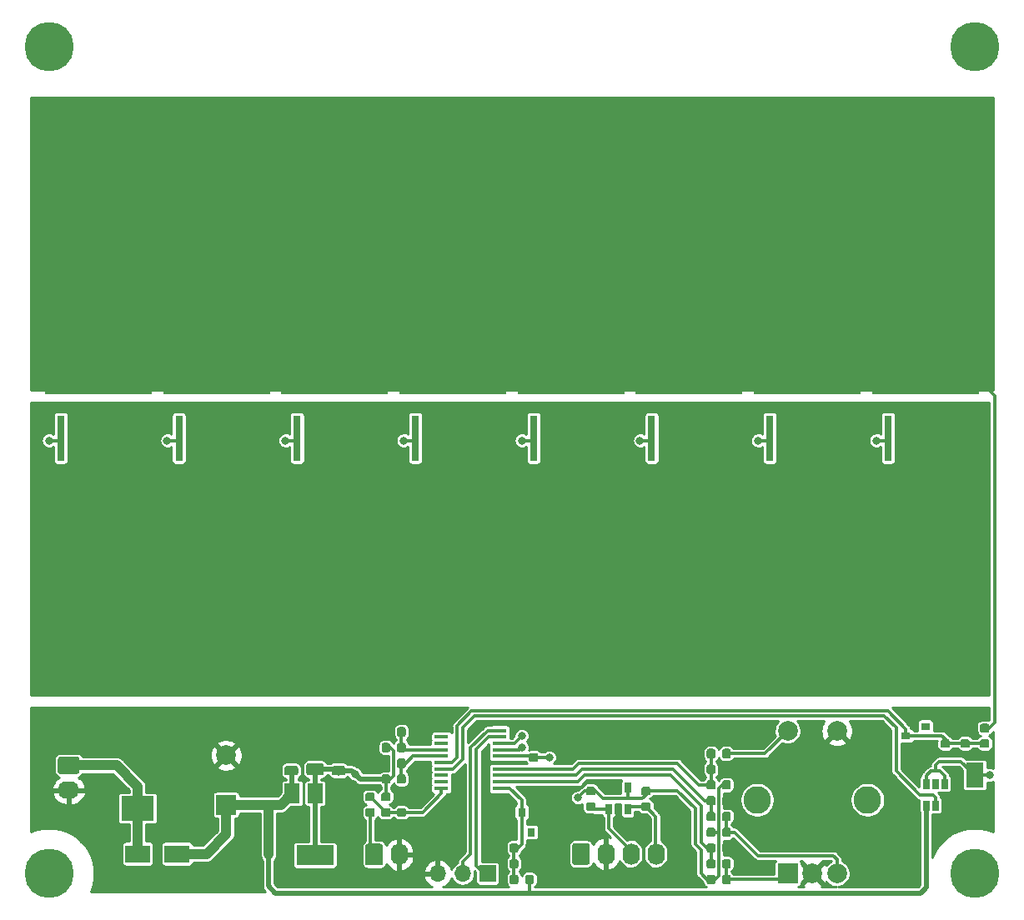
<source format=gbr>
G04 #@! TF.GenerationSoftware,KiCad,Pcbnew,5.99.0-unknown-281d77f~100~ubuntu18.04.1*
G04 #@! TF.CreationDate,2019-10-03T19:58:34+05:30*
G04 #@! TF.ProjectId,Spot_Welder,53706f74-5f57-4656-9c64-65722e6b6963,rev?*
G04 #@! TF.SameCoordinates,Original*
G04 #@! TF.FileFunction,Copper,L1,Top*
G04 #@! TF.FilePolarity,Positive*
%FSLAX46Y46*%
G04 Gerber Fmt 4.6, Leading zero omitted, Abs format (unit mm)*
G04 Created by KiCad (PCBNEW 5.99.0-unknown-281d77f~100~ubuntu18.04.1) date 2019-10-03 19:58:34*
%MOMM*%
%LPD*%
G04 APERTURE LIST*
%ADD10R,10.800000X9.400000*%
%ADD11R,0.800000X4.600000*%
%ADD12C,10.000000*%
%ADD13R,1.450000X0.450000*%
%ADD14C,0.100000*%
%ADD15C,0.875000*%
%ADD16O,1.700000X1.700000*%
%ADD17R,1.700000X1.700000*%
%ADD18R,0.650000X1.060000*%
%ADD19C,0.975000*%
%ADD20C,1.250000*%
%ADD21C,5.000000*%
%ADD22R,1.500000X2.000000*%
%ADD23R,3.800000X2.000000*%
%ADD24R,2.000000X2.000000*%
%ADD25C,2.000000*%
%ADD26C,2.800000*%
%ADD27O,1.740000X2.200000*%
%ADD28C,1.740000*%
%ADD29O,2.200000X1.740000*%
%ADD30R,1.800000X2.500000*%
%ADD31R,0.900000X0.800000*%
%ADD32R,0.800000X0.900000*%
%ADD33R,2.500000X1.800000*%
%ADD34R,3.300000X2.500000*%
%ADD35C,0.800000*%
%ADD36C,1.000000*%
%ADD37C,0.300000*%
%ADD38C,0.500000*%
%ADD39C,1.000000*%
%ADD40C,0.254000*%
G04 APERTURE END LIST*
D10*
X172000000Y-123625000D03*
D11*
X175810000Y-132775000D03*
X174540000Y-132775000D03*
X173270000Y-132775000D03*
X170730000Y-132775000D03*
X169460000Y-132775000D03*
X168190000Y-132775000D03*
D12*
X140000000Y-147000000D03*
X160000000Y-147000000D03*
X100000000Y-147000000D03*
X120000000Y-147000000D03*
X140000000Y-107000000D03*
X160000000Y-107000000D03*
X100000000Y-107000000D03*
X120000000Y-107000000D03*
D13*
X128750000Y-162475000D03*
X128750000Y-163125000D03*
X128750000Y-163775000D03*
X128750000Y-164425000D03*
X128750000Y-165075000D03*
X128750000Y-165725000D03*
X128750000Y-166375000D03*
X128750000Y-167025000D03*
X128750000Y-167675000D03*
X128750000Y-168325000D03*
X122850000Y-168325000D03*
X122850000Y-167675000D03*
X122850000Y-167025000D03*
X122850000Y-166375000D03*
X122850000Y-165725000D03*
X122850000Y-165075000D03*
X122850000Y-164425000D03*
X122850000Y-163775000D03*
X122850000Y-163125000D03*
X122850000Y-162475000D03*
D14*
G36*
X132089962Y-175541651D02*
G01*
X132160930Y-175589070D01*
X132208349Y-175660038D01*
X132225000Y-175743750D01*
X132225000Y-176256250D01*
X132208349Y-176339962D01*
X132160930Y-176410930D01*
X132089962Y-176458349D01*
X132006250Y-176475000D01*
X131568750Y-176475000D01*
X131485038Y-176458349D01*
X131414070Y-176410930D01*
X131366651Y-176339962D01*
X131350000Y-176256250D01*
X131350000Y-175743750D01*
X131366651Y-175660038D01*
X131414070Y-175589070D01*
X131485038Y-175541651D01*
X131568750Y-175525000D01*
X132006250Y-175525000D01*
X132089962Y-175541651D01*
X132089962Y-175541651D01*
G37*
D15*
X131787500Y-176000000D03*
D14*
G36*
X130514962Y-175541651D02*
G01*
X130585930Y-175589070D01*
X130633349Y-175660038D01*
X130650000Y-175743750D01*
X130650000Y-176256250D01*
X130633349Y-176339962D01*
X130585930Y-176410930D01*
X130514962Y-176458349D01*
X130431250Y-176475000D01*
X129993750Y-176475000D01*
X129910038Y-176458349D01*
X129839070Y-176410930D01*
X129791651Y-176339962D01*
X129775000Y-176256250D01*
X129775000Y-175743750D01*
X129791651Y-175660038D01*
X129839070Y-175589070D01*
X129910038Y-175541651D01*
X129993750Y-175525000D01*
X130431250Y-175525000D01*
X130514962Y-175541651D01*
X130514962Y-175541651D01*
G37*
D15*
X130212500Y-176000000D03*
D14*
G36*
X117514962Y-163741651D02*
G01*
X117585930Y-163789070D01*
X117633349Y-163860038D01*
X117650000Y-163943750D01*
X117650000Y-164456250D01*
X117633349Y-164539962D01*
X117585930Y-164610930D01*
X117514962Y-164658349D01*
X117431250Y-164675000D01*
X116993750Y-164675000D01*
X116910038Y-164658349D01*
X116839070Y-164610930D01*
X116791651Y-164539962D01*
X116775000Y-164456250D01*
X116775000Y-163943750D01*
X116791651Y-163860038D01*
X116839070Y-163789070D01*
X116910038Y-163741651D01*
X116993750Y-163725000D01*
X117431250Y-163725000D01*
X117514962Y-163741651D01*
X117514962Y-163741651D01*
G37*
D15*
X117212500Y-164200000D03*
D14*
G36*
X119089962Y-163741651D02*
G01*
X119160930Y-163789070D01*
X119208349Y-163860038D01*
X119225000Y-163943750D01*
X119225000Y-164456250D01*
X119208349Y-164539962D01*
X119160930Y-164610930D01*
X119089962Y-164658349D01*
X119006250Y-164675000D01*
X118568750Y-164675000D01*
X118485038Y-164658349D01*
X118414070Y-164610930D01*
X118366651Y-164539962D01*
X118350000Y-164456250D01*
X118350000Y-163943750D01*
X118366651Y-163860038D01*
X118414070Y-163789070D01*
X118485038Y-163741651D01*
X118568750Y-163725000D01*
X119006250Y-163725000D01*
X119089962Y-163741651D01*
X119089962Y-163741651D01*
G37*
D15*
X118787500Y-164200000D03*
D16*
X122460000Y-177000000D03*
X125000000Y-177000000D03*
D17*
X127540000Y-177000000D03*
D14*
G36*
X119089962Y-166941651D02*
G01*
X119160930Y-166989070D01*
X119208349Y-167060038D01*
X119225000Y-167143750D01*
X119225000Y-167656250D01*
X119208349Y-167739962D01*
X119160930Y-167810930D01*
X119089962Y-167858349D01*
X119006250Y-167875000D01*
X118568750Y-167875000D01*
X118485038Y-167858349D01*
X118414070Y-167810930D01*
X118366651Y-167739962D01*
X118350000Y-167656250D01*
X118350000Y-167143750D01*
X118366651Y-167060038D01*
X118414070Y-166989070D01*
X118485038Y-166941651D01*
X118568750Y-166925000D01*
X119006250Y-166925000D01*
X119089962Y-166941651D01*
X119089962Y-166941651D01*
G37*
D15*
X118787500Y-167400000D03*
D14*
G36*
X117514962Y-166941651D02*
G01*
X117585930Y-166989070D01*
X117633349Y-167060038D01*
X117650000Y-167143750D01*
X117650000Y-167656250D01*
X117633349Y-167739962D01*
X117585930Y-167810930D01*
X117514962Y-167858349D01*
X117431250Y-167875000D01*
X116993750Y-167875000D01*
X116910038Y-167858349D01*
X116839070Y-167810930D01*
X116791651Y-167739962D01*
X116775000Y-167656250D01*
X116775000Y-167143750D01*
X116791651Y-167060038D01*
X116839070Y-166989070D01*
X116910038Y-166941651D01*
X116993750Y-166925000D01*
X117431250Y-166925000D01*
X117514962Y-166941651D01*
X117514962Y-166941651D01*
G37*
D15*
X117212500Y-167400000D03*
D14*
G36*
X117514962Y-165341651D02*
G01*
X117585930Y-165389070D01*
X117633349Y-165460038D01*
X117650000Y-165543750D01*
X117650000Y-166056250D01*
X117633349Y-166139962D01*
X117585930Y-166210930D01*
X117514962Y-166258349D01*
X117431250Y-166275000D01*
X116993750Y-166275000D01*
X116910038Y-166258349D01*
X116839070Y-166210930D01*
X116791651Y-166139962D01*
X116775000Y-166056250D01*
X116775000Y-165543750D01*
X116791651Y-165460038D01*
X116839070Y-165389070D01*
X116910038Y-165341651D01*
X116993750Y-165325000D01*
X117431250Y-165325000D01*
X117514962Y-165341651D01*
X117514962Y-165341651D01*
G37*
D15*
X117212500Y-165800000D03*
D14*
G36*
X119089962Y-165341651D02*
G01*
X119160930Y-165389070D01*
X119208349Y-165460038D01*
X119225000Y-165543750D01*
X119225000Y-166056250D01*
X119208349Y-166139962D01*
X119160930Y-166210930D01*
X119089962Y-166258349D01*
X119006250Y-166275000D01*
X118568750Y-166275000D01*
X118485038Y-166258349D01*
X118414070Y-166210930D01*
X118366651Y-166139962D01*
X118350000Y-166056250D01*
X118350000Y-165543750D01*
X118366651Y-165460038D01*
X118414070Y-165389070D01*
X118485038Y-165341651D01*
X118568750Y-165325000D01*
X119006250Y-165325000D01*
X119089962Y-165341651D01*
X119089962Y-165341651D01*
G37*
D15*
X118787500Y-165800000D03*
D14*
G36*
X132539962Y-163191651D02*
G01*
X132610930Y-163239070D01*
X132658349Y-163310038D01*
X132675000Y-163393750D01*
X132675000Y-163831250D01*
X132658349Y-163914962D01*
X132610930Y-163985930D01*
X132539962Y-164033349D01*
X132456250Y-164050000D01*
X131943750Y-164050000D01*
X131860038Y-164033349D01*
X131789070Y-163985930D01*
X131741651Y-163914962D01*
X131725000Y-163831250D01*
X131725000Y-163393750D01*
X131741651Y-163310038D01*
X131789070Y-163239070D01*
X131860038Y-163191651D01*
X131943750Y-163175000D01*
X132456250Y-163175000D01*
X132539962Y-163191651D01*
X132539962Y-163191651D01*
G37*
D15*
X132200000Y-163612500D03*
D14*
G36*
X132539962Y-164766651D02*
G01*
X132610930Y-164814070D01*
X132658349Y-164885038D01*
X132675000Y-164968750D01*
X132675000Y-165406250D01*
X132658349Y-165489962D01*
X132610930Y-165560930D01*
X132539962Y-165608349D01*
X132456250Y-165625000D01*
X131943750Y-165625000D01*
X131860038Y-165608349D01*
X131789070Y-165560930D01*
X131741651Y-165489962D01*
X131725000Y-165406250D01*
X131725000Y-164968750D01*
X131741651Y-164885038D01*
X131789070Y-164814070D01*
X131860038Y-164766651D01*
X131943750Y-164750000D01*
X132456250Y-164750000D01*
X132539962Y-164766651D01*
X132539962Y-164766651D01*
G37*
D15*
X132200000Y-165187500D03*
D14*
G36*
X117514962Y-162141651D02*
G01*
X117585930Y-162189070D01*
X117633349Y-162260038D01*
X117650000Y-162343750D01*
X117650000Y-162856250D01*
X117633349Y-162939962D01*
X117585930Y-163010930D01*
X117514962Y-163058349D01*
X117431250Y-163075000D01*
X116993750Y-163075000D01*
X116910038Y-163058349D01*
X116839070Y-163010930D01*
X116791651Y-162939962D01*
X116775000Y-162856250D01*
X116775000Y-162343750D01*
X116791651Y-162260038D01*
X116839070Y-162189070D01*
X116910038Y-162141651D01*
X116993750Y-162125000D01*
X117431250Y-162125000D01*
X117514962Y-162141651D01*
X117514962Y-162141651D01*
G37*
D15*
X117212500Y-162600000D03*
D14*
G36*
X119089962Y-162141651D02*
G01*
X119160930Y-162189070D01*
X119208349Y-162260038D01*
X119225000Y-162343750D01*
X119225000Y-162856250D01*
X119208349Y-162939962D01*
X119160930Y-163010930D01*
X119089962Y-163058349D01*
X119006250Y-163075000D01*
X118568750Y-163075000D01*
X118485038Y-163058349D01*
X118414070Y-163010930D01*
X118366651Y-162939962D01*
X118350000Y-162856250D01*
X118350000Y-162343750D01*
X118366651Y-162260038D01*
X118414070Y-162189070D01*
X118485038Y-162141651D01*
X118568750Y-162125000D01*
X119006250Y-162125000D01*
X119089962Y-162141651D01*
X119089962Y-162141651D01*
G37*
D15*
X118787500Y-162600000D03*
D18*
X139850000Y-168300000D03*
X141750000Y-168300000D03*
X141750000Y-170500000D03*
X140800000Y-170500000D03*
X139850000Y-170500000D03*
D14*
G36*
X143939962Y-169766651D02*
G01*
X144010930Y-169814070D01*
X144058349Y-169885038D01*
X144075000Y-169968750D01*
X144075000Y-170406250D01*
X144058349Y-170489962D01*
X144010930Y-170560930D01*
X143939962Y-170608349D01*
X143856250Y-170625000D01*
X143343750Y-170625000D01*
X143260038Y-170608349D01*
X143189070Y-170560930D01*
X143141651Y-170489962D01*
X143125000Y-170406250D01*
X143125000Y-169968750D01*
X143141651Y-169885038D01*
X143189070Y-169814070D01*
X143260038Y-169766651D01*
X143343750Y-169750000D01*
X143856250Y-169750000D01*
X143939962Y-169766651D01*
X143939962Y-169766651D01*
G37*
D15*
X143600000Y-170187500D03*
D14*
G36*
X143939962Y-168191651D02*
G01*
X144010930Y-168239070D01*
X144058349Y-168310038D01*
X144075000Y-168393750D01*
X144075000Y-168831250D01*
X144058349Y-168914962D01*
X144010930Y-168985930D01*
X143939962Y-169033349D01*
X143856250Y-169050000D01*
X143343750Y-169050000D01*
X143260038Y-169033349D01*
X143189070Y-168985930D01*
X143141651Y-168914962D01*
X143125000Y-168831250D01*
X143125000Y-168393750D01*
X143141651Y-168310038D01*
X143189070Y-168239070D01*
X143260038Y-168191651D01*
X143343750Y-168175000D01*
X143856250Y-168175000D01*
X143939962Y-168191651D01*
X143939962Y-168191651D01*
G37*
D15*
X143600000Y-168612500D03*
D14*
G36*
X138339962Y-169766651D02*
G01*
X138410930Y-169814070D01*
X138458349Y-169885038D01*
X138475000Y-169968750D01*
X138475000Y-170406250D01*
X138458349Y-170489962D01*
X138410930Y-170560930D01*
X138339962Y-170608349D01*
X138256250Y-170625000D01*
X137743750Y-170625000D01*
X137660038Y-170608349D01*
X137589070Y-170560930D01*
X137541651Y-170489962D01*
X137525000Y-170406250D01*
X137525000Y-169968750D01*
X137541651Y-169885038D01*
X137589070Y-169814070D01*
X137660038Y-169766651D01*
X137743750Y-169750000D01*
X138256250Y-169750000D01*
X138339962Y-169766651D01*
X138339962Y-169766651D01*
G37*
D15*
X138000000Y-170187500D03*
D14*
G36*
X138339962Y-168191651D02*
G01*
X138410930Y-168239070D01*
X138458349Y-168310038D01*
X138475000Y-168393750D01*
X138475000Y-168831250D01*
X138458349Y-168914962D01*
X138410930Y-168985930D01*
X138339962Y-169033349D01*
X138256250Y-169050000D01*
X137743750Y-169050000D01*
X137660038Y-169033349D01*
X137589070Y-168985930D01*
X137541651Y-168914962D01*
X137525000Y-168831250D01*
X137525000Y-168393750D01*
X137541651Y-168310038D01*
X137589070Y-168239070D01*
X137660038Y-168191651D01*
X137743750Y-168175000D01*
X138256250Y-168175000D01*
X138339962Y-168191651D01*
X138339962Y-168191651D01*
G37*
D15*
X138000000Y-168612500D03*
D14*
G36*
X112949529Y-164193554D02*
G01*
X113028607Y-164246393D01*
X113081446Y-164325471D01*
X113100000Y-164418750D01*
X113100000Y-164906250D01*
X113081446Y-164999529D01*
X113028607Y-165078607D01*
X112949529Y-165131446D01*
X112856250Y-165150000D01*
X111943750Y-165150000D01*
X111850471Y-165131446D01*
X111771393Y-165078607D01*
X111718554Y-164999529D01*
X111700000Y-164906250D01*
X111700000Y-164418750D01*
X111718554Y-164325471D01*
X111771393Y-164246393D01*
X111850471Y-164193554D01*
X111943750Y-164175000D01*
X112856250Y-164175000D01*
X112949529Y-164193554D01*
X112949529Y-164193554D01*
G37*
D19*
X112400000Y-164662500D03*
D14*
G36*
X112949529Y-166068554D02*
G01*
X113028607Y-166121393D01*
X113081446Y-166200471D01*
X113100000Y-166293750D01*
X113100000Y-166781250D01*
X113081446Y-166874529D01*
X113028607Y-166953607D01*
X112949529Y-167006446D01*
X112856250Y-167025000D01*
X111943750Y-167025000D01*
X111850471Y-167006446D01*
X111771393Y-166953607D01*
X111718554Y-166874529D01*
X111700000Y-166781250D01*
X111700000Y-166293750D01*
X111718554Y-166200471D01*
X111771393Y-166121393D01*
X111850471Y-166068554D01*
X111943750Y-166050000D01*
X112856250Y-166050000D01*
X112949529Y-166068554D01*
X112949529Y-166068554D01*
G37*
D19*
X112400000Y-166537500D03*
D14*
G36*
X110720671Y-162994030D02*
G01*
X110801777Y-163048223D01*
X110855970Y-163129329D01*
X110875000Y-163225000D01*
X110875000Y-163975000D01*
X110855970Y-164070671D01*
X110801777Y-164151777D01*
X110720671Y-164205970D01*
X110625000Y-164225000D01*
X109375000Y-164225000D01*
X109279329Y-164205970D01*
X109198223Y-164151777D01*
X109144030Y-164070671D01*
X109125000Y-163975000D01*
X109125000Y-163225000D01*
X109144030Y-163129329D01*
X109198223Y-163048223D01*
X109279329Y-162994030D01*
X109375000Y-162975000D01*
X110625000Y-162975000D01*
X110720671Y-162994030D01*
X110720671Y-162994030D01*
G37*
D20*
X110000000Y-163600000D03*
D14*
G36*
X110720671Y-165794030D02*
G01*
X110801777Y-165848223D01*
X110855970Y-165929329D01*
X110875000Y-166025000D01*
X110875000Y-166775000D01*
X110855970Y-166870671D01*
X110801777Y-166951777D01*
X110720671Y-167005970D01*
X110625000Y-167025000D01*
X109375000Y-167025000D01*
X109279329Y-167005970D01*
X109198223Y-166951777D01*
X109144030Y-166870671D01*
X109125000Y-166775000D01*
X109125000Y-166025000D01*
X109144030Y-165929329D01*
X109198223Y-165848223D01*
X109279329Y-165794030D01*
X109375000Y-165775000D01*
X110625000Y-165775000D01*
X110720671Y-165794030D01*
X110720671Y-165794030D01*
G37*
D20*
X110000000Y-166400000D03*
D14*
G36*
X108149529Y-164193554D02*
G01*
X108228607Y-164246393D01*
X108281446Y-164325471D01*
X108300000Y-164418750D01*
X108300000Y-164906250D01*
X108281446Y-164999529D01*
X108228607Y-165078607D01*
X108149529Y-165131446D01*
X108056250Y-165150000D01*
X107143750Y-165150000D01*
X107050471Y-165131446D01*
X106971393Y-165078607D01*
X106918554Y-164999529D01*
X106900000Y-164906250D01*
X106900000Y-164418750D01*
X106918554Y-164325471D01*
X106971393Y-164246393D01*
X107050471Y-164193554D01*
X107143750Y-164175000D01*
X108056250Y-164175000D01*
X108149529Y-164193554D01*
X108149529Y-164193554D01*
G37*
D19*
X107600000Y-164662500D03*
D14*
G36*
X108149529Y-166068554D02*
G01*
X108228607Y-166121393D01*
X108281446Y-166200471D01*
X108300000Y-166293750D01*
X108300000Y-166781250D01*
X108281446Y-166874529D01*
X108228607Y-166953607D01*
X108149529Y-167006446D01*
X108056250Y-167025000D01*
X107143750Y-167025000D01*
X107050471Y-167006446D01*
X106971393Y-166953607D01*
X106918554Y-166874529D01*
X106900000Y-166781250D01*
X106900000Y-166293750D01*
X106918554Y-166200471D01*
X106971393Y-166121393D01*
X107050471Y-166068554D01*
X107143750Y-166050000D01*
X108056250Y-166050000D01*
X108149529Y-166068554D01*
X108149529Y-166068554D01*
G37*
D19*
X107600000Y-166537500D03*
D21*
X83000000Y-177000000D03*
X83000000Y-93000000D03*
X177000000Y-93000000D03*
X177000000Y-177000000D03*
D10*
X136000000Y-123625000D03*
D11*
X139810000Y-132775000D03*
X138540000Y-132775000D03*
X137270000Y-132775000D03*
X134730000Y-132775000D03*
X133460000Y-132775000D03*
X132190000Y-132775000D03*
D10*
X112000000Y-123625000D03*
D11*
X115810000Y-132775000D03*
X114540000Y-132775000D03*
X113270000Y-132775000D03*
X110730000Y-132775000D03*
X109460000Y-132775000D03*
X108190000Y-132775000D03*
D10*
X160000000Y-123625000D03*
D11*
X163810000Y-132775000D03*
X162540000Y-132775000D03*
X161270000Y-132775000D03*
X158730000Y-132775000D03*
X157460000Y-132775000D03*
X156190000Y-132775000D03*
D10*
X124000000Y-123625000D03*
D11*
X127810000Y-132775000D03*
X126540000Y-132775000D03*
X125270000Y-132775000D03*
X122730000Y-132775000D03*
X121460000Y-132775000D03*
X120190000Y-132775000D03*
D10*
X88000000Y-123625000D03*
D11*
X91810000Y-132775000D03*
X90540000Y-132775000D03*
X89270000Y-132775000D03*
X86730000Y-132775000D03*
X85460000Y-132775000D03*
X84190000Y-132775000D03*
D10*
X148000000Y-123625000D03*
D11*
X151810000Y-132775000D03*
X150540000Y-132775000D03*
X149270000Y-132775000D03*
X146730000Y-132775000D03*
X145460000Y-132775000D03*
X144190000Y-132775000D03*
D18*
X173000000Y-167900000D03*
X172050000Y-167900000D03*
X173950000Y-167900000D03*
X173950000Y-170100000D03*
X173000000Y-170100000D03*
X172050000Y-170100000D03*
D22*
X112300000Y-168850000D03*
X107700000Y-168850000D03*
X110000000Y-168850000D03*
D23*
X110000000Y-175150000D03*
D10*
X100000000Y-123625000D03*
D11*
X103810000Y-132775000D03*
X102540000Y-132775000D03*
X101270000Y-132775000D03*
X98730000Y-132775000D03*
X97460000Y-132775000D03*
X96190000Y-132775000D03*
D24*
X158000000Y-177000000D03*
D25*
X160500000Y-177000000D03*
X163000000Y-177000000D03*
D26*
X154900000Y-169500000D03*
X166100000Y-169500000D03*
D25*
X158000000Y-162500000D03*
X163000000Y-162500000D03*
D14*
G36*
X152089962Y-167541651D02*
G01*
X152160930Y-167589070D01*
X152208349Y-167660038D01*
X152225000Y-167743750D01*
X152225000Y-168256250D01*
X152208349Y-168339962D01*
X152160930Y-168410930D01*
X152089962Y-168458349D01*
X152006250Y-168475000D01*
X151568750Y-168475000D01*
X151485038Y-168458349D01*
X151414070Y-168410930D01*
X151366651Y-168339962D01*
X151350000Y-168256250D01*
X151350000Y-167743750D01*
X151366651Y-167660038D01*
X151414070Y-167589070D01*
X151485038Y-167541651D01*
X151568750Y-167525000D01*
X152006250Y-167525000D01*
X152089962Y-167541651D01*
X152089962Y-167541651D01*
G37*
D15*
X151787500Y-168000000D03*
D14*
G36*
X150514962Y-167541651D02*
G01*
X150585930Y-167589070D01*
X150633349Y-167660038D01*
X150650000Y-167743750D01*
X150650000Y-168256250D01*
X150633349Y-168339962D01*
X150585930Y-168410930D01*
X150514962Y-168458349D01*
X150431250Y-168475000D01*
X149993750Y-168475000D01*
X149910038Y-168458349D01*
X149839070Y-168410930D01*
X149791651Y-168339962D01*
X149775000Y-168256250D01*
X149775000Y-167743750D01*
X149791651Y-167660038D01*
X149839070Y-167589070D01*
X149910038Y-167541651D01*
X149993750Y-167525000D01*
X150431250Y-167525000D01*
X150514962Y-167541651D01*
X150514962Y-167541651D01*
G37*
D15*
X150212500Y-168000000D03*
D14*
G36*
X152089962Y-164341651D02*
G01*
X152160930Y-164389070D01*
X152208349Y-164460038D01*
X152225000Y-164543750D01*
X152225000Y-165056250D01*
X152208349Y-165139962D01*
X152160930Y-165210930D01*
X152089962Y-165258349D01*
X152006250Y-165275000D01*
X151568750Y-165275000D01*
X151485038Y-165258349D01*
X151414070Y-165210930D01*
X151366651Y-165139962D01*
X151350000Y-165056250D01*
X151350000Y-164543750D01*
X151366651Y-164460038D01*
X151414070Y-164389070D01*
X151485038Y-164341651D01*
X151568750Y-164325000D01*
X152006250Y-164325000D01*
X152089962Y-164341651D01*
X152089962Y-164341651D01*
G37*
D15*
X151787500Y-164800000D03*
D14*
G36*
X150514962Y-164341651D02*
G01*
X150585930Y-164389070D01*
X150633349Y-164460038D01*
X150650000Y-164543750D01*
X150650000Y-165056250D01*
X150633349Y-165139962D01*
X150585930Y-165210930D01*
X150514962Y-165258349D01*
X150431250Y-165275000D01*
X149993750Y-165275000D01*
X149910038Y-165258349D01*
X149839070Y-165210930D01*
X149791651Y-165139962D01*
X149775000Y-165056250D01*
X149775000Y-164543750D01*
X149791651Y-164460038D01*
X149839070Y-164389070D01*
X149910038Y-164341651D01*
X149993750Y-164325000D01*
X150431250Y-164325000D01*
X150514962Y-164341651D01*
X150514962Y-164341651D01*
G37*
D15*
X150212500Y-164800000D03*
D14*
G36*
X150514962Y-177141651D02*
G01*
X150585930Y-177189070D01*
X150633349Y-177260038D01*
X150650000Y-177343750D01*
X150650000Y-177856250D01*
X150633349Y-177939962D01*
X150585930Y-178010930D01*
X150514962Y-178058349D01*
X150431250Y-178075000D01*
X149993750Y-178075000D01*
X149910038Y-178058349D01*
X149839070Y-178010930D01*
X149791651Y-177939962D01*
X149775000Y-177856250D01*
X149775000Y-177343750D01*
X149791651Y-177260038D01*
X149839070Y-177189070D01*
X149910038Y-177141651D01*
X149993750Y-177125000D01*
X150431250Y-177125000D01*
X150514962Y-177141651D01*
X150514962Y-177141651D01*
G37*
D15*
X150212500Y-177600000D03*
D14*
G36*
X152089962Y-177141651D02*
G01*
X152160930Y-177189070D01*
X152208349Y-177260038D01*
X152225000Y-177343750D01*
X152225000Y-177856250D01*
X152208349Y-177939962D01*
X152160930Y-178010930D01*
X152089962Y-178058349D01*
X152006250Y-178075000D01*
X151568750Y-178075000D01*
X151485038Y-178058349D01*
X151414070Y-178010930D01*
X151366651Y-177939962D01*
X151350000Y-177856250D01*
X151350000Y-177343750D01*
X151366651Y-177260038D01*
X151414070Y-177189070D01*
X151485038Y-177141651D01*
X151568750Y-177125000D01*
X152006250Y-177125000D01*
X152089962Y-177141651D01*
X152089962Y-177141651D01*
G37*
D15*
X151787500Y-177600000D03*
D14*
G36*
X150514962Y-175541651D02*
G01*
X150585930Y-175589070D01*
X150633349Y-175660038D01*
X150650000Y-175743750D01*
X150650000Y-176256250D01*
X150633349Y-176339962D01*
X150585930Y-176410930D01*
X150514962Y-176458349D01*
X150431250Y-176475000D01*
X149993750Y-176475000D01*
X149910038Y-176458349D01*
X149839070Y-176410930D01*
X149791651Y-176339962D01*
X149775000Y-176256250D01*
X149775000Y-175743750D01*
X149791651Y-175660038D01*
X149839070Y-175589070D01*
X149910038Y-175541651D01*
X149993750Y-175525000D01*
X150431250Y-175525000D01*
X150514962Y-175541651D01*
X150514962Y-175541651D01*
G37*
D15*
X150212500Y-176000000D03*
D14*
G36*
X152089962Y-175541651D02*
G01*
X152160930Y-175589070D01*
X152208349Y-175660038D01*
X152225000Y-175743750D01*
X152225000Y-176256250D01*
X152208349Y-176339962D01*
X152160930Y-176410930D01*
X152089962Y-176458349D01*
X152006250Y-176475000D01*
X151568750Y-176475000D01*
X151485038Y-176458349D01*
X151414070Y-176410930D01*
X151366651Y-176339962D01*
X151350000Y-176256250D01*
X151350000Y-175743750D01*
X151366651Y-175660038D01*
X151414070Y-175589070D01*
X151485038Y-175541651D01*
X151568750Y-175525000D01*
X152006250Y-175525000D01*
X152089962Y-175541651D01*
X152089962Y-175541651D01*
G37*
D15*
X151787500Y-176000000D03*
D14*
G36*
X150514962Y-170741651D02*
G01*
X150585930Y-170789070D01*
X150633349Y-170860038D01*
X150650000Y-170943750D01*
X150650000Y-171456250D01*
X150633349Y-171539962D01*
X150585930Y-171610930D01*
X150514962Y-171658349D01*
X150431250Y-171675000D01*
X149993750Y-171675000D01*
X149910038Y-171658349D01*
X149839070Y-171610930D01*
X149791651Y-171539962D01*
X149775000Y-171456250D01*
X149775000Y-170943750D01*
X149791651Y-170860038D01*
X149839070Y-170789070D01*
X149910038Y-170741651D01*
X149993750Y-170725000D01*
X150431250Y-170725000D01*
X150514962Y-170741651D01*
X150514962Y-170741651D01*
G37*
D15*
X150212500Y-171200000D03*
D14*
G36*
X152089962Y-170741651D02*
G01*
X152160930Y-170789070D01*
X152208349Y-170860038D01*
X152225000Y-170943750D01*
X152225000Y-171456250D01*
X152208349Y-171539962D01*
X152160930Y-171610930D01*
X152089962Y-171658349D01*
X152006250Y-171675000D01*
X151568750Y-171675000D01*
X151485038Y-171658349D01*
X151414070Y-171610930D01*
X151366651Y-171539962D01*
X151350000Y-171456250D01*
X151350000Y-170943750D01*
X151366651Y-170860038D01*
X151414070Y-170789070D01*
X151485038Y-170741651D01*
X151568750Y-170725000D01*
X152006250Y-170725000D01*
X152089962Y-170741651D01*
X152089962Y-170741651D01*
G37*
D15*
X151787500Y-171200000D03*
D14*
G36*
X152089962Y-172341651D02*
G01*
X152160930Y-172389070D01*
X152208349Y-172460038D01*
X152225000Y-172543750D01*
X152225000Y-173056250D01*
X152208349Y-173139962D01*
X152160930Y-173210930D01*
X152089962Y-173258349D01*
X152006250Y-173275000D01*
X151568750Y-173275000D01*
X151485038Y-173258349D01*
X151414070Y-173210930D01*
X151366651Y-173139962D01*
X151350000Y-173056250D01*
X151350000Y-172543750D01*
X151366651Y-172460038D01*
X151414070Y-172389070D01*
X151485038Y-172341651D01*
X151568750Y-172325000D01*
X152006250Y-172325000D01*
X152089962Y-172341651D01*
X152089962Y-172341651D01*
G37*
D15*
X151787500Y-172800000D03*
D14*
G36*
X150514962Y-172341651D02*
G01*
X150585930Y-172389070D01*
X150633349Y-172460038D01*
X150650000Y-172543750D01*
X150650000Y-173056250D01*
X150633349Y-173139962D01*
X150585930Y-173210930D01*
X150514962Y-173258349D01*
X150431250Y-173275000D01*
X149993750Y-173275000D01*
X149910038Y-173258349D01*
X149839070Y-173210930D01*
X149791651Y-173139962D01*
X149775000Y-173056250D01*
X149775000Y-172543750D01*
X149791651Y-172460038D01*
X149839070Y-172389070D01*
X149910038Y-172341651D01*
X149993750Y-172325000D01*
X150431250Y-172325000D01*
X150514962Y-172341651D01*
X150514962Y-172341651D01*
G37*
D15*
X150212500Y-172800000D03*
D14*
G36*
X176339962Y-161791651D02*
G01*
X176410930Y-161839070D01*
X176458349Y-161910038D01*
X176475000Y-161993750D01*
X176475000Y-162431250D01*
X176458349Y-162514962D01*
X176410930Y-162585930D01*
X176339962Y-162633349D01*
X176256250Y-162650000D01*
X175743750Y-162650000D01*
X175660038Y-162633349D01*
X175589070Y-162585930D01*
X175541651Y-162514962D01*
X175525000Y-162431250D01*
X175525000Y-161993750D01*
X175541651Y-161910038D01*
X175589070Y-161839070D01*
X175660038Y-161791651D01*
X175743750Y-161775000D01*
X176256250Y-161775000D01*
X176339962Y-161791651D01*
X176339962Y-161791651D01*
G37*
D15*
X176000000Y-162212500D03*
D14*
G36*
X176339962Y-163366651D02*
G01*
X176410930Y-163414070D01*
X176458349Y-163485038D01*
X176475000Y-163568750D01*
X176475000Y-164006250D01*
X176458349Y-164089962D01*
X176410930Y-164160930D01*
X176339962Y-164208349D01*
X176256250Y-164225000D01*
X175743750Y-164225000D01*
X175660038Y-164208349D01*
X175589070Y-164160930D01*
X175541651Y-164089962D01*
X175525000Y-164006250D01*
X175525000Y-163568750D01*
X175541651Y-163485038D01*
X175589070Y-163414070D01*
X175660038Y-163366651D01*
X175743750Y-163350000D01*
X176256250Y-163350000D01*
X176339962Y-163366651D01*
X176339962Y-163366651D01*
G37*
D15*
X176000000Y-163787500D03*
D14*
G36*
X178339962Y-163366651D02*
G01*
X178410930Y-163414070D01*
X178458349Y-163485038D01*
X178475000Y-163568750D01*
X178475000Y-164006250D01*
X178458349Y-164089962D01*
X178410930Y-164160930D01*
X178339962Y-164208349D01*
X178256250Y-164225000D01*
X177743750Y-164225000D01*
X177660038Y-164208349D01*
X177589070Y-164160930D01*
X177541651Y-164089962D01*
X177525000Y-164006250D01*
X177525000Y-163568750D01*
X177541651Y-163485038D01*
X177589070Y-163414070D01*
X177660038Y-163366651D01*
X177743750Y-163350000D01*
X178256250Y-163350000D01*
X178339962Y-163366651D01*
X178339962Y-163366651D01*
G37*
D15*
X178000000Y-163787500D03*
D14*
G36*
X178339962Y-161791651D02*
G01*
X178410930Y-161839070D01*
X178458349Y-161910038D01*
X178475000Y-161993750D01*
X178475000Y-162431250D01*
X178458349Y-162514962D01*
X178410930Y-162585930D01*
X178339962Y-162633349D01*
X178256250Y-162650000D01*
X177743750Y-162650000D01*
X177660038Y-162633349D01*
X177589070Y-162585930D01*
X177541651Y-162514962D01*
X177525000Y-162431250D01*
X177525000Y-161993750D01*
X177541651Y-161910038D01*
X177589070Y-161839070D01*
X177660038Y-161791651D01*
X177743750Y-161775000D01*
X178256250Y-161775000D01*
X178339962Y-161791651D01*
X178339962Y-161791651D01*
G37*
D15*
X178000000Y-162212500D03*
D14*
G36*
X130514962Y-177141651D02*
G01*
X130585930Y-177189070D01*
X130633349Y-177260038D01*
X130650000Y-177343750D01*
X130650000Y-177856250D01*
X130633349Y-177939962D01*
X130585930Y-178010930D01*
X130514962Y-178058349D01*
X130431250Y-178075000D01*
X129993750Y-178075000D01*
X129910038Y-178058349D01*
X129839070Y-178010930D01*
X129791651Y-177939962D01*
X129775000Y-177856250D01*
X129775000Y-177343750D01*
X129791651Y-177260038D01*
X129839070Y-177189070D01*
X129910038Y-177141651D01*
X129993750Y-177125000D01*
X130431250Y-177125000D01*
X130514962Y-177141651D01*
X130514962Y-177141651D01*
G37*
D15*
X130212500Y-177600000D03*
D14*
G36*
X132089962Y-177141651D02*
G01*
X132160930Y-177189070D01*
X132208349Y-177260038D01*
X132225000Y-177343750D01*
X132225000Y-177856250D01*
X132208349Y-177939962D01*
X132160930Y-178010930D01*
X132089962Y-178058349D01*
X132006250Y-178075000D01*
X131568750Y-178075000D01*
X131485038Y-178058349D01*
X131414070Y-178010930D01*
X131366651Y-177939962D01*
X131350000Y-177856250D01*
X131350000Y-177343750D01*
X131366651Y-177260038D01*
X131414070Y-177189070D01*
X131485038Y-177141651D01*
X131568750Y-177125000D01*
X132006250Y-177125000D01*
X132089962Y-177141651D01*
X132089962Y-177141651D01*
G37*
D15*
X131787500Y-177600000D03*
D14*
G36*
X117539962Y-168791651D02*
G01*
X117610930Y-168839070D01*
X117658349Y-168910038D01*
X117675000Y-168993750D01*
X117675000Y-169431250D01*
X117658349Y-169514962D01*
X117610930Y-169585930D01*
X117539962Y-169633349D01*
X117456250Y-169650000D01*
X116943750Y-169650000D01*
X116860038Y-169633349D01*
X116789070Y-169585930D01*
X116741651Y-169514962D01*
X116725000Y-169431250D01*
X116725000Y-168993750D01*
X116741651Y-168910038D01*
X116789070Y-168839070D01*
X116860038Y-168791651D01*
X116943750Y-168775000D01*
X117456250Y-168775000D01*
X117539962Y-168791651D01*
X117539962Y-168791651D01*
G37*
D15*
X117200000Y-169212500D03*
D14*
G36*
X117539962Y-170366651D02*
G01*
X117610930Y-170414070D01*
X117658349Y-170485038D01*
X117675000Y-170568750D01*
X117675000Y-171006250D01*
X117658349Y-171089962D01*
X117610930Y-171160930D01*
X117539962Y-171208349D01*
X117456250Y-171225000D01*
X116943750Y-171225000D01*
X116860038Y-171208349D01*
X116789070Y-171160930D01*
X116741651Y-171089962D01*
X116725000Y-171006250D01*
X116725000Y-170568750D01*
X116741651Y-170485038D01*
X116789070Y-170414070D01*
X116860038Y-170366651D01*
X116943750Y-170350000D01*
X117456250Y-170350000D01*
X117539962Y-170366651D01*
X117539962Y-170366651D01*
G37*
D15*
X117200000Y-170787500D03*
D14*
G36*
X115939962Y-170366651D02*
G01*
X116010930Y-170414070D01*
X116058349Y-170485038D01*
X116075000Y-170568750D01*
X116075000Y-171006250D01*
X116058349Y-171089962D01*
X116010930Y-171160930D01*
X115939962Y-171208349D01*
X115856250Y-171225000D01*
X115343750Y-171225000D01*
X115260038Y-171208349D01*
X115189070Y-171160930D01*
X115141651Y-171089962D01*
X115125000Y-171006250D01*
X115125000Y-170568750D01*
X115141651Y-170485038D01*
X115189070Y-170414070D01*
X115260038Y-170366651D01*
X115343750Y-170350000D01*
X115856250Y-170350000D01*
X115939962Y-170366651D01*
X115939962Y-170366651D01*
G37*
D15*
X115600000Y-170787500D03*
D14*
G36*
X115939962Y-168791651D02*
G01*
X116010930Y-168839070D01*
X116058349Y-168910038D01*
X116075000Y-168993750D01*
X116075000Y-169431250D01*
X116058349Y-169514962D01*
X116010930Y-169585930D01*
X115939962Y-169633349D01*
X115856250Y-169650000D01*
X115343750Y-169650000D01*
X115260038Y-169633349D01*
X115189070Y-169585930D01*
X115141651Y-169514962D01*
X115125000Y-169431250D01*
X115125000Y-168993750D01*
X115141651Y-168910038D01*
X115189070Y-168839070D01*
X115260038Y-168791651D01*
X115343750Y-168775000D01*
X115856250Y-168775000D01*
X115939962Y-168791651D01*
X115939962Y-168791651D01*
G37*
D15*
X115600000Y-169212500D03*
D27*
X118540000Y-175068750D03*
D14*
G36*
X116715671Y-173987780D02*
G01*
X116796777Y-174041973D01*
X116850970Y-174123079D01*
X116870000Y-174218749D01*
X116870000Y-175918751D01*
X116850970Y-176014421D01*
X116796777Y-176095527D01*
X116715671Y-176149720D01*
X116620001Y-176168750D01*
X115379999Y-176168750D01*
X115284329Y-176149720D01*
X115203223Y-176095527D01*
X115149030Y-176014421D01*
X115130000Y-175918751D01*
X115130000Y-174218749D01*
X115149030Y-174123079D01*
X115203223Y-174041973D01*
X115284329Y-173987780D01*
X115379999Y-173968750D01*
X116620001Y-173968750D01*
X116715671Y-173987780D01*
X116715671Y-173987780D01*
G37*
D28*
X116000000Y-175068750D03*
D29*
X85000000Y-168540000D03*
D14*
G36*
X85945671Y-165149030D02*
G01*
X86026777Y-165203223D01*
X86080970Y-165284329D01*
X86100000Y-165379999D01*
X86100000Y-166620001D01*
X86080970Y-166715671D01*
X86026777Y-166796777D01*
X85945671Y-166850970D01*
X85850001Y-166870000D01*
X84149999Y-166870000D01*
X84054329Y-166850970D01*
X83973223Y-166796777D01*
X83919030Y-166715671D01*
X83900000Y-166620001D01*
X83900000Y-165379999D01*
X83919030Y-165284329D01*
X83973223Y-165203223D01*
X84054329Y-165149030D01*
X84149999Y-165130000D01*
X85850001Y-165130000D01*
X85945671Y-165149030D01*
X85945671Y-165149030D01*
G37*
D28*
X85000000Y-166000000D03*
D27*
X144620000Y-175000000D03*
X142080000Y-175000000D03*
X139540000Y-175000000D03*
D14*
G36*
X137715671Y-173919030D02*
G01*
X137796777Y-173973223D01*
X137850970Y-174054329D01*
X137870000Y-174149999D01*
X137870000Y-175850001D01*
X137850970Y-175945671D01*
X137796777Y-176026777D01*
X137715671Y-176080970D01*
X137620001Y-176100000D01*
X136379999Y-176100000D01*
X136284329Y-176080970D01*
X136203223Y-176026777D01*
X136149030Y-175945671D01*
X136130000Y-175850001D01*
X136130000Y-174149999D01*
X136149030Y-174054329D01*
X136203223Y-173973223D01*
X136284329Y-173919030D01*
X136379999Y-173900000D01*
X137620001Y-173900000D01*
X137715671Y-173919030D01*
X137715671Y-173919030D01*
G37*
D28*
X137000000Y-175000000D03*
D30*
X177000000Y-171000000D03*
X177000000Y-167000000D03*
D31*
X170000000Y-163000000D03*
X172000000Y-162050000D03*
X172000000Y-163950000D03*
D32*
X131000000Y-170800000D03*
X131950000Y-172800000D03*
X130050000Y-172800000D03*
D33*
X92000000Y-175000000D03*
X96000000Y-175000000D03*
D34*
X92000000Y-163600000D03*
X92000000Y-170400000D03*
D14*
G36*
X152089962Y-165941651D02*
G01*
X152160930Y-165989070D01*
X152208349Y-166060038D01*
X152225000Y-166143750D01*
X152225000Y-166656250D01*
X152208349Y-166739962D01*
X152160930Y-166810930D01*
X152089962Y-166858349D01*
X152006250Y-166875000D01*
X151568750Y-166875000D01*
X151485038Y-166858349D01*
X151414070Y-166810930D01*
X151366651Y-166739962D01*
X151350000Y-166656250D01*
X151350000Y-166143750D01*
X151366651Y-166060038D01*
X151414070Y-165989070D01*
X151485038Y-165941651D01*
X151568750Y-165925000D01*
X152006250Y-165925000D01*
X152089962Y-165941651D01*
X152089962Y-165941651D01*
G37*
D15*
X151787500Y-166400000D03*
D14*
G36*
X150514962Y-165941651D02*
G01*
X150585930Y-165989070D01*
X150633349Y-166060038D01*
X150650000Y-166143750D01*
X150650000Y-166656250D01*
X150633349Y-166739962D01*
X150585930Y-166810930D01*
X150514962Y-166858349D01*
X150431250Y-166875000D01*
X149993750Y-166875000D01*
X149910038Y-166858349D01*
X149839070Y-166810930D01*
X149791651Y-166739962D01*
X149775000Y-166656250D01*
X149775000Y-166143750D01*
X149791651Y-166060038D01*
X149839070Y-165989070D01*
X149910038Y-165941651D01*
X149993750Y-165925000D01*
X150431250Y-165925000D01*
X150514962Y-165941651D01*
X150514962Y-165941651D01*
G37*
D15*
X150212500Y-166400000D03*
D14*
G36*
X150514962Y-173941651D02*
G01*
X150585930Y-173989070D01*
X150633349Y-174060038D01*
X150650000Y-174143750D01*
X150650000Y-174656250D01*
X150633349Y-174739962D01*
X150585930Y-174810930D01*
X150514962Y-174858349D01*
X150431250Y-174875000D01*
X149993750Y-174875000D01*
X149910038Y-174858349D01*
X149839070Y-174810930D01*
X149791651Y-174739962D01*
X149775000Y-174656250D01*
X149775000Y-174143750D01*
X149791651Y-174060038D01*
X149839070Y-173989070D01*
X149910038Y-173941651D01*
X149993750Y-173925000D01*
X150431250Y-173925000D01*
X150514962Y-173941651D01*
X150514962Y-173941651D01*
G37*
D15*
X150212500Y-174400000D03*
D14*
G36*
X152089962Y-173941651D02*
G01*
X152160930Y-173989070D01*
X152208349Y-174060038D01*
X152225000Y-174143750D01*
X152225000Y-174656250D01*
X152208349Y-174739962D01*
X152160930Y-174810930D01*
X152089962Y-174858349D01*
X152006250Y-174875000D01*
X151568750Y-174875000D01*
X151485038Y-174858349D01*
X151414070Y-174810930D01*
X151366651Y-174739962D01*
X151350000Y-174656250D01*
X151350000Y-174143750D01*
X151366651Y-174060038D01*
X151414070Y-173989070D01*
X151485038Y-173941651D01*
X151568750Y-173925000D01*
X152006250Y-173925000D01*
X152089962Y-173941651D01*
X152089962Y-173941651D01*
G37*
D15*
X151787500Y-174400000D03*
D14*
G36*
X150514962Y-169141651D02*
G01*
X150585930Y-169189070D01*
X150633349Y-169260038D01*
X150650000Y-169343750D01*
X150650000Y-169856250D01*
X150633349Y-169939962D01*
X150585930Y-170010930D01*
X150514962Y-170058349D01*
X150431250Y-170075000D01*
X149993750Y-170075000D01*
X149910038Y-170058349D01*
X149839070Y-170010930D01*
X149791651Y-169939962D01*
X149775000Y-169856250D01*
X149775000Y-169343750D01*
X149791651Y-169260038D01*
X149839070Y-169189070D01*
X149910038Y-169141651D01*
X149993750Y-169125000D01*
X150431250Y-169125000D01*
X150514962Y-169141651D01*
X150514962Y-169141651D01*
G37*
D15*
X150212500Y-169600000D03*
D14*
G36*
X152089962Y-169141651D02*
G01*
X152160930Y-169189070D01*
X152208349Y-169260038D01*
X152225000Y-169343750D01*
X152225000Y-169856250D01*
X152208349Y-169939962D01*
X152160930Y-170010930D01*
X152089962Y-170058349D01*
X152006250Y-170075000D01*
X151568750Y-170075000D01*
X151485038Y-170058349D01*
X151414070Y-170010930D01*
X151366651Y-169939962D01*
X151350000Y-169856250D01*
X151350000Y-169343750D01*
X151366651Y-169260038D01*
X151414070Y-169189070D01*
X151485038Y-169141651D01*
X151568750Y-169125000D01*
X152006250Y-169125000D01*
X152089962Y-169141651D01*
X152089962Y-169141651D01*
G37*
D15*
X151787500Y-169600000D03*
D14*
G36*
X174339962Y-161791651D02*
G01*
X174410930Y-161839070D01*
X174458349Y-161910038D01*
X174475000Y-161993750D01*
X174475000Y-162431250D01*
X174458349Y-162514962D01*
X174410930Y-162585930D01*
X174339962Y-162633349D01*
X174256250Y-162650000D01*
X173743750Y-162650000D01*
X173660038Y-162633349D01*
X173589070Y-162585930D01*
X173541651Y-162514962D01*
X173525000Y-162431250D01*
X173525000Y-161993750D01*
X173541651Y-161910038D01*
X173589070Y-161839070D01*
X173660038Y-161791651D01*
X173743750Y-161775000D01*
X174256250Y-161775000D01*
X174339962Y-161791651D01*
X174339962Y-161791651D01*
G37*
D15*
X174000000Y-162212500D03*
D14*
G36*
X174339962Y-163366651D02*
G01*
X174410930Y-163414070D01*
X174458349Y-163485038D01*
X174475000Y-163568750D01*
X174475000Y-164006250D01*
X174458349Y-164089962D01*
X174410930Y-164160930D01*
X174339962Y-164208349D01*
X174256250Y-164225000D01*
X173743750Y-164225000D01*
X173660038Y-164208349D01*
X173589070Y-164160930D01*
X173541651Y-164089962D01*
X173525000Y-164006250D01*
X173525000Y-163568750D01*
X173541651Y-163485038D01*
X173589070Y-163414070D01*
X173660038Y-163366651D01*
X173743750Y-163350000D01*
X174256250Y-163350000D01*
X174339962Y-163366651D01*
X174339962Y-163366651D01*
G37*
D15*
X174000000Y-163787500D03*
D14*
G36*
X132089962Y-173941651D02*
G01*
X132160930Y-173989070D01*
X132208349Y-174060038D01*
X132225000Y-174143750D01*
X132225000Y-174656250D01*
X132208349Y-174739962D01*
X132160930Y-174810930D01*
X132089962Y-174858349D01*
X132006250Y-174875000D01*
X131568750Y-174875000D01*
X131485038Y-174858349D01*
X131414070Y-174810930D01*
X131366651Y-174739962D01*
X131350000Y-174656250D01*
X131350000Y-174143750D01*
X131366651Y-174060038D01*
X131414070Y-173989070D01*
X131485038Y-173941651D01*
X131568750Y-173925000D01*
X132006250Y-173925000D01*
X132089962Y-173941651D01*
X132089962Y-173941651D01*
G37*
D15*
X131787500Y-174400000D03*
D14*
G36*
X130514962Y-173941651D02*
G01*
X130585930Y-173989070D01*
X130633349Y-174060038D01*
X130650000Y-174143750D01*
X130650000Y-174656250D01*
X130633349Y-174739962D01*
X130585930Y-174810930D01*
X130514962Y-174858349D01*
X130431250Y-174875000D01*
X129993750Y-174875000D01*
X129910038Y-174858349D01*
X129839070Y-174810930D01*
X129791651Y-174739962D01*
X129775000Y-174656250D01*
X129775000Y-174143750D01*
X129791651Y-174060038D01*
X129839070Y-173989070D01*
X129910038Y-173941651D01*
X129993750Y-173925000D01*
X130431250Y-173925000D01*
X130514962Y-173941651D01*
X130514962Y-173941651D01*
G37*
D15*
X130212500Y-174400000D03*
D14*
G36*
X119139962Y-168791651D02*
G01*
X119210930Y-168839070D01*
X119258349Y-168910038D01*
X119275000Y-168993750D01*
X119275000Y-169431250D01*
X119258349Y-169514962D01*
X119210930Y-169585930D01*
X119139962Y-169633349D01*
X119056250Y-169650000D01*
X118543750Y-169650000D01*
X118460038Y-169633349D01*
X118389070Y-169585930D01*
X118341651Y-169514962D01*
X118325000Y-169431250D01*
X118325000Y-168993750D01*
X118341651Y-168910038D01*
X118389070Y-168839070D01*
X118460038Y-168791651D01*
X118543750Y-168775000D01*
X119056250Y-168775000D01*
X119139962Y-168791651D01*
X119139962Y-168791651D01*
G37*
D15*
X118800000Y-169212500D03*
D14*
G36*
X119139962Y-170366651D02*
G01*
X119210930Y-170414070D01*
X119258349Y-170485038D01*
X119275000Y-170568750D01*
X119275000Y-171006250D01*
X119258349Y-171089962D01*
X119210930Y-171160930D01*
X119139962Y-171208349D01*
X119056250Y-171225000D01*
X118543750Y-171225000D01*
X118460038Y-171208349D01*
X118389070Y-171160930D01*
X118341651Y-171089962D01*
X118325000Y-171006250D01*
X118325000Y-170568750D01*
X118341651Y-170485038D01*
X118389070Y-170414070D01*
X118460038Y-170366651D01*
X118543750Y-170350000D01*
X119056250Y-170350000D01*
X119139962Y-170366651D01*
X119139962Y-170366651D01*
G37*
D15*
X118800000Y-170787500D03*
D14*
G36*
X104014962Y-174541651D02*
G01*
X104085930Y-174589070D01*
X104133349Y-174660038D01*
X104150000Y-174743750D01*
X104150000Y-175256250D01*
X104133349Y-175339962D01*
X104085930Y-175410930D01*
X104014962Y-175458349D01*
X103931250Y-175475000D01*
X103493750Y-175475000D01*
X103410038Y-175458349D01*
X103339070Y-175410930D01*
X103291651Y-175339962D01*
X103275000Y-175256250D01*
X103275000Y-174743750D01*
X103291651Y-174660038D01*
X103339070Y-174589070D01*
X103410038Y-174541651D01*
X103493750Y-174525000D01*
X103931250Y-174525000D01*
X104014962Y-174541651D01*
X104014962Y-174541651D01*
G37*
D15*
X103712500Y-175000000D03*
D14*
G36*
X105589962Y-174541651D02*
G01*
X105660930Y-174589070D01*
X105708349Y-174660038D01*
X105725000Y-174743750D01*
X105725000Y-175256250D01*
X105708349Y-175339962D01*
X105660930Y-175410930D01*
X105589962Y-175458349D01*
X105506250Y-175475000D01*
X105068750Y-175475000D01*
X104985038Y-175458349D01*
X104914070Y-175410930D01*
X104866651Y-175339962D01*
X104850000Y-175256250D01*
X104850000Y-174743750D01*
X104866651Y-174660038D01*
X104914070Y-174589070D01*
X104985038Y-174541651D01*
X105068750Y-174525000D01*
X105506250Y-174525000D01*
X105589962Y-174541651D01*
X105589962Y-174541651D01*
G37*
D15*
X105287500Y-175000000D03*
D25*
X101000000Y-165000000D03*
D24*
X101000000Y-170000000D03*
D14*
G36*
X104014962Y-173041651D02*
G01*
X104085930Y-173089070D01*
X104133349Y-173160038D01*
X104150000Y-173243750D01*
X104150000Y-173756250D01*
X104133349Y-173839962D01*
X104085930Y-173910930D01*
X104014962Y-173958349D01*
X103931250Y-173975000D01*
X103493750Y-173975000D01*
X103410038Y-173958349D01*
X103339070Y-173910930D01*
X103291651Y-173839962D01*
X103275000Y-173756250D01*
X103275000Y-173243750D01*
X103291651Y-173160038D01*
X103339070Y-173089070D01*
X103410038Y-173041651D01*
X103493750Y-173025000D01*
X103931250Y-173025000D01*
X104014962Y-173041651D01*
X104014962Y-173041651D01*
G37*
D15*
X103712500Y-173500000D03*
D14*
G36*
X105589962Y-173041651D02*
G01*
X105660930Y-173089070D01*
X105708349Y-173160038D01*
X105725000Y-173243750D01*
X105725000Y-173756250D01*
X105708349Y-173839962D01*
X105660930Y-173910930D01*
X105589962Y-173958349D01*
X105506250Y-173975000D01*
X105068750Y-173975000D01*
X104985038Y-173958349D01*
X104914070Y-173910930D01*
X104866651Y-173839962D01*
X104850000Y-173756250D01*
X104850000Y-173243750D01*
X104866651Y-173160038D01*
X104914070Y-173089070D01*
X104985038Y-173041651D01*
X105068750Y-173025000D01*
X105506250Y-173025000D01*
X105589962Y-173041651D01*
X105589962Y-173041651D01*
G37*
D15*
X105287500Y-173500000D03*
D25*
X165000000Y-127000000D03*
X130000000Y-127000000D03*
X175000000Y-127000000D03*
X150000000Y-127000000D03*
X145000000Y-127000000D03*
X125000000Y-127000000D03*
X105000000Y-127000000D03*
X120000000Y-127000000D03*
X160000000Y-127000000D03*
X95000000Y-127000000D03*
X170000000Y-127000000D03*
X110000000Y-127000000D03*
X100000000Y-127000000D03*
X115000000Y-127000000D03*
X90000000Y-127000000D03*
X155000000Y-127000000D03*
X135000000Y-127000000D03*
X140000000Y-127000000D03*
X85000000Y-127000000D03*
X165000000Y-122000000D03*
X130000000Y-122000000D03*
X175000000Y-122000000D03*
X150000000Y-122000000D03*
X145000000Y-122000000D03*
X125000000Y-122000000D03*
X105000000Y-122000000D03*
X120000000Y-122000000D03*
X160000000Y-122000000D03*
X95000000Y-122000000D03*
X170000000Y-122000000D03*
X110000000Y-122000000D03*
X100000000Y-122000000D03*
X115000000Y-122000000D03*
X90000000Y-122000000D03*
X155000000Y-122000000D03*
X135000000Y-122000000D03*
X140000000Y-122000000D03*
X85000000Y-122000000D03*
X125000000Y-117000000D03*
X170000000Y-117000000D03*
X120000000Y-117000000D03*
X150000000Y-117000000D03*
X140000000Y-117000000D03*
X100000000Y-117000000D03*
X90000000Y-117000000D03*
X155000000Y-117000000D03*
X130000000Y-117000000D03*
X115000000Y-117000000D03*
X85000000Y-117000000D03*
X145000000Y-117000000D03*
X95000000Y-117000000D03*
X135000000Y-117000000D03*
X160000000Y-117000000D03*
X175000000Y-117000000D03*
X105000000Y-117000000D03*
X165000000Y-117000000D03*
X110000000Y-117000000D03*
X110000000Y-112000000D03*
X115000000Y-112000000D03*
X135000000Y-112000000D03*
X130000000Y-112000000D03*
X90000000Y-112000000D03*
X85000000Y-112000000D03*
X155000000Y-112000000D03*
X175000000Y-112000000D03*
X95000000Y-112000000D03*
X165000000Y-112000000D03*
X145000000Y-112000000D03*
X150000000Y-112000000D03*
X125000000Y-112000000D03*
X105000000Y-112000000D03*
X170000000Y-112000000D03*
X175000000Y-107000000D03*
X170000000Y-107000000D03*
X150000000Y-107000000D03*
X130000000Y-107000000D03*
X110000000Y-107000000D03*
X90000000Y-107000000D03*
X85000000Y-107000000D03*
X85000000Y-102000000D03*
X90000000Y-102000000D03*
X95000000Y-102000000D03*
X105000000Y-102000000D03*
X110000000Y-102000000D03*
X115000000Y-102000000D03*
X125000000Y-102000000D03*
X130000000Y-102000000D03*
X135000000Y-102000000D03*
X145000000Y-102000000D03*
X150000000Y-102000000D03*
X155000000Y-102000000D03*
X165000000Y-102000000D03*
X170000000Y-102000000D03*
X175000000Y-102000000D03*
D35*
X167000000Y-133000000D03*
X155000000Y-133000000D03*
X143000000Y-133000000D03*
X131000000Y-133000000D03*
X119000000Y-133000000D03*
X107000000Y-133000000D03*
X95000000Y-133000000D03*
X83000000Y-133000000D03*
X178500000Y-167000000D03*
X131000000Y-164200000D03*
X131000000Y-163000000D03*
X114100000Y-166900000D03*
X133800000Y-165200000D03*
X136700000Y-169300000D03*
D36*
X83000000Y-161000000D03*
X89000000Y-161000000D03*
X95000000Y-161000000D03*
X101000000Y-161000000D03*
X107000000Y-161000000D03*
X113000000Y-161000000D03*
X119000000Y-161000000D03*
X175000000Y-167000000D03*
X175000000Y-169000000D03*
X175000000Y-171000000D03*
X169000000Y-169000000D03*
X169000000Y-171000000D03*
X169000000Y-173000000D03*
X161000000Y-169000000D03*
X161000000Y-171000000D03*
X161000000Y-173000000D03*
X143000000Y-162000000D03*
X143000000Y-164000000D03*
X147000000Y-162000000D03*
X147000000Y-164000000D03*
X135000000Y-173000000D03*
X113000000Y-171000000D03*
X113000000Y-173000000D03*
X101000000Y-178000000D03*
X95000000Y-178000000D03*
X89000000Y-178000000D03*
X83000000Y-171000000D03*
X89000000Y-171000000D03*
X123000000Y-171000000D03*
X123000000Y-173000000D03*
X129000000Y-171000000D03*
X129000000Y-173000000D03*
X135000000Y-171000000D03*
X147000000Y-171000000D03*
X147000000Y-173000000D03*
X171000000Y-165000000D03*
X171000000Y-167000000D03*
X175000000Y-161000000D03*
X173000000Y-161000000D03*
X153000000Y-176000000D03*
X122800000Y-161000000D03*
X121000000Y-168000000D03*
D25*
X175000000Y-137000000D03*
X170000000Y-137000000D03*
X160000000Y-137000000D03*
X165000000Y-137000000D03*
X155000000Y-137000000D03*
X150000000Y-137000000D03*
X145000000Y-137000000D03*
X140000000Y-137000000D03*
X135000000Y-137000000D03*
X130000000Y-137000000D03*
X125000000Y-137000000D03*
X120000000Y-137000000D03*
X115000000Y-137000000D03*
X110000000Y-137000000D03*
X105000000Y-137000000D03*
X100000000Y-137000000D03*
X95000000Y-137000000D03*
X90000000Y-137000000D03*
X85000000Y-137000000D03*
X105000000Y-142000000D03*
X175000000Y-142000000D03*
X170000000Y-142000000D03*
X130000000Y-142000000D03*
X95000000Y-142000000D03*
X135000000Y-142000000D03*
X90000000Y-142000000D03*
X155000000Y-142000000D03*
X125000000Y-142000000D03*
X145000000Y-142000000D03*
X150000000Y-142000000D03*
X115000000Y-142000000D03*
X110000000Y-142000000D03*
X165000000Y-142000000D03*
X85000000Y-142000000D03*
X90000000Y-147000000D03*
X130000000Y-147000000D03*
X85000000Y-147000000D03*
X150000000Y-147000000D03*
X175000000Y-147000000D03*
X110000000Y-147000000D03*
X170000000Y-147000000D03*
X115000000Y-152000000D03*
X130000000Y-152000000D03*
X90000000Y-152000000D03*
X135000000Y-152000000D03*
X170000000Y-152000000D03*
X95000000Y-152000000D03*
X150000000Y-152000000D03*
X105000000Y-152000000D03*
X165000000Y-152000000D03*
X125000000Y-152000000D03*
X155000000Y-152000000D03*
X175000000Y-152000000D03*
X110000000Y-152000000D03*
X85000000Y-152000000D03*
X145000000Y-152000000D03*
X100000000Y-142000000D03*
X145000000Y-147000000D03*
X120000000Y-152000000D03*
X115000000Y-107000000D03*
X160000000Y-142000000D03*
X165000000Y-107000000D03*
X160000000Y-102000000D03*
X140000000Y-142000000D03*
X140000000Y-102000000D03*
X125000000Y-107000000D03*
X135000000Y-107000000D03*
X120000000Y-142000000D03*
X120000000Y-102000000D03*
X140000000Y-112000000D03*
X155000000Y-107000000D03*
X105000000Y-107000000D03*
X100000000Y-102000000D03*
X155000000Y-147000000D03*
X120000000Y-112000000D03*
X160000000Y-112000000D03*
X125000000Y-147000000D03*
X165000000Y-147000000D03*
X160000000Y-152000000D03*
X105000000Y-147000000D03*
X145000000Y-107000000D03*
X95000000Y-147000000D03*
X100000000Y-112000000D03*
X140000000Y-152000000D03*
X135000000Y-147000000D03*
X100000000Y-152000000D03*
X95000000Y-107000000D03*
X115000000Y-147000000D03*
X105000000Y-157000000D03*
X100000000Y-157000000D03*
X170000000Y-157000000D03*
X95000000Y-157000000D03*
X140000000Y-157000000D03*
X125000000Y-157000000D03*
X155000000Y-157000000D03*
X115000000Y-157000000D03*
X160000000Y-157000000D03*
X165000000Y-157000000D03*
X85000000Y-157000000D03*
X145000000Y-157000000D03*
X90000000Y-157000000D03*
X175000000Y-157000000D03*
X110000000Y-157000000D03*
X150000000Y-157000000D03*
X130000000Y-157000000D03*
X135000000Y-157000000D03*
X120000000Y-157000000D03*
D37*
X179000000Y-161687500D02*
X178475000Y-162212500D01*
X179000000Y-128500000D02*
X179000000Y-161687500D01*
X178500000Y-125500000D02*
X178500000Y-128000000D01*
X177000000Y-125000000D02*
X178000000Y-125000000D01*
X178500000Y-128000000D02*
X179000000Y-128500000D01*
X178000000Y-125000000D02*
X178500000Y-125500000D01*
X178475000Y-162212500D02*
X178000000Y-162212500D01*
D38*
X110000000Y-168850000D02*
X110000000Y-175150000D01*
D37*
X167000000Y-133000000D02*
X167965000Y-133000000D01*
X155000000Y-133000000D02*
X155965000Y-133000000D01*
X143000000Y-133000000D02*
X143965000Y-133000000D01*
X131000000Y-133000000D02*
X131965000Y-133000000D01*
X119000000Y-133000000D02*
X119965000Y-133000000D01*
X107000000Y-133000000D02*
X107965000Y-133000000D01*
X95000000Y-133000000D02*
X95965000Y-133000000D01*
X83000000Y-133000000D02*
X83965000Y-133000000D01*
X178000000Y-163787500D02*
X176000000Y-163787500D01*
X176000000Y-163787500D02*
X174000000Y-163787500D01*
X173650000Y-163000000D02*
X174000000Y-163350000D01*
X170000000Y-163000000D02*
X173650000Y-163000000D01*
X177000000Y-167000000D02*
X178500000Y-167000000D01*
X106000000Y-179000000D02*
X131700000Y-179000000D01*
X131787500Y-178912500D02*
X131700000Y-179000000D01*
X118787500Y-167400000D02*
X118787500Y-165800000D01*
X118787500Y-162600000D02*
X118787500Y-164200000D01*
X117650000Y-164200000D02*
X118000000Y-164550000D01*
X117212500Y-164200000D02*
X117650000Y-164200000D01*
X117650000Y-167400000D02*
X117212500Y-167400000D01*
X118000000Y-167050000D02*
X117650000Y-167400000D01*
X118000000Y-164550000D02*
X118000000Y-167050000D01*
X143965000Y-133000000D02*
X144190000Y-132775000D01*
X119965000Y-133000000D02*
X120190000Y-132775000D01*
X83965000Y-133000000D02*
X84190000Y-132775000D01*
X95965000Y-133000000D02*
X96190000Y-132775000D01*
X167965000Y-133000000D02*
X168190000Y-132775000D01*
X144000000Y-175000000D02*
X144000000Y-174770000D01*
X174000000Y-163350000D02*
X174000000Y-163787500D01*
X131965000Y-133000000D02*
X132190000Y-132775000D01*
X155965000Y-133000000D02*
X156190000Y-132775000D01*
X107965000Y-133000000D02*
X108190000Y-132775000D01*
D39*
X92000000Y-170400000D02*
X92000000Y-175000000D01*
X96000000Y-175000000D02*
X99000000Y-175000000D01*
X101000000Y-173000000D02*
X101000000Y-170000000D01*
X99000000Y-175000000D02*
X101000000Y-173000000D01*
X106550000Y-170000000D02*
X107700000Y-168850000D01*
X105287500Y-175000000D02*
X105287500Y-173500000D01*
X105287500Y-170212500D02*
X105287500Y-173500000D01*
X105500000Y-170000000D02*
X105287500Y-170212500D01*
X105500000Y-170000000D02*
X106550000Y-170000000D01*
X101000000Y-170000000D02*
X105500000Y-170000000D01*
D38*
X105287500Y-178287500D02*
X106000000Y-179000000D01*
X105287500Y-175000000D02*
X105287500Y-178287500D01*
X171500000Y-179000000D02*
X172000000Y-178500000D01*
X106000000Y-179000000D02*
X171500000Y-179000000D01*
X172050000Y-178450000D02*
X172050000Y-170100000D01*
D37*
X157400000Y-177600000D02*
X158000000Y-177000000D01*
X151787500Y-177600000D02*
X157400000Y-177600000D01*
X151787500Y-176000000D02*
X151787500Y-177600000D01*
X151787500Y-172800000D02*
X151787500Y-171200000D01*
X150212500Y-176000000D02*
X150212500Y-174400000D01*
X150212500Y-171200000D02*
X150212500Y-169600000D01*
X150212500Y-168000000D02*
X150212500Y-166400000D01*
X150212500Y-164800000D02*
X150212500Y-166400000D01*
X155700000Y-164800000D02*
X158000000Y-162500000D01*
X151787500Y-164800000D02*
X155700000Y-164800000D01*
X151350000Y-168000000D02*
X151000000Y-168350000D01*
X151787500Y-168000000D02*
X151350000Y-168000000D01*
X150650000Y-177600000D02*
X151000000Y-177250000D01*
X150212500Y-177600000D02*
X150650000Y-177600000D01*
X150212500Y-172800000D02*
X151000000Y-172800000D01*
X151000000Y-177250000D02*
X151000000Y-168350000D01*
D38*
X107700000Y-166637500D02*
X107600000Y-166537500D01*
X107700000Y-168850000D02*
X107700000Y-166637500D01*
X110000000Y-168850000D02*
X110000000Y-166400000D01*
X112262500Y-166400000D02*
X112400000Y-166537500D01*
X110000000Y-166400000D02*
X112262500Y-166400000D01*
X114600000Y-167400000D02*
X117212500Y-167400000D01*
D37*
X117212500Y-169200000D02*
X117200000Y-169212500D01*
X117212500Y-167400000D02*
X117212500Y-169200000D01*
X115600000Y-174668750D02*
X116000000Y-175068750D01*
X115600000Y-170787500D02*
X115600000Y-174668750D01*
X115625000Y-169212500D02*
X117200000Y-170787500D01*
X115600000Y-169212500D02*
X115625000Y-169212500D01*
X117200000Y-170787500D02*
X118800000Y-170787500D01*
X119950000Y-165075000D02*
X122850000Y-165075000D01*
X119225000Y-165800000D02*
X119950000Y-165075000D01*
X118787500Y-165800000D02*
X119225000Y-165800000D01*
X119012500Y-164425000D02*
X118787500Y-164200000D01*
X122850000Y-164425000D02*
X119012500Y-164425000D01*
X138312500Y-170500000D02*
X138000000Y-170187500D01*
X139850000Y-170500000D02*
X138312500Y-170500000D01*
X138475000Y-168612500D02*
X139262500Y-169400000D01*
X138000000Y-168612500D02*
X138475000Y-168612500D01*
X143600000Y-169050000D02*
X143600000Y-168612500D01*
X143250000Y-169400000D02*
X143600000Y-169050000D01*
X141750000Y-169350000D02*
X141750000Y-168300000D01*
X141800000Y-169400000D02*
X141750000Y-169350000D01*
X141800000Y-169400000D02*
X143250000Y-169400000D01*
X139262500Y-169400000D02*
X141800000Y-169400000D01*
X139850000Y-172450000D02*
X139850000Y-170500000D01*
X142080000Y-175000000D02*
X142080000Y-174680000D01*
X142080000Y-174680000D02*
X139850000Y-172450000D01*
X144600000Y-174980000D02*
X144620000Y-175000000D01*
X143600000Y-170187500D02*
X144600000Y-171187500D01*
X144600000Y-171187500D02*
X144600000Y-174980000D01*
X143587500Y-170200000D02*
X143600000Y-170187500D01*
X141750000Y-170500000D02*
X142050000Y-170200000D01*
X142050000Y-170200000D02*
X143587500Y-170200000D01*
X131787500Y-177600000D02*
X131787500Y-178912500D01*
X130212500Y-177600000D02*
X130212500Y-176000000D01*
X130212500Y-176000000D02*
X130212500Y-174400000D01*
X131000000Y-174050000D02*
X131000000Y-170800000D01*
X130650000Y-174400000D02*
X131000000Y-174050000D01*
X130212500Y-174400000D02*
X130650000Y-174400000D01*
X173950000Y-167070000D02*
X173480000Y-166600000D01*
X173950000Y-167900000D02*
X173950000Y-167070000D01*
X172050000Y-167070000D02*
X172050000Y-167900000D01*
X172520000Y-166600000D02*
X172050000Y-167070000D01*
X173480000Y-166600000D02*
X173000000Y-166600000D01*
X173000000Y-166600000D02*
X172520000Y-166600000D01*
X173000000Y-166000000D02*
X173000000Y-166600000D01*
X173400000Y-165600000D02*
X173000000Y-166000000D01*
X177000000Y-167000000D02*
X175600000Y-165600000D01*
X175600000Y-165600000D02*
X173400000Y-165600000D01*
X170000000Y-162300000D02*
X170000000Y-163000000D01*
X124400000Y-162000000D02*
X125900011Y-160499989D01*
X125900011Y-160499989D02*
X168199989Y-160499989D01*
X168199989Y-160499989D02*
X170000000Y-162300000D01*
X127675000Y-163125000D02*
X128750000Y-163125000D01*
X126400000Y-164400000D02*
X127675000Y-163125000D01*
X127540000Y-177000000D02*
X127200000Y-177000000D01*
X126400000Y-176200000D02*
X126400000Y-164400000D01*
X127200000Y-177000000D02*
X126400000Y-176200000D01*
X125000000Y-175797919D02*
X125000000Y-177000000D01*
X125800000Y-174997919D02*
X125000000Y-175797919D01*
X128750000Y-162475000D02*
X127525000Y-162475000D01*
X125800000Y-164200000D02*
X125800000Y-174997919D01*
X127525000Y-162475000D02*
X125800000Y-164200000D01*
X124400000Y-165200000D02*
X124400000Y-162000000D01*
X123875000Y-165725000D02*
X124400000Y-165200000D01*
X122850000Y-165725000D02*
X123875000Y-165725000D01*
X172730000Y-169000000D02*
X173000000Y-169270000D01*
X169000000Y-166600000D02*
X171400000Y-169000000D01*
X169000000Y-162200000D02*
X169000000Y-166600000D01*
X124025000Y-166375000D02*
X125000000Y-165400000D01*
X171400000Y-169000000D02*
X172730000Y-169000000D01*
X122850000Y-166375000D02*
X124025000Y-166375000D01*
X173000000Y-169270000D02*
X173000000Y-170100000D01*
X125000000Y-165400000D02*
X125000000Y-162200000D01*
X125000000Y-162200000D02*
X126200000Y-161000000D01*
X126200000Y-161000000D02*
X167800000Y-161000000D01*
X167800000Y-161000000D02*
X169000000Y-162200000D01*
X129775000Y-168325000D02*
X131000000Y-169550000D01*
X131000000Y-169550000D02*
X131000000Y-170800000D01*
X128750000Y-168325000D02*
X129775000Y-168325000D01*
X122850000Y-168850000D02*
X122850000Y-168325000D01*
X120912500Y-170787500D02*
X122850000Y-168850000D01*
X118800000Y-170787500D02*
X120912500Y-170787500D01*
X132087500Y-165075000D02*
X132200000Y-165187500D01*
X128750000Y-165075000D02*
X132087500Y-165075000D01*
X128750000Y-164425000D02*
X130775000Y-164425000D01*
X130775000Y-164425000D02*
X131000000Y-164200000D01*
X128750000Y-163775000D02*
X130225000Y-163775000D01*
X130225000Y-163775000D02*
X131000000Y-163000000D01*
X136800000Y-165800000D02*
X136225000Y-166375000D01*
X150212500Y-168000000D02*
X149000000Y-168000000D01*
X136225000Y-166375000D02*
X128750000Y-166375000D01*
X146800000Y-165800000D02*
X136800000Y-165800000D01*
X149000000Y-168000000D02*
X146800000Y-165800000D01*
X136739244Y-167675000D02*
X128750000Y-167675000D01*
X149775000Y-174400000D02*
X149200000Y-173825000D01*
X150212500Y-174400000D02*
X149775000Y-174400000D01*
X137414222Y-167000022D02*
X136739244Y-167675000D01*
X149200000Y-173825000D02*
X149200000Y-170100000D01*
X149200000Y-170100000D02*
X146100022Y-167000022D01*
X146100022Y-167000022D02*
X137414222Y-167000022D01*
X149587500Y-169600000D02*
X150212500Y-169600000D01*
X146387500Y-166400000D02*
X149587500Y-169600000D01*
X137153561Y-166400000D02*
X146387500Y-166400000D01*
X128750000Y-167025000D02*
X136528561Y-167025000D01*
X136528561Y-167025000D02*
X137153561Y-166400000D01*
X143600000Y-168612500D02*
X146812500Y-168612500D01*
X146812500Y-168612500D02*
X148600000Y-170400000D01*
X148600000Y-170400000D02*
X148600000Y-174000000D01*
X148600000Y-174000000D02*
X149200000Y-174600000D01*
X149775000Y-177600000D02*
X150212500Y-177600000D01*
X149200000Y-177025000D02*
X149775000Y-177600000D01*
X149200000Y-174600000D02*
X149200000Y-177025000D01*
X155000000Y-175200000D02*
X152600000Y-172800000D01*
X162614213Y-175200000D02*
X155000000Y-175200000D01*
X163000000Y-177000000D02*
X163000000Y-175585787D01*
X152600000Y-172800000D02*
X151787500Y-172800000D01*
X163000000Y-175585787D02*
X162614213Y-175200000D01*
D38*
X113737500Y-166537500D02*
X114100000Y-166900000D01*
X112400000Y-166537500D02*
X113737500Y-166537500D01*
X114100000Y-166900000D02*
X114600000Y-167400000D01*
D37*
X132200000Y-165187500D02*
X133787500Y-165187500D01*
X133787500Y-165187500D02*
X133800000Y-165200000D01*
X137387500Y-168612500D02*
X136700000Y-169300000D01*
X138000000Y-168612500D02*
X137387500Y-168612500D01*
X122850000Y-162475000D02*
X122850000Y-161050000D01*
X122850000Y-161050000D02*
X122800000Y-161000000D01*
D39*
X92000000Y-168150000D02*
X92000000Y-170400000D01*
X89850000Y-166000000D02*
X92000000Y-168150000D01*
X85000000Y-166000000D02*
X89850000Y-166000000D01*
D40*
G36*
X178874000Y-127874000D02*
G01*
X81126000Y-127874000D01*
X81126000Y-98126000D01*
X178874000Y-98126000D01*
X178874000Y-127874000D01*
X178874000Y-127874000D01*
G37*
X178874000Y-127874000D02*
X81126000Y-127874000D01*
X81126000Y-98126000D01*
X178874000Y-98126000D01*
X178874000Y-127874000D01*
G36*
X125491439Y-160164686D02*
G01*
X124064698Y-161591428D01*
X124020776Y-161620775D01*
X123953032Y-161722163D01*
X123904520Y-161794766D01*
X123863695Y-162000000D01*
X123874001Y-162051809D01*
X123874001Y-162670704D01*
X123846081Y-162628919D01*
X123721708Y-162545816D01*
X123587410Y-162519102D01*
X122112590Y-162519102D01*
X121978292Y-162545816D01*
X121853919Y-162628919D01*
X121770816Y-162753292D01*
X121744102Y-162887590D01*
X121744102Y-163362410D01*
X121761525Y-163450000D01*
X121744102Y-163537590D01*
X121744102Y-163899000D01*
X119596407Y-163899000D01*
X119529565Y-163649541D01*
X119391072Y-163484490D01*
X119313500Y-163439704D01*
X119313500Y-163368623D01*
X119465510Y-163241072D01*
X119570380Y-163059430D01*
X119604857Y-162863900D01*
X119604857Y-162330536D01*
X119529565Y-162049541D01*
X119391072Y-161884490D01*
X119209430Y-161779620D01*
X119013900Y-161745143D01*
X118555536Y-161745143D01*
X118274541Y-161820435D01*
X118109490Y-161958928D01*
X118004620Y-162140570D01*
X117970143Y-162336100D01*
X117970143Y-162869464D01*
X118045435Y-163150460D01*
X118183929Y-163315510D01*
X118261500Y-163360295D01*
X118261501Y-163431378D01*
X118109490Y-163558928D01*
X118004620Y-163740570D01*
X117994562Y-163797614D01*
X117994171Y-163797353D01*
X117954565Y-163649541D01*
X117816072Y-163484490D01*
X117634430Y-163379620D01*
X117438900Y-163345143D01*
X116980536Y-163345143D01*
X116699541Y-163420435D01*
X116534490Y-163558928D01*
X116429620Y-163740570D01*
X116395143Y-163936100D01*
X116395143Y-164469464D01*
X116470435Y-164750460D01*
X116608928Y-164915510D01*
X116790570Y-165020380D01*
X116986100Y-165054857D01*
X117444464Y-165054857D01*
X117474000Y-165046943D01*
X117474001Y-166551332D01*
X117438900Y-166545143D01*
X116980536Y-166545143D01*
X116699541Y-166620435D01*
X116534490Y-166758928D01*
X116525788Y-166774000D01*
X114873069Y-166774000D01*
X114807719Y-166560917D01*
X114676729Y-166367810D01*
X114494749Y-166221755D01*
X114277866Y-166135666D01*
X114216042Y-166130746D01*
X114199478Y-166114182D01*
X114146093Y-166050558D01*
X114074160Y-166009028D01*
X114006140Y-165961400D01*
X113979128Y-165954162D01*
X113954907Y-165940178D01*
X113873120Y-165925756D01*
X113792901Y-165904262D01*
X113710167Y-165911500D01*
X113337616Y-165911500D01*
X113257003Y-165815430D01*
X113067728Y-165706151D01*
X112863514Y-165670143D01*
X111930922Y-165670143D01*
X111637234Y-165748836D01*
X111607245Y-165774000D01*
X111191013Y-165774000D01*
X111175313Y-165715407D01*
X111029737Y-165541914D01*
X110838551Y-165431534D01*
X110632168Y-165395143D01*
X109362268Y-165395143D01*
X109065407Y-165474687D01*
X108891914Y-165620263D01*
X108781534Y-165811449D01*
X108745143Y-166017832D01*
X108745143Y-166787732D01*
X108824687Y-167084594D01*
X108970263Y-167258086D01*
X109161449Y-167368466D01*
X109367832Y-167404857D01*
X109374001Y-167404857D01*
X109374001Y-167469102D01*
X109237590Y-167469102D01*
X109103292Y-167495816D01*
X108978919Y-167578919D01*
X108895816Y-167703292D01*
X108869102Y-167837590D01*
X108869102Y-169862410D01*
X108895816Y-169996708D01*
X108978919Y-170121081D01*
X109103292Y-170204184D01*
X109237590Y-170230898D01*
X109374000Y-170230898D01*
X109374001Y-173769102D01*
X108087590Y-173769102D01*
X107953292Y-173795816D01*
X107828919Y-173878919D01*
X107745816Y-174003292D01*
X107719102Y-174137590D01*
X107719102Y-176162410D01*
X107745816Y-176296708D01*
X107828919Y-176421081D01*
X107953292Y-176504184D01*
X108087590Y-176530898D01*
X111912410Y-176530898D01*
X112046708Y-176504184D01*
X112171081Y-176421081D01*
X112254184Y-176296708D01*
X112280898Y-176162410D01*
X112280898Y-174137590D01*
X112254184Y-174003292D01*
X112171081Y-173878919D01*
X112046708Y-173795816D01*
X111912410Y-173769102D01*
X110626000Y-173769102D01*
X110626000Y-170230898D01*
X110762410Y-170230898D01*
X110896708Y-170204184D01*
X111021081Y-170121081D01*
X111104184Y-169996708D01*
X111130898Y-169862410D01*
X111130898Y-167837590D01*
X111104184Y-167703292D01*
X111021081Y-167578919D01*
X110896708Y-167495816D01*
X110762410Y-167469102D01*
X110626000Y-167469102D01*
X110626000Y-167404857D01*
X110637732Y-167404857D01*
X110934594Y-167325313D01*
X111108086Y-167179737D01*
X111196845Y-167026000D01*
X111382286Y-167026000D01*
X111398836Y-167087767D01*
X111542998Y-167259570D01*
X111732272Y-167368849D01*
X111936486Y-167404857D01*
X112869078Y-167404857D01*
X113162767Y-167326164D01*
X113334570Y-167182002D01*
X113345252Y-167163500D01*
X113366402Y-167163500D01*
X113447118Y-167335418D01*
X113604010Y-167508143D01*
X113804755Y-167627100D01*
X113985321Y-167670617D01*
X114138017Y-167823313D01*
X114191407Y-167886941D01*
X114263333Y-167928468D01*
X114331360Y-167976101D01*
X114358372Y-167983338D01*
X114382592Y-167997322D01*
X114464380Y-168011744D01*
X114544599Y-168033238D01*
X114627333Y-168026000D01*
X116533821Y-168026000D01*
X116608928Y-168115510D01*
X116686500Y-168160296D01*
X116686501Y-168460532D01*
X116649541Y-168470435D01*
X116484490Y-168608928D01*
X116396242Y-168761780D01*
X116379565Y-168699541D01*
X116241072Y-168534490D01*
X116059430Y-168429620D01*
X115863900Y-168395143D01*
X115330536Y-168395143D01*
X115049541Y-168470435D01*
X114884490Y-168608928D01*
X114779620Y-168790570D01*
X114745143Y-168986100D01*
X114745143Y-169444464D01*
X114820435Y-169725460D01*
X114958928Y-169890510D01*
X115140570Y-169995380D01*
X115198336Y-170005566D01*
X115049541Y-170045435D01*
X114884490Y-170183928D01*
X114779620Y-170365570D01*
X114745143Y-170561100D01*
X114745143Y-171019464D01*
X114820435Y-171300460D01*
X114958928Y-171465510D01*
X115074000Y-171531946D01*
X115074001Y-173667474D01*
X115070406Y-173668437D01*
X114896914Y-173814013D01*
X114786534Y-174005198D01*
X114750143Y-174211581D01*
X114750143Y-175931483D01*
X114829687Y-176228344D01*
X114975263Y-176401836D01*
X115166448Y-176512216D01*
X115372831Y-176548607D01*
X116632733Y-176548607D01*
X116929594Y-176469063D01*
X117103086Y-176323487D01*
X117213466Y-176132302D01*
X117228948Y-176044501D01*
X117363641Y-176244568D01*
X117539819Y-176429250D01*
X117744596Y-176581607D01*
X117972115Y-176697284D01*
X118215872Y-176772973D01*
X118412000Y-176798969D01*
X118412000Y-175196750D01*
X118668000Y-175196750D01*
X118668000Y-176808673D01*
X118973751Y-176744520D01*
X119211147Y-176650768D01*
X119429353Y-176518358D01*
X119622129Y-176351076D01*
X119783965Y-176153704D01*
X119910231Y-175931885D01*
X119998340Y-175689147D01*
X120044000Y-175344651D01*
X120044000Y-175196750D01*
X118668000Y-175196750D01*
X118412000Y-175196750D01*
X118412000Y-174940750D01*
X118668000Y-174940750D01*
X120044000Y-174940750D01*
X120044000Y-174774700D01*
X120027855Y-174584426D01*
X119963733Y-174337374D01*
X119858902Y-174104658D01*
X119716359Y-173892932D01*
X119540181Y-173708250D01*
X119335404Y-173555893D01*
X119107885Y-173440216D01*
X118864128Y-173364527D01*
X118668000Y-173338531D01*
X118668000Y-174940750D01*
X118412000Y-174940750D01*
X118412000Y-173328827D01*
X118106249Y-173392980D01*
X117868853Y-173486732D01*
X117650646Y-173619143D01*
X117457871Y-173786426D01*
X117296035Y-173983797D01*
X117224151Y-174110080D01*
X117170313Y-173909156D01*
X117024737Y-173735664D01*
X116833552Y-173625284D01*
X116627169Y-173588893D01*
X116126000Y-173588893D01*
X116126000Y-171536119D01*
X116150460Y-171529565D01*
X116315510Y-171391072D01*
X116403758Y-171238220D01*
X116420435Y-171300460D01*
X116558928Y-171465510D01*
X116740570Y-171570380D01*
X116936100Y-171604857D01*
X117469464Y-171604857D01*
X117750460Y-171529565D01*
X117915510Y-171391071D01*
X117960295Y-171313500D01*
X118031377Y-171313500D01*
X118158928Y-171465510D01*
X118340570Y-171570380D01*
X118536100Y-171604857D01*
X119069464Y-171604857D01*
X119350460Y-171529565D01*
X119515510Y-171391071D01*
X119560295Y-171313500D01*
X120860695Y-171313500D01*
X120912500Y-171323805D01*
X120976476Y-171311079D01*
X121117734Y-171282980D01*
X121291725Y-171166725D01*
X121321074Y-171122800D01*
X123185302Y-169258573D01*
X123229225Y-169229225D01*
X123345480Y-169055235D01*
X123370213Y-168930898D01*
X123587410Y-168930898D01*
X123721708Y-168904184D01*
X123846081Y-168821081D01*
X123929184Y-168696708D01*
X123955898Y-168562410D01*
X123955898Y-168087590D01*
X123938475Y-168000000D01*
X123955898Y-167912410D01*
X123955898Y-167437590D01*
X123938475Y-167350000D01*
X123955898Y-167262410D01*
X123955898Y-166901000D01*
X123973195Y-166901000D01*
X124025000Y-166911305D01*
X124088976Y-166898579D01*
X124230234Y-166870480D01*
X124404225Y-166754225D01*
X124433573Y-166710302D01*
X125274000Y-165869876D01*
X125274001Y-174780042D01*
X124664697Y-175389347D01*
X124620775Y-175418694D01*
X124530897Y-175553208D01*
X124504520Y-175592686D01*
X124463695Y-175797919D01*
X124474000Y-175849724D01*
X124474000Y-175891848D01*
X124334654Y-175963616D01*
X124150681Y-176108128D01*
X123997356Y-176284820D01*
X123880207Y-176487318D01*
X123867521Y-176523849D01*
X123794039Y-176337778D01*
X123663390Y-176122474D01*
X123498331Y-175932261D01*
X123303584Y-175772578D01*
X123084716Y-175647991D01*
X122845169Y-175561040D01*
X122588000Y-175526953D01*
X122588000Y-177128000D01*
X120970513Y-177128000D01*
X121033456Y-177427983D01*
X121125961Y-177662222D01*
X121256610Y-177877526D01*
X121421669Y-178067739D01*
X121616416Y-178227422D01*
X121835284Y-178352009D01*
X121895868Y-178374000D01*
X106259298Y-178374000D01*
X105913500Y-178028203D01*
X105913500Y-176872000D01*
X120979957Y-176872000D01*
X122332000Y-176872000D01*
X122332000Y-175500022D01*
X121965292Y-175595200D01*
X121735671Y-175698637D01*
X121526760Y-175839284D01*
X121344534Y-176013119D01*
X121194203Y-176215172D01*
X121080064Y-176439666D01*
X121005382Y-176680181D01*
X120979957Y-176872000D01*
X105913500Y-176872000D01*
X105913500Y-175684713D01*
X105965510Y-175641072D01*
X106070380Y-175459430D01*
X106088887Y-175354469D01*
X106133995Y-175258393D01*
X106163500Y-175060966D01*
X106163500Y-170876000D01*
X106451860Y-170876000D01*
X106479024Y-170882147D01*
X106578094Y-170876000D01*
X106612829Y-170876000D01*
X106639377Y-170872198D01*
X106729466Y-170866609D01*
X106763043Y-170854487D01*
X106798389Y-170849425D01*
X106880574Y-170812059D01*
X106965851Y-170781273D01*
X106993851Y-170760554D01*
X107026811Y-170745568D01*
X107104087Y-170678982D01*
X107126315Y-170662535D01*
X107145863Y-170642986D01*
X107216902Y-170581775D01*
X107235007Y-170553842D01*
X107557951Y-170230898D01*
X108462410Y-170230898D01*
X108596708Y-170204184D01*
X108721081Y-170121081D01*
X108804184Y-169996708D01*
X108830898Y-169862410D01*
X108830898Y-167837590D01*
X108804184Y-167703292D01*
X108721081Y-167578919D01*
X108596708Y-167495816D01*
X108462410Y-167469102D01*
X108326000Y-167469102D01*
X108326000Y-167336016D01*
X108362767Y-167326164D01*
X108534570Y-167182002D01*
X108643849Y-166992728D01*
X108679857Y-166788514D01*
X108679857Y-166280922D01*
X108601164Y-165987234D01*
X108457003Y-165815431D01*
X108267728Y-165706151D01*
X108063514Y-165670143D01*
X107130922Y-165670143D01*
X106837234Y-165748836D01*
X106665431Y-165892997D01*
X106556151Y-166082272D01*
X106520143Y-166286486D01*
X106520143Y-166794078D01*
X106598836Y-167087767D01*
X106742998Y-167259570D01*
X106932272Y-167368849D01*
X107074001Y-167393839D01*
X107074001Y-167469102D01*
X106937590Y-167469102D01*
X106803292Y-167495816D01*
X106678919Y-167578919D01*
X106595816Y-167703292D01*
X106569102Y-167837590D01*
X106569102Y-168742047D01*
X106187150Y-169124000D01*
X105598139Y-169124000D01*
X105570975Y-169117853D01*
X105471905Y-169124000D01*
X102380898Y-169124000D01*
X102380898Y-168987590D01*
X102354184Y-168853292D01*
X102271081Y-168728919D01*
X102146708Y-168645816D01*
X102012410Y-168619102D01*
X99987590Y-168619102D01*
X99853292Y-168645816D01*
X99728919Y-168728919D01*
X99645816Y-168853292D01*
X99619102Y-168987590D01*
X99619102Y-171012410D01*
X99645816Y-171146708D01*
X99728919Y-171271081D01*
X99853292Y-171354184D01*
X99987590Y-171380898D01*
X100124001Y-171380898D01*
X100124000Y-172637150D01*
X98637151Y-174124000D01*
X97630898Y-174124000D01*
X97630898Y-174087590D01*
X97604184Y-173953292D01*
X97521081Y-173828919D01*
X97396708Y-173745816D01*
X97262410Y-173719102D01*
X94737590Y-173719102D01*
X94603292Y-173745816D01*
X94478919Y-173828919D01*
X94395816Y-173953292D01*
X94369102Y-174087590D01*
X94369102Y-175912410D01*
X94395816Y-176046708D01*
X94478919Y-176171081D01*
X94603292Y-176254184D01*
X94737590Y-176280898D01*
X97262410Y-176280898D01*
X97396708Y-176254184D01*
X97521081Y-176171081D01*
X97604184Y-176046708D01*
X97630898Y-175912410D01*
X97630898Y-175876000D01*
X98901860Y-175876000D01*
X98929024Y-175882147D01*
X99028094Y-175876000D01*
X99062829Y-175876000D01*
X99089377Y-175872198D01*
X99179466Y-175866609D01*
X99213043Y-175854487D01*
X99248389Y-175849425D01*
X99330574Y-175812059D01*
X99415851Y-175781273D01*
X99443851Y-175760554D01*
X99476811Y-175745568D01*
X99554087Y-175678982D01*
X99576315Y-175662535D01*
X99595863Y-175642986D01*
X99666902Y-175581775D01*
X99685007Y-175553842D01*
X101550028Y-173688822D01*
X101573583Y-173673960D01*
X101639299Y-173599551D01*
X101663852Y-173574999D01*
X101679932Y-173553542D01*
X101739687Y-173485884D01*
X101754860Y-173453567D01*
X101776272Y-173424997D01*
X101807956Y-173340478D01*
X101846495Y-173258394D01*
X101851644Y-173223938D01*
X101864351Y-173190041D01*
X101871910Y-173088336D01*
X101876000Y-173060965D01*
X101876000Y-173033290D01*
X101882948Y-172939808D01*
X101876000Y-172907259D01*
X101876000Y-171380898D01*
X102012410Y-171380898D01*
X102146708Y-171354184D01*
X102271081Y-171271081D01*
X102354184Y-171146708D01*
X102380898Y-171012410D01*
X102380898Y-170876000D01*
X104411500Y-170876000D01*
X104411501Y-173448397D01*
X104411500Y-175062827D01*
X104438075Y-175248389D01*
X104502409Y-175389881D01*
X104545435Y-175550460D01*
X104661500Y-175688780D01*
X104661501Y-178260170D01*
X104654262Y-178342901D01*
X104675759Y-178423131D01*
X104690179Y-178504907D01*
X104704161Y-178529125D01*
X104711400Y-178556140D01*
X104759033Y-178624166D01*
X104800559Y-178696093D01*
X104864177Y-178749474D01*
X104988703Y-178874000D01*
X87233551Y-178874000D01*
X87246984Y-178846641D01*
X87399403Y-178446450D01*
X87514202Y-178033890D01*
X87590885Y-177609832D01*
X87626565Y-176792612D01*
X87587135Y-176363482D01*
X87508727Y-175942488D01*
X87391769Y-175530535D01*
X87237256Y-175131147D01*
X87046514Y-174747739D01*
X86821172Y-174383589D01*
X86563155Y-174041811D01*
X86274672Y-173725328D01*
X85958189Y-173436845D01*
X85616411Y-173178828D01*
X85252261Y-172953486D01*
X84868853Y-172762744D01*
X84469465Y-172608231D01*
X84057512Y-172491273D01*
X83636518Y-172412865D01*
X83210080Y-172373682D01*
X82781846Y-172374055D01*
X82355477Y-172413984D01*
X81934620Y-172493125D01*
X81522872Y-172610803D01*
X81126000Y-172765139D01*
X81126000Y-168668000D01*
X83260077Y-168668000D01*
X83324230Y-168973751D01*
X83417982Y-169211147D01*
X83550392Y-169429353D01*
X83717674Y-169622129D01*
X83915046Y-169783965D01*
X84136864Y-169910231D01*
X84379602Y-169998340D01*
X84724098Y-170044000D01*
X84872000Y-170044000D01*
X84872000Y-168668000D01*
X85128000Y-168668000D01*
X85128000Y-170044000D01*
X85294050Y-170044000D01*
X85484324Y-170027855D01*
X85731376Y-169963733D01*
X85964092Y-169858902D01*
X86175818Y-169716359D01*
X86360500Y-169540182D01*
X86512857Y-169335405D01*
X86628534Y-169107886D01*
X86704223Y-168864129D01*
X86730218Y-168668000D01*
X85128000Y-168668000D01*
X84872000Y-168668000D01*
X83260077Y-168668000D01*
X81126000Y-168668000D01*
X81126000Y-168412000D01*
X83269782Y-168412000D01*
X86739923Y-168412000D01*
X86675770Y-168106249D01*
X86582018Y-167868853D01*
X86449608Y-167650647D01*
X86282326Y-167457871D01*
X86084954Y-167296035D01*
X85958671Y-167224150D01*
X86159594Y-167170313D01*
X86333086Y-167024737D01*
X86418958Y-166876000D01*
X89487151Y-166876000D01*
X91124000Y-168512850D01*
X91124000Y-168769102D01*
X90337590Y-168769102D01*
X90203292Y-168795816D01*
X90078919Y-168878919D01*
X89995816Y-169003292D01*
X89969102Y-169137590D01*
X89969102Y-171662410D01*
X89995816Y-171796708D01*
X90078919Y-171921081D01*
X90203292Y-172004184D01*
X90337590Y-172030898D01*
X91124000Y-172030898D01*
X91124001Y-173719102D01*
X90737590Y-173719102D01*
X90603292Y-173745816D01*
X90478919Y-173828919D01*
X90395816Y-173953292D01*
X90369102Y-174087590D01*
X90369102Y-175912410D01*
X90395816Y-176046708D01*
X90478919Y-176171081D01*
X90603292Y-176254184D01*
X90737590Y-176280898D01*
X93262410Y-176280898D01*
X93396708Y-176254184D01*
X93521081Y-176171081D01*
X93604184Y-176046708D01*
X93630898Y-175912410D01*
X93630898Y-174087590D01*
X93604184Y-173953292D01*
X93521081Y-173828919D01*
X93396708Y-173745816D01*
X93262410Y-173719102D01*
X92876000Y-173719102D01*
X92876000Y-172030898D01*
X93662410Y-172030898D01*
X93796708Y-172004184D01*
X93921081Y-171921081D01*
X94004184Y-171796708D01*
X94030898Y-171662410D01*
X94030898Y-169137590D01*
X94004184Y-169003292D01*
X93921081Y-168878919D01*
X93796708Y-168795816D01*
X93662410Y-168769102D01*
X92876000Y-168769102D01*
X92876000Y-168248139D01*
X92882147Y-168220975D01*
X92876000Y-168121905D01*
X92876000Y-168087174D01*
X92872199Y-168060624D01*
X92866609Y-167970533D01*
X92854487Y-167936954D01*
X92849425Y-167901610D01*
X92812062Y-167819433D01*
X92781273Y-167734148D01*
X92760554Y-167706148D01*
X92745568Y-167673189D01*
X92678986Y-167595917D01*
X92662534Y-167573683D01*
X92642975Y-167554125D01*
X92581774Y-167483098D01*
X92553847Y-167464997D01*
X91348309Y-166259459D01*
X99921560Y-166259459D01*
X100276235Y-166470887D01*
X100520711Y-166567682D01*
X100777520Y-166624145D01*
X101040052Y-166638822D01*
X101301554Y-166611338D01*
X101555297Y-166542397D01*
X101794754Y-166433775D01*
X102069930Y-166250949D01*
X101000000Y-165181019D01*
X99921560Y-166259459D01*
X91348309Y-166259459D01*
X90538825Y-165449976D01*
X90523960Y-165426416D01*
X90449537Y-165360688D01*
X90424999Y-165336149D01*
X90403555Y-165320078D01*
X90335884Y-165260313D01*
X90303563Y-165245138D01*
X90274996Y-165223728D01*
X90190470Y-165192040D01*
X90108392Y-165153505D01*
X90073939Y-165148357D01*
X90040041Y-165135648D01*
X89938331Y-165128090D01*
X89910965Y-165124000D01*
X89883307Y-165124000D01*
X89789807Y-165117052D01*
X89757258Y-165124000D01*
X86414673Y-165124000D01*
X86400313Y-165070406D01*
X86326832Y-164982834D01*
X99360778Y-164982834D01*
X99379120Y-165245135D01*
X99439163Y-165501130D01*
X99539362Y-165744232D01*
X99743282Y-166075699D01*
X100818981Y-165000000D01*
X101181019Y-165000000D01*
X102243509Y-166062489D01*
X102368577Y-165902410D01*
X102495250Y-165671992D01*
X102583454Y-165424286D01*
X102631040Y-165165010D01*
X102634138Y-164869185D01*
X102591992Y-164608970D01*
X102508994Y-164359470D01*
X102387175Y-164126450D01*
X102244838Y-163936181D01*
X101181019Y-165000000D01*
X100818981Y-165000000D01*
X99746927Y-163927946D01*
X99555269Y-164225342D01*
X99450000Y-164466292D01*
X99384608Y-164720973D01*
X99360778Y-164982834D01*
X86326832Y-164982834D01*
X86254737Y-164896914D01*
X86063552Y-164786534D01*
X85857169Y-164750143D01*
X84137267Y-164750143D01*
X83840406Y-164829687D01*
X83666914Y-164975263D01*
X83556534Y-165166448D01*
X83520143Y-165372831D01*
X83520143Y-166632733D01*
X83599687Y-166929594D01*
X83745263Y-167103086D01*
X83936448Y-167213466D01*
X84024249Y-167228948D01*
X83824182Y-167363641D01*
X83639500Y-167539818D01*
X83487143Y-167744595D01*
X83371466Y-167972114D01*
X83295777Y-168215871D01*
X83269782Y-168412000D01*
X81126000Y-168412000D01*
X81126000Y-163757089D01*
X99938108Y-163757089D01*
X101000000Y-164818981D01*
X102067194Y-163751786D01*
X101824606Y-163583183D01*
X101587477Y-163469571D01*
X101335233Y-163395331D01*
X101074364Y-163362375D01*
X100811582Y-163371552D01*
X100553648Y-163422625D01*
X100307197Y-163514278D01*
X100078570Y-163644157D01*
X99938108Y-163757089D01*
X81126000Y-163757089D01*
X81126000Y-160126000D01*
X125517288Y-160126000D01*
X125491439Y-160164686D01*
X125491439Y-160164686D01*
G37*
X125491439Y-160164686D02*
X124064698Y-161591428D01*
X124020776Y-161620775D01*
X123953032Y-161722163D01*
X123904520Y-161794766D01*
X123863695Y-162000000D01*
X123874001Y-162051809D01*
X123874001Y-162670704D01*
X123846081Y-162628919D01*
X123721708Y-162545816D01*
X123587410Y-162519102D01*
X122112590Y-162519102D01*
X121978292Y-162545816D01*
X121853919Y-162628919D01*
X121770816Y-162753292D01*
X121744102Y-162887590D01*
X121744102Y-163362410D01*
X121761525Y-163450000D01*
X121744102Y-163537590D01*
X121744102Y-163899000D01*
X119596407Y-163899000D01*
X119529565Y-163649541D01*
X119391072Y-163484490D01*
X119313500Y-163439704D01*
X119313500Y-163368623D01*
X119465510Y-163241072D01*
X119570380Y-163059430D01*
X119604857Y-162863900D01*
X119604857Y-162330536D01*
X119529565Y-162049541D01*
X119391072Y-161884490D01*
X119209430Y-161779620D01*
X119013900Y-161745143D01*
X118555536Y-161745143D01*
X118274541Y-161820435D01*
X118109490Y-161958928D01*
X118004620Y-162140570D01*
X117970143Y-162336100D01*
X117970143Y-162869464D01*
X118045435Y-163150460D01*
X118183929Y-163315510D01*
X118261500Y-163360295D01*
X118261501Y-163431378D01*
X118109490Y-163558928D01*
X118004620Y-163740570D01*
X117994562Y-163797614D01*
X117994171Y-163797353D01*
X117954565Y-163649541D01*
X117816072Y-163484490D01*
X117634430Y-163379620D01*
X117438900Y-163345143D01*
X116980536Y-163345143D01*
X116699541Y-163420435D01*
X116534490Y-163558928D01*
X116429620Y-163740570D01*
X116395143Y-163936100D01*
X116395143Y-164469464D01*
X116470435Y-164750460D01*
X116608928Y-164915510D01*
X116790570Y-165020380D01*
X116986100Y-165054857D01*
X117444464Y-165054857D01*
X117474000Y-165046943D01*
X117474001Y-166551332D01*
X117438900Y-166545143D01*
X116980536Y-166545143D01*
X116699541Y-166620435D01*
X116534490Y-166758928D01*
X116525788Y-166774000D01*
X114873069Y-166774000D01*
X114807719Y-166560917D01*
X114676729Y-166367810D01*
X114494749Y-166221755D01*
X114277866Y-166135666D01*
X114216042Y-166130746D01*
X114199478Y-166114182D01*
X114146093Y-166050558D01*
X114074160Y-166009028D01*
X114006140Y-165961400D01*
X113979128Y-165954162D01*
X113954907Y-165940178D01*
X113873120Y-165925756D01*
X113792901Y-165904262D01*
X113710167Y-165911500D01*
X113337616Y-165911500D01*
X113257003Y-165815430D01*
X113067728Y-165706151D01*
X112863514Y-165670143D01*
X111930922Y-165670143D01*
X111637234Y-165748836D01*
X111607245Y-165774000D01*
X111191013Y-165774000D01*
X111175313Y-165715407D01*
X111029737Y-165541914D01*
X110838551Y-165431534D01*
X110632168Y-165395143D01*
X109362268Y-165395143D01*
X109065407Y-165474687D01*
X108891914Y-165620263D01*
X108781534Y-165811449D01*
X108745143Y-166017832D01*
X108745143Y-166787732D01*
X108824687Y-167084594D01*
X108970263Y-167258086D01*
X109161449Y-167368466D01*
X109367832Y-167404857D01*
X109374001Y-167404857D01*
X109374001Y-167469102D01*
X109237590Y-167469102D01*
X109103292Y-167495816D01*
X108978919Y-167578919D01*
X108895816Y-167703292D01*
X108869102Y-167837590D01*
X108869102Y-169862410D01*
X108895816Y-169996708D01*
X108978919Y-170121081D01*
X109103292Y-170204184D01*
X109237590Y-170230898D01*
X109374000Y-170230898D01*
X109374001Y-173769102D01*
X108087590Y-173769102D01*
X107953292Y-173795816D01*
X107828919Y-173878919D01*
X107745816Y-174003292D01*
X107719102Y-174137590D01*
X107719102Y-176162410D01*
X107745816Y-176296708D01*
X107828919Y-176421081D01*
X107953292Y-176504184D01*
X108087590Y-176530898D01*
X111912410Y-176530898D01*
X112046708Y-176504184D01*
X112171081Y-176421081D01*
X112254184Y-176296708D01*
X112280898Y-176162410D01*
X112280898Y-174137590D01*
X112254184Y-174003292D01*
X112171081Y-173878919D01*
X112046708Y-173795816D01*
X111912410Y-173769102D01*
X110626000Y-173769102D01*
X110626000Y-170230898D01*
X110762410Y-170230898D01*
X110896708Y-170204184D01*
X111021081Y-170121081D01*
X111104184Y-169996708D01*
X111130898Y-169862410D01*
X111130898Y-167837590D01*
X111104184Y-167703292D01*
X111021081Y-167578919D01*
X110896708Y-167495816D01*
X110762410Y-167469102D01*
X110626000Y-167469102D01*
X110626000Y-167404857D01*
X110637732Y-167404857D01*
X110934594Y-167325313D01*
X111108086Y-167179737D01*
X111196845Y-167026000D01*
X111382286Y-167026000D01*
X111398836Y-167087767D01*
X111542998Y-167259570D01*
X111732272Y-167368849D01*
X111936486Y-167404857D01*
X112869078Y-167404857D01*
X113162767Y-167326164D01*
X113334570Y-167182002D01*
X113345252Y-167163500D01*
X113366402Y-167163500D01*
X113447118Y-167335418D01*
X113604010Y-167508143D01*
X113804755Y-167627100D01*
X113985321Y-167670617D01*
X114138017Y-167823313D01*
X114191407Y-167886941D01*
X114263333Y-167928468D01*
X114331360Y-167976101D01*
X114358372Y-167983338D01*
X114382592Y-167997322D01*
X114464380Y-168011744D01*
X114544599Y-168033238D01*
X114627333Y-168026000D01*
X116533821Y-168026000D01*
X116608928Y-168115510D01*
X116686500Y-168160296D01*
X116686501Y-168460532D01*
X116649541Y-168470435D01*
X116484490Y-168608928D01*
X116396242Y-168761780D01*
X116379565Y-168699541D01*
X116241072Y-168534490D01*
X116059430Y-168429620D01*
X115863900Y-168395143D01*
X115330536Y-168395143D01*
X115049541Y-168470435D01*
X114884490Y-168608928D01*
X114779620Y-168790570D01*
X114745143Y-168986100D01*
X114745143Y-169444464D01*
X114820435Y-169725460D01*
X114958928Y-169890510D01*
X115140570Y-169995380D01*
X115198336Y-170005566D01*
X115049541Y-170045435D01*
X114884490Y-170183928D01*
X114779620Y-170365570D01*
X114745143Y-170561100D01*
X114745143Y-171019464D01*
X114820435Y-171300460D01*
X114958928Y-171465510D01*
X115074000Y-171531946D01*
X115074001Y-173667474D01*
X115070406Y-173668437D01*
X114896914Y-173814013D01*
X114786534Y-174005198D01*
X114750143Y-174211581D01*
X114750143Y-175931483D01*
X114829687Y-176228344D01*
X114975263Y-176401836D01*
X115166448Y-176512216D01*
X115372831Y-176548607D01*
X116632733Y-176548607D01*
X116929594Y-176469063D01*
X117103086Y-176323487D01*
X117213466Y-176132302D01*
X117228948Y-176044501D01*
X117363641Y-176244568D01*
X117539819Y-176429250D01*
X117744596Y-176581607D01*
X117972115Y-176697284D01*
X118215872Y-176772973D01*
X118412000Y-176798969D01*
X118412000Y-175196750D01*
X118668000Y-175196750D01*
X118668000Y-176808673D01*
X118973751Y-176744520D01*
X119211147Y-176650768D01*
X119429353Y-176518358D01*
X119622129Y-176351076D01*
X119783965Y-176153704D01*
X119910231Y-175931885D01*
X119998340Y-175689147D01*
X120044000Y-175344651D01*
X120044000Y-175196750D01*
X118668000Y-175196750D01*
X118412000Y-175196750D01*
X118412000Y-174940750D01*
X118668000Y-174940750D01*
X120044000Y-174940750D01*
X120044000Y-174774700D01*
X120027855Y-174584426D01*
X119963733Y-174337374D01*
X119858902Y-174104658D01*
X119716359Y-173892932D01*
X119540181Y-173708250D01*
X119335404Y-173555893D01*
X119107885Y-173440216D01*
X118864128Y-173364527D01*
X118668000Y-173338531D01*
X118668000Y-174940750D01*
X118412000Y-174940750D01*
X118412000Y-173328827D01*
X118106249Y-173392980D01*
X117868853Y-173486732D01*
X117650646Y-173619143D01*
X117457871Y-173786426D01*
X117296035Y-173983797D01*
X117224151Y-174110080D01*
X117170313Y-173909156D01*
X117024737Y-173735664D01*
X116833552Y-173625284D01*
X116627169Y-173588893D01*
X116126000Y-173588893D01*
X116126000Y-171536119D01*
X116150460Y-171529565D01*
X116315510Y-171391072D01*
X116403758Y-171238220D01*
X116420435Y-171300460D01*
X116558928Y-171465510D01*
X116740570Y-171570380D01*
X116936100Y-171604857D01*
X117469464Y-171604857D01*
X117750460Y-171529565D01*
X117915510Y-171391071D01*
X117960295Y-171313500D01*
X118031377Y-171313500D01*
X118158928Y-171465510D01*
X118340570Y-171570380D01*
X118536100Y-171604857D01*
X119069464Y-171604857D01*
X119350460Y-171529565D01*
X119515510Y-171391071D01*
X119560295Y-171313500D01*
X120860695Y-171313500D01*
X120912500Y-171323805D01*
X120976476Y-171311079D01*
X121117734Y-171282980D01*
X121291725Y-171166725D01*
X121321074Y-171122800D01*
X123185302Y-169258573D01*
X123229225Y-169229225D01*
X123345480Y-169055235D01*
X123370213Y-168930898D01*
X123587410Y-168930898D01*
X123721708Y-168904184D01*
X123846081Y-168821081D01*
X123929184Y-168696708D01*
X123955898Y-168562410D01*
X123955898Y-168087590D01*
X123938475Y-168000000D01*
X123955898Y-167912410D01*
X123955898Y-167437590D01*
X123938475Y-167350000D01*
X123955898Y-167262410D01*
X123955898Y-166901000D01*
X123973195Y-166901000D01*
X124025000Y-166911305D01*
X124088976Y-166898579D01*
X124230234Y-166870480D01*
X124404225Y-166754225D01*
X124433573Y-166710302D01*
X125274000Y-165869876D01*
X125274001Y-174780042D01*
X124664697Y-175389347D01*
X124620775Y-175418694D01*
X124530897Y-175553208D01*
X124504520Y-175592686D01*
X124463695Y-175797919D01*
X124474000Y-175849724D01*
X124474000Y-175891848D01*
X124334654Y-175963616D01*
X124150681Y-176108128D01*
X123997356Y-176284820D01*
X123880207Y-176487318D01*
X123867521Y-176523849D01*
X123794039Y-176337778D01*
X123663390Y-176122474D01*
X123498331Y-175932261D01*
X123303584Y-175772578D01*
X123084716Y-175647991D01*
X122845169Y-175561040D01*
X122588000Y-175526953D01*
X122588000Y-177128000D01*
X120970513Y-177128000D01*
X121033456Y-177427983D01*
X121125961Y-177662222D01*
X121256610Y-177877526D01*
X121421669Y-178067739D01*
X121616416Y-178227422D01*
X121835284Y-178352009D01*
X121895868Y-178374000D01*
X106259298Y-178374000D01*
X105913500Y-178028203D01*
X105913500Y-176872000D01*
X120979957Y-176872000D01*
X122332000Y-176872000D01*
X122332000Y-175500022D01*
X121965292Y-175595200D01*
X121735671Y-175698637D01*
X121526760Y-175839284D01*
X121344534Y-176013119D01*
X121194203Y-176215172D01*
X121080064Y-176439666D01*
X121005382Y-176680181D01*
X120979957Y-176872000D01*
X105913500Y-176872000D01*
X105913500Y-175684713D01*
X105965510Y-175641072D01*
X106070380Y-175459430D01*
X106088887Y-175354469D01*
X106133995Y-175258393D01*
X106163500Y-175060966D01*
X106163500Y-170876000D01*
X106451860Y-170876000D01*
X106479024Y-170882147D01*
X106578094Y-170876000D01*
X106612829Y-170876000D01*
X106639377Y-170872198D01*
X106729466Y-170866609D01*
X106763043Y-170854487D01*
X106798389Y-170849425D01*
X106880574Y-170812059D01*
X106965851Y-170781273D01*
X106993851Y-170760554D01*
X107026811Y-170745568D01*
X107104087Y-170678982D01*
X107126315Y-170662535D01*
X107145863Y-170642986D01*
X107216902Y-170581775D01*
X107235007Y-170553842D01*
X107557951Y-170230898D01*
X108462410Y-170230898D01*
X108596708Y-170204184D01*
X108721081Y-170121081D01*
X108804184Y-169996708D01*
X108830898Y-169862410D01*
X108830898Y-167837590D01*
X108804184Y-167703292D01*
X108721081Y-167578919D01*
X108596708Y-167495816D01*
X108462410Y-167469102D01*
X108326000Y-167469102D01*
X108326000Y-167336016D01*
X108362767Y-167326164D01*
X108534570Y-167182002D01*
X108643849Y-166992728D01*
X108679857Y-166788514D01*
X108679857Y-166280922D01*
X108601164Y-165987234D01*
X108457003Y-165815431D01*
X108267728Y-165706151D01*
X108063514Y-165670143D01*
X107130922Y-165670143D01*
X106837234Y-165748836D01*
X106665431Y-165892997D01*
X106556151Y-166082272D01*
X106520143Y-166286486D01*
X106520143Y-166794078D01*
X106598836Y-167087767D01*
X106742998Y-167259570D01*
X106932272Y-167368849D01*
X107074001Y-167393839D01*
X107074001Y-167469102D01*
X106937590Y-167469102D01*
X106803292Y-167495816D01*
X106678919Y-167578919D01*
X106595816Y-167703292D01*
X106569102Y-167837590D01*
X106569102Y-168742047D01*
X106187150Y-169124000D01*
X105598139Y-169124000D01*
X105570975Y-169117853D01*
X105471905Y-169124000D01*
X102380898Y-169124000D01*
X102380898Y-168987590D01*
X102354184Y-168853292D01*
X102271081Y-168728919D01*
X102146708Y-168645816D01*
X102012410Y-168619102D01*
X99987590Y-168619102D01*
X99853292Y-168645816D01*
X99728919Y-168728919D01*
X99645816Y-168853292D01*
X99619102Y-168987590D01*
X99619102Y-171012410D01*
X99645816Y-171146708D01*
X99728919Y-171271081D01*
X99853292Y-171354184D01*
X99987590Y-171380898D01*
X100124001Y-171380898D01*
X100124000Y-172637150D01*
X98637151Y-174124000D01*
X97630898Y-174124000D01*
X97630898Y-174087590D01*
X97604184Y-173953292D01*
X97521081Y-173828919D01*
X97396708Y-173745816D01*
X97262410Y-173719102D01*
X94737590Y-173719102D01*
X94603292Y-173745816D01*
X94478919Y-173828919D01*
X94395816Y-173953292D01*
X94369102Y-174087590D01*
X94369102Y-175912410D01*
X94395816Y-176046708D01*
X94478919Y-176171081D01*
X94603292Y-176254184D01*
X94737590Y-176280898D01*
X97262410Y-176280898D01*
X97396708Y-176254184D01*
X97521081Y-176171081D01*
X97604184Y-176046708D01*
X97630898Y-175912410D01*
X97630898Y-175876000D01*
X98901860Y-175876000D01*
X98929024Y-175882147D01*
X99028094Y-175876000D01*
X99062829Y-175876000D01*
X99089377Y-175872198D01*
X99179466Y-175866609D01*
X99213043Y-175854487D01*
X99248389Y-175849425D01*
X99330574Y-175812059D01*
X99415851Y-175781273D01*
X99443851Y-175760554D01*
X99476811Y-175745568D01*
X99554087Y-175678982D01*
X99576315Y-175662535D01*
X99595863Y-175642986D01*
X99666902Y-175581775D01*
X99685007Y-175553842D01*
X101550028Y-173688822D01*
X101573583Y-173673960D01*
X101639299Y-173599551D01*
X101663852Y-173574999D01*
X101679932Y-173553542D01*
X101739687Y-173485884D01*
X101754860Y-173453567D01*
X101776272Y-173424997D01*
X101807956Y-173340478D01*
X101846495Y-173258394D01*
X101851644Y-173223938D01*
X101864351Y-173190041D01*
X101871910Y-173088336D01*
X101876000Y-173060965D01*
X101876000Y-173033290D01*
X101882948Y-172939808D01*
X101876000Y-172907259D01*
X101876000Y-171380898D01*
X102012410Y-171380898D01*
X102146708Y-171354184D01*
X102271081Y-171271081D01*
X102354184Y-171146708D01*
X102380898Y-171012410D01*
X102380898Y-170876000D01*
X104411500Y-170876000D01*
X104411501Y-173448397D01*
X104411500Y-175062827D01*
X104438075Y-175248389D01*
X104502409Y-175389881D01*
X104545435Y-175550460D01*
X104661500Y-175688780D01*
X104661501Y-178260170D01*
X104654262Y-178342901D01*
X104675759Y-178423131D01*
X104690179Y-178504907D01*
X104704161Y-178529125D01*
X104711400Y-178556140D01*
X104759033Y-178624166D01*
X104800559Y-178696093D01*
X104864177Y-178749474D01*
X104988703Y-178874000D01*
X87233551Y-178874000D01*
X87246984Y-178846641D01*
X87399403Y-178446450D01*
X87514202Y-178033890D01*
X87590885Y-177609832D01*
X87626565Y-176792612D01*
X87587135Y-176363482D01*
X87508727Y-175942488D01*
X87391769Y-175530535D01*
X87237256Y-175131147D01*
X87046514Y-174747739D01*
X86821172Y-174383589D01*
X86563155Y-174041811D01*
X86274672Y-173725328D01*
X85958189Y-173436845D01*
X85616411Y-173178828D01*
X85252261Y-172953486D01*
X84868853Y-172762744D01*
X84469465Y-172608231D01*
X84057512Y-172491273D01*
X83636518Y-172412865D01*
X83210080Y-172373682D01*
X82781846Y-172374055D01*
X82355477Y-172413984D01*
X81934620Y-172493125D01*
X81522872Y-172610803D01*
X81126000Y-172765139D01*
X81126000Y-168668000D01*
X83260077Y-168668000D01*
X83324230Y-168973751D01*
X83417982Y-169211147D01*
X83550392Y-169429353D01*
X83717674Y-169622129D01*
X83915046Y-169783965D01*
X84136864Y-169910231D01*
X84379602Y-169998340D01*
X84724098Y-170044000D01*
X84872000Y-170044000D01*
X84872000Y-168668000D01*
X85128000Y-168668000D01*
X85128000Y-170044000D01*
X85294050Y-170044000D01*
X85484324Y-170027855D01*
X85731376Y-169963733D01*
X85964092Y-169858902D01*
X86175818Y-169716359D01*
X86360500Y-169540182D01*
X86512857Y-169335405D01*
X86628534Y-169107886D01*
X86704223Y-168864129D01*
X86730218Y-168668000D01*
X85128000Y-168668000D01*
X84872000Y-168668000D01*
X83260077Y-168668000D01*
X81126000Y-168668000D01*
X81126000Y-168412000D01*
X83269782Y-168412000D01*
X86739923Y-168412000D01*
X86675770Y-168106249D01*
X86582018Y-167868853D01*
X86449608Y-167650647D01*
X86282326Y-167457871D01*
X86084954Y-167296035D01*
X85958671Y-167224150D01*
X86159594Y-167170313D01*
X86333086Y-167024737D01*
X86418958Y-166876000D01*
X89487151Y-166876000D01*
X91124000Y-168512850D01*
X91124000Y-168769102D01*
X90337590Y-168769102D01*
X90203292Y-168795816D01*
X90078919Y-168878919D01*
X89995816Y-169003292D01*
X89969102Y-169137590D01*
X89969102Y-171662410D01*
X89995816Y-171796708D01*
X90078919Y-171921081D01*
X90203292Y-172004184D01*
X90337590Y-172030898D01*
X91124000Y-172030898D01*
X91124001Y-173719102D01*
X90737590Y-173719102D01*
X90603292Y-173745816D01*
X90478919Y-173828919D01*
X90395816Y-173953292D01*
X90369102Y-174087590D01*
X90369102Y-175912410D01*
X90395816Y-176046708D01*
X90478919Y-176171081D01*
X90603292Y-176254184D01*
X90737590Y-176280898D01*
X93262410Y-176280898D01*
X93396708Y-176254184D01*
X93521081Y-176171081D01*
X93604184Y-176046708D01*
X93630898Y-175912410D01*
X93630898Y-174087590D01*
X93604184Y-173953292D01*
X93521081Y-173828919D01*
X93396708Y-173745816D01*
X93262410Y-173719102D01*
X92876000Y-173719102D01*
X92876000Y-172030898D01*
X93662410Y-172030898D01*
X93796708Y-172004184D01*
X93921081Y-171921081D01*
X94004184Y-171796708D01*
X94030898Y-171662410D01*
X94030898Y-169137590D01*
X94004184Y-169003292D01*
X93921081Y-168878919D01*
X93796708Y-168795816D01*
X93662410Y-168769102D01*
X92876000Y-168769102D01*
X92876000Y-168248139D01*
X92882147Y-168220975D01*
X92876000Y-168121905D01*
X92876000Y-168087174D01*
X92872199Y-168060624D01*
X92866609Y-167970533D01*
X92854487Y-167936954D01*
X92849425Y-167901610D01*
X92812062Y-167819433D01*
X92781273Y-167734148D01*
X92760554Y-167706148D01*
X92745568Y-167673189D01*
X92678986Y-167595917D01*
X92662534Y-167573683D01*
X92642975Y-167554125D01*
X92581774Y-167483098D01*
X92553847Y-167464997D01*
X91348309Y-166259459D01*
X99921560Y-166259459D01*
X100276235Y-166470887D01*
X100520711Y-166567682D01*
X100777520Y-166624145D01*
X101040052Y-166638822D01*
X101301554Y-166611338D01*
X101555297Y-166542397D01*
X101794754Y-166433775D01*
X102069930Y-166250949D01*
X101000000Y-165181019D01*
X99921560Y-166259459D01*
X91348309Y-166259459D01*
X90538825Y-165449976D01*
X90523960Y-165426416D01*
X90449537Y-165360688D01*
X90424999Y-165336149D01*
X90403555Y-165320078D01*
X90335884Y-165260313D01*
X90303563Y-165245138D01*
X90274996Y-165223728D01*
X90190470Y-165192040D01*
X90108392Y-165153505D01*
X90073939Y-165148357D01*
X90040041Y-165135648D01*
X89938331Y-165128090D01*
X89910965Y-165124000D01*
X89883307Y-165124000D01*
X89789807Y-165117052D01*
X89757258Y-165124000D01*
X86414673Y-165124000D01*
X86400313Y-165070406D01*
X86326832Y-164982834D01*
X99360778Y-164982834D01*
X99379120Y-165245135D01*
X99439163Y-165501130D01*
X99539362Y-165744232D01*
X99743282Y-166075699D01*
X100818981Y-165000000D01*
X101181019Y-165000000D01*
X102243509Y-166062489D01*
X102368577Y-165902410D01*
X102495250Y-165671992D01*
X102583454Y-165424286D01*
X102631040Y-165165010D01*
X102634138Y-164869185D01*
X102591992Y-164608970D01*
X102508994Y-164359470D01*
X102387175Y-164126450D01*
X102244838Y-163936181D01*
X101181019Y-165000000D01*
X100818981Y-165000000D01*
X99746927Y-163927946D01*
X99555269Y-164225342D01*
X99450000Y-164466292D01*
X99384608Y-164720973D01*
X99360778Y-164982834D01*
X86326832Y-164982834D01*
X86254737Y-164896914D01*
X86063552Y-164786534D01*
X85857169Y-164750143D01*
X84137267Y-164750143D01*
X83840406Y-164829687D01*
X83666914Y-164975263D01*
X83556534Y-165166448D01*
X83520143Y-165372831D01*
X83520143Y-166632733D01*
X83599687Y-166929594D01*
X83745263Y-167103086D01*
X83936448Y-167213466D01*
X84024249Y-167228948D01*
X83824182Y-167363641D01*
X83639500Y-167539818D01*
X83487143Y-167744595D01*
X83371466Y-167972114D01*
X83295777Y-168215871D01*
X83269782Y-168412000D01*
X81126000Y-168412000D01*
X81126000Y-163757089D01*
X99938108Y-163757089D01*
X101000000Y-164818981D01*
X102067194Y-163751786D01*
X101824606Y-163583183D01*
X101587477Y-163469571D01*
X101335233Y-163395331D01*
X101074364Y-163362375D01*
X100811582Y-163371552D01*
X100553648Y-163422625D01*
X100307197Y-163514278D01*
X100078570Y-163644157D01*
X99938108Y-163757089D01*
X81126000Y-163757089D01*
X81126000Y-160126000D01*
X125517288Y-160126000D01*
X125491439Y-160164686D01*
G36*
X161555269Y-161725342D02*
G01*
X161450000Y-161966292D01*
X161384608Y-162220973D01*
X161360778Y-162482834D01*
X161379120Y-162745135D01*
X161439163Y-163001130D01*
X161539362Y-163244232D01*
X161743282Y-163575699D01*
X163000000Y-162318980D01*
X164243509Y-163562489D01*
X164368577Y-163402410D01*
X164495250Y-163171992D01*
X164583454Y-162924286D01*
X164631040Y-162665010D01*
X164634138Y-162369185D01*
X164591992Y-162108970D01*
X164508994Y-161859470D01*
X164387175Y-161626450D01*
X164312029Y-161526000D01*
X167582125Y-161526000D01*
X168474000Y-162417877D01*
X168474001Y-166548191D01*
X168463695Y-166600000D01*
X168504520Y-166805234D01*
X168531092Y-166845002D01*
X168620776Y-166979225D01*
X168664698Y-167008572D01*
X170991428Y-169335303D01*
X171020775Y-169379225D01*
X171194766Y-169495480D01*
X171318228Y-169520039D01*
X171350302Y-169526419D01*
X171344102Y-169557590D01*
X171344102Y-170642410D01*
X171370816Y-170776708D01*
X171424001Y-170856305D01*
X171424000Y-178190704D01*
X171240704Y-178374000D01*
X163086936Y-178374000D01*
X163251768Y-178358419D01*
X163488344Y-178292365D01*
X163709484Y-178185462D01*
X163908198Y-178041087D01*
X164078206Y-177863806D01*
X164214132Y-177659220D01*
X164311681Y-177433797D01*
X164368150Y-177193042D01*
X164376378Y-176878826D01*
X164332587Y-176635446D01*
X164246969Y-176405226D01*
X164121936Y-176193807D01*
X163961441Y-176007870D01*
X163770554Y-175853294D01*
X163555312Y-175734964D01*
X163526000Y-175725099D01*
X163526000Y-175637590D01*
X163536305Y-175585786D01*
X163522891Y-175518352D01*
X163495480Y-175380553D01*
X163379225Y-175206562D01*
X163335309Y-175177219D01*
X163022786Y-174864698D01*
X162993438Y-174820775D01*
X162819448Y-174704520D01*
X162678189Y-174676421D01*
X162614213Y-174663695D01*
X162562408Y-174674000D01*
X155217875Y-174674000D01*
X153008574Y-172464700D01*
X152979225Y-172420775D01*
X152805235Y-172304520D01*
X152663976Y-172276421D01*
X152600000Y-172263695D01*
X152548195Y-172274000D01*
X152536118Y-172274000D01*
X152529565Y-172249542D01*
X152391072Y-172084490D01*
X152313500Y-172039704D01*
X152313500Y-171968623D01*
X152465510Y-171841072D01*
X152570380Y-171659430D01*
X152604857Y-171463900D01*
X152604857Y-170930536D01*
X152529565Y-170649541D01*
X152391072Y-170484490D01*
X152209430Y-170379620D01*
X152013900Y-170345143D01*
X151555536Y-170345143D01*
X151526000Y-170353057D01*
X151526000Y-169360225D01*
X153124000Y-169360225D01*
X153124000Y-169639775D01*
X153167732Y-169915881D01*
X153254116Y-170181747D01*
X153381029Y-170430826D01*
X153545344Y-170656986D01*
X153743014Y-170854656D01*
X153969174Y-171018971D01*
X154218253Y-171145884D01*
X154484119Y-171232268D01*
X154760225Y-171276000D01*
X155039775Y-171276000D01*
X155315881Y-171232268D01*
X155581747Y-171145884D01*
X155830826Y-171018971D01*
X156056986Y-170854656D01*
X156254656Y-170656986D01*
X156418971Y-170430826D01*
X156545884Y-170181747D01*
X156632268Y-169915881D01*
X156676000Y-169639775D01*
X156676000Y-169360225D01*
X164324000Y-169360225D01*
X164324000Y-169639775D01*
X164367732Y-169915881D01*
X164454116Y-170181747D01*
X164581029Y-170430826D01*
X164745344Y-170656986D01*
X164943014Y-170854656D01*
X165169174Y-171018971D01*
X165418253Y-171145884D01*
X165684119Y-171232268D01*
X165960225Y-171276000D01*
X166239775Y-171276000D01*
X166515881Y-171232268D01*
X166781747Y-171145884D01*
X167030826Y-171018971D01*
X167256986Y-170854656D01*
X167454656Y-170656986D01*
X167618971Y-170430826D01*
X167745884Y-170181747D01*
X167832268Y-169915881D01*
X167876000Y-169639775D01*
X167876000Y-169360225D01*
X167832268Y-169084119D01*
X167745884Y-168818253D01*
X167618971Y-168569174D01*
X167454656Y-168343014D01*
X167256986Y-168145344D01*
X167030826Y-167981029D01*
X166781747Y-167854116D01*
X166515881Y-167767732D01*
X166239775Y-167724000D01*
X165960225Y-167724000D01*
X165684119Y-167767732D01*
X165418253Y-167854116D01*
X165169174Y-167981029D01*
X164943014Y-168145344D01*
X164745344Y-168343014D01*
X164581029Y-168569174D01*
X164454116Y-168818253D01*
X164367732Y-169084119D01*
X164324000Y-169360225D01*
X156676000Y-169360225D01*
X156632268Y-169084119D01*
X156545884Y-168818253D01*
X156418971Y-168569174D01*
X156254656Y-168343014D01*
X156056986Y-168145344D01*
X155830826Y-167981029D01*
X155581747Y-167854116D01*
X155315881Y-167767732D01*
X155039775Y-167724000D01*
X154760225Y-167724000D01*
X154484119Y-167767732D01*
X154218253Y-167854116D01*
X153969174Y-167981029D01*
X153743014Y-168145344D01*
X153545344Y-168343014D01*
X153381029Y-168569174D01*
X153254116Y-168818253D01*
X153167732Y-169084119D01*
X153124000Y-169360225D01*
X151526000Y-169360225D01*
X151526000Y-168848668D01*
X151561100Y-168854857D01*
X152019464Y-168854857D01*
X152300460Y-168779565D01*
X152465510Y-168641072D01*
X152570380Y-168459430D01*
X152604857Y-168263900D01*
X152604857Y-167730536D01*
X152529565Y-167449541D01*
X152391072Y-167284490D01*
X152209430Y-167179620D01*
X152013900Y-167145143D01*
X151555536Y-167145143D01*
X151274541Y-167220435D01*
X151109490Y-167358928D01*
X151004620Y-167540570D01*
X150994434Y-167598336D01*
X150954565Y-167449541D01*
X150816072Y-167284490D01*
X150738500Y-167239704D01*
X150738500Y-167168623D01*
X150890510Y-167041072D01*
X150995380Y-166859430D01*
X151029857Y-166663900D01*
X151029857Y-166130536D01*
X150954565Y-165849541D01*
X150816072Y-165684490D01*
X150738500Y-165639704D01*
X150738500Y-165568623D01*
X150890510Y-165441072D01*
X150995380Y-165259430D01*
X151005566Y-165201664D01*
X151045435Y-165350460D01*
X151183928Y-165515510D01*
X151365570Y-165620380D01*
X151561100Y-165654857D01*
X152019464Y-165654857D01*
X152300460Y-165579565D01*
X152465510Y-165441072D01*
X152531946Y-165326000D01*
X155648195Y-165326000D01*
X155700000Y-165336305D01*
X155763976Y-165323579D01*
X155905234Y-165295480D01*
X156079225Y-165179225D01*
X156108574Y-165135300D01*
X157471666Y-163772209D01*
X157525216Y-163797408D01*
X157762471Y-163860980D01*
X158007233Y-163881534D01*
X158251768Y-163858419D01*
X158488344Y-163792365D01*
X158556413Y-163759459D01*
X161921560Y-163759459D01*
X162276235Y-163970887D01*
X162520711Y-164067682D01*
X162777520Y-164124145D01*
X163040052Y-164138822D01*
X163301554Y-164111338D01*
X163555297Y-164042397D01*
X163794754Y-163933775D01*
X164069930Y-163750949D01*
X163000000Y-162681019D01*
X161921560Y-163759459D01*
X158556413Y-163759459D01*
X158709484Y-163685462D01*
X158908198Y-163541087D01*
X159078206Y-163363806D01*
X159214132Y-163159220D01*
X159311681Y-162933797D01*
X159368150Y-162693042D01*
X159376378Y-162378826D01*
X159332587Y-162135446D01*
X159246969Y-161905226D01*
X159121936Y-161693807D01*
X158977090Y-161526000D01*
X161683735Y-161526000D01*
X161555269Y-161725342D01*
X161555269Y-161725342D01*
G37*
X161555269Y-161725342D02*
X161450000Y-161966292D01*
X161384608Y-162220973D01*
X161360778Y-162482834D01*
X161379120Y-162745135D01*
X161439163Y-163001130D01*
X161539362Y-163244232D01*
X161743282Y-163575699D01*
X163000000Y-162318980D01*
X164243509Y-163562489D01*
X164368577Y-163402410D01*
X164495250Y-163171992D01*
X164583454Y-162924286D01*
X164631040Y-162665010D01*
X164634138Y-162369185D01*
X164591992Y-162108970D01*
X164508994Y-161859470D01*
X164387175Y-161626450D01*
X164312029Y-161526000D01*
X167582125Y-161526000D01*
X168474000Y-162417877D01*
X168474001Y-166548191D01*
X168463695Y-166600000D01*
X168504520Y-166805234D01*
X168531092Y-166845002D01*
X168620776Y-166979225D01*
X168664698Y-167008572D01*
X170991428Y-169335303D01*
X171020775Y-169379225D01*
X171194766Y-169495480D01*
X171318228Y-169520039D01*
X171350302Y-169526419D01*
X171344102Y-169557590D01*
X171344102Y-170642410D01*
X171370816Y-170776708D01*
X171424001Y-170856305D01*
X171424000Y-178190704D01*
X171240704Y-178374000D01*
X163086936Y-178374000D01*
X163251768Y-178358419D01*
X163488344Y-178292365D01*
X163709484Y-178185462D01*
X163908198Y-178041087D01*
X164078206Y-177863806D01*
X164214132Y-177659220D01*
X164311681Y-177433797D01*
X164368150Y-177193042D01*
X164376378Y-176878826D01*
X164332587Y-176635446D01*
X164246969Y-176405226D01*
X164121936Y-176193807D01*
X163961441Y-176007870D01*
X163770554Y-175853294D01*
X163555312Y-175734964D01*
X163526000Y-175725099D01*
X163526000Y-175637590D01*
X163536305Y-175585786D01*
X163522891Y-175518352D01*
X163495480Y-175380553D01*
X163379225Y-175206562D01*
X163335309Y-175177219D01*
X163022786Y-174864698D01*
X162993438Y-174820775D01*
X162819448Y-174704520D01*
X162678189Y-174676421D01*
X162614213Y-174663695D01*
X162562408Y-174674000D01*
X155217875Y-174674000D01*
X153008574Y-172464700D01*
X152979225Y-172420775D01*
X152805235Y-172304520D01*
X152663976Y-172276421D01*
X152600000Y-172263695D01*
X152548195Y-172274000D01*
X152536118Y-172274000D01*
X152529565Y-172249542D01*
X152391072Y-172084490D01*
X152313500Y-172039704D01*
X152313500Y-171968623D01*
X152465510Y-171841072D01*
X152570380Y-171659430D01*
X152604857Y-171463900D01*
X152604857Y-170930536D01*
X152529565Y-170649541D01*
X152391072Y-170484490D01*
X152209430Y-170379620D01*
X152013900Y-170345143D01*
X151555536Y-170345143D01*
X151526000Y-170353057D01*
X151526000Y-169360225D01*
X153124000Y-169360225D01*
X153124000Y-169639775D01*
X153167732Y-169915881D01*
X153254116Y-170181747D01*
X153381029Y-170430826D01*
X153545344Y-170656986D01*
X153743014Y-170854656D01*
X153969174Y-171018971D01*
X154218253Y-171145884D01*
X154484119Y-171232268D01*
X154760225Y-171276000D01*
X155039775Y-171276000D01*
X155315881Y-171232268D01*
X155581747Y-171145884D01*
X155830826Y-171018971D01*
X156056986Y-170854656D01*
X156254656Y-170656986D01*
X156418971Y-170430826D01*
X156545884Y-170181747D01*
X156632268Y-169915881D01*
X156676000Y-169639775D01*
X156676000Y-169360225D01*
X164324000Y-169360225D01*
X164324000Y-169639775D01*
X164367732Y-169915881D01*
X164454116Y-170181747D01*
X164581029Y-170430826D01*
X164745344Y-170656986D01*
X164943014Y-170854656D01*
X165169174Y-171018971D01*
X165418253Y-171145884D01*
X165684119Y-171232268D01*
X165960225Y-171276000D01*
X166239775Y-171276000D01*
X166515881Y-171232268D01*
X166781747Y-171145884D01*
X167030826Y-171018971D01*
X167256986Y-170854656D01*
X167454656Y-170656986D01*
X167618971Y-170430826D01*
X167745884Y-170181747D01*
X167832268Y-169915881D01*
X167876000Y-169639775D01*
X167876000Y-169360225D01*
X167832268Y-169084119D01*
X167745884Y-168818253D01*
X167618971Y-168569174D01*
X167454656Y-168343014D01*
X167256986Y-168145344D01*
X167030826Y-167981029D01*
X166781747Y-167854116D01*
X166515881Y-167767732D01*
X166239775Y-167724000D01*
X165960225Y-167724000D01*
X165684119Y-167767732D01*
X165418253Y-167854116D01*
X165169174Y-167981029D01*
X164943014Y-168145344D01*
X164745344Y-168343014D01*
X164581029Y-168569174D01*
X164454116Y-168818253D01*
X164367732Y-169084119D01*
X164324000Y-169360225D01*
X156676000Y-169360225D01*
X156632268Y-169084119D01*
X156545884Y-168818253D01*
X156418971Y-168569174D01*
X156254656Y-168343014D01*
X156056986Y-168145344D01*
X155830826Y-167981029D01*
X155581747Y-167854116D01*
X155315881Y-167767732D01*
X155039775Y-167724000D01*
X154760225Y-167724000D01*
X154484119Y-167767732D01*
X154218253Y-167854116D01*
X153969174Y-167981029D01*
X153743014Y-168145344D01*
X153545344Y-168343014D01*
X153381029Y-168569174D01*
X153254116Y-168818253D01*
X153167732Y-169084119D01*
X153124000Y-169360225D01*
X151526000Y-169360225D01*
X151526000Y-168848668D01*
X151561100Y-168854857D01*
X152019464Y-168854857D01*
X152300460Y-168779565D01*
X152465510Y-168641072D01*
X152570380Y-168459430D01*
X152604857Y-168263900D01*
X152604857Y-167730536D01*
X152529565Y-167449541D01*
X152391072Y-167284490D01*
X152209430Y-167179620D01*
X152013900Y-167145143D01*
X151555536Y-167145143D01*
X151274541Y-167220435D01*
X151109490Y-167358928D01*
X151004620Y-167540570D01*
X150994434Y-167598336D01*
X150954565Y-167449541D01*
X150816072Y-167284490D01*
X150738500Y-167239704D01*
X150738500Y-167168623D01*
X150890510Y-167041072D01*
X150995380Y-166859430D01*
X151029857Y-166663900D01*
X151029857Y-166130536D01*
X150954565Y-165849541D01*
X150816072Y-165684490D01*
X150738500Y-165639704D01*
X150738500Y-165568623D01*
X150890510Y-165441072D01*
X150995380Y-165259430D01*
X151005566Y-165201664D01*
X151045435Y-165350460D01*
X151183928Y-165515510D01*
X151365570Y-165620380D01*
X151561100Y-165654857D01*
X152019464Y-165654857D01*
X152300460Y-165579565D01*
X152465510Y-165441072D01*
X152531946Y-165326000D01*
X155648195Y-165326000D01*
X155700000Y-165336305D01*
X155763976Y-165323579D01*
X155905234Y-165295480D01*
X156079225Y-165179225D01*
X156108574Y-165135300D01*
X157471666Y-163772209D01*
X157525216Y-163797408D01*
X157762471Y-163860980D01*
X158007233Y-163881534D01*
X158251768Y-163858419D01*
X158488344Y-163792365D01*
X158556413Y-163759459D01*
X161921560Y-163759459D01*
X162276235Y-163970887D01*
X162520711Y-164067682D01*
X162777520Y-164124145D01*
X163040052Y-164138822D01*
X163301554Y-164111338D01*
X163555297Y-164042397D01*
X163794754Y-163933775D01*
X164069930Y-163750949D01*
X163000000Y-162681019D01*
X161921560Y-163759459D01*
X158556413Y-163759459D01*
X158709484Y-163685462D01*
X158908198Y-163541087D01*
X159078206Y-163363806D01*
X159214132Y-163159220D01*
X159311681Y-162933797D01*
X159368150Y-162693042D01*
X159376378Y-162378826D01*
X159332587Y-162135446D01*
X159246969Y-161905226D01*
X159121936Y-161693807D01*
X158977090Y-161526000D01*
X161683735Y-161526000D01*
X161555269Y-161725342D01*
G36*
X127644102Y-164012410D02*
G01*
X127661525Y-164100000D01*
X127644102Y-164187590D01*
X127644102Y-164662410D01*
X127661525Y-164750000D01*
X127644102Y-164837590D01*
X127644102Y-165312410D01*
X127670816Y-165446708D01*
X127753919Y-165571081D01*
X127878292Y-165654184D01*
X128012590Y-165680898D01*
X129487410Y-165680898D01*
X129621708Y-165654184D01*
X129701304Y-165601000D01*
X131393785Y-165601000D01*
X131420435Y-165700460D01*
X131545075Y-165849000D01*
X129701304Y-165849000D01*
X129621708Y-165795816D01*
X129487410Y-165769102D01*
X128012590Y-165769102D01*
X127878292Y-165795816D01*
X127753919Y-165878919D01*
X127670816Y-166003292D01*
X127644102Y-166137590D01*
X127644102Y-166612410D01*
X127661525Y-166700000D01*
X127644102Y-166787590D01*
X127644102Y-167262410D01*
X127661525Y-167350000D01*
X127644102Y-167437590D01*
X127644102Y-167912410D01*
X127661525Y-168000000D01*
X127644102Y-168087590D01*
X127644102Y-168562410D01*
X127670816Y-168696708D01*
X127753919Y-168821081D01*
X127878292Y-168904184D01*
X128012590Y-168930898D01*
X129487410Y-168930898D01*
X129612200Y-168906075D01*
X130474000Y-169767876D01*
X130474000Y-169991697D01*
X130453292Y-169995816D01*
X130328919Y-170078919D01*
X130245816Y-170203292D01*
X130219102Y-170337590D01*
X130219102Y-171262410D01*
X130245816Y-171396708D01*
X130328919Y-171521081D01*
X130453292Y-171604184D01*
X130474001Y-171608303D01*
X130474000Y-173551332D01*
X130438900Y-173545143D01*
X129980536Y-173545143D01*
X129699541Y-173620435D01*
X129534490Y-173758928D01*
X129429620Y-173940570D01*
X129395143Y-174136100D01*
X129395143Y-174669464D01*
X129470435Y-174950460D01*
X129608929Y-175115510D01*
X129686501Y-175160296D01*
X129686500Y-175231378D01*
X129534490Y-175358928D01*
X129429620Y-175540570D01*
X129395143Y-175736100D01*
X129395143Y-176269464D01*
X129470435Y-176550460D01*
X129608929Y-176715510D01*
X129686501Y-176760296D01*
X129686500Y-176831378D01*
X129534490Y-176958928D01*
X129429620Y-177140570D01*
X129395143Y-177336100D01*
X129395143Y-177869464D01*
X129470435Y-178150460D01*
X129608928Y-178315510D01*
X129710237Y-178374000D01*
X123023081Y-178374000D01*
X123184329Y-178301363D01*
X123393240Y-178160716D01*
X123575466Y-177986881D01*
X123725797Y-177784828D01*
X123839936Y-177560334D01*
X123867550Y-177471402D01*
X123932351Y-177613925D01*
X124067704Y-177804737D01*
X124236695Y-177966511D01*
X124433229Y-178093412D01*
X124653102Y-178182023D01*
X124956408Y-178226000D01*
X125058434Y-178226000D01*
X125232885Y-178209356D01*
X125457368Y-178143501D01*
X125665346Y-178036384D01*
X125849319Y-177891872D01*
X126002644Y-177715180D01*
X126119793Y-177512682D01*
X126196536Y-177291684D01*
X126230105Y-177060162D01*
X126219288Y-176826470D01*
X126199186Y-176743060D01*
X126309102Y-176852976D01*
X126309102Y-177862410D01*
X126335816Y-177996708D01*
X126418919Y-178121081D01*
X126543292Y-178204184D01*
X126677590Y-178230898D01*
X128402410Y-178230898D01*
X128536708Y-178204184D01*
X128661081Y-178121081D01*
X128744184Y-177996708D01*
X128770898Y-177862410D01*
X128770898Y-176137590D01*
X128744184Y-176003292D01*
X128661081Y-175878919D01*
X128536708Y-175795816D01*
X128402410Y-175769102D01*
X126926000Y-175769102D01*
X126926000Y-164617875D01*
X127644102Y-163899775D01*
X127644102Y-164012410D01*
X127644102Y-164012410D01*
G37*
X127644102Y-164012410D02*
X127661525Y-164100000D01*
X127644102Y-164187590D01*
X127644102Y-164662410D01*
X127661525Y-164750000D01*
X127644102Y-164837590D01*
X127644102Y-165312410D01*
X127670816Y-165446708D01*
X127753919Y-165571081D01*
X127878292Y-165654184D01*
X128012590Y-165680898D01*
X129487410Y-165680898D01*
X129621708Y-165654184D01*
X129701304Y-165601000D01*
X131393785Y-165601000D01*
X131420435Y-165700460D01*
X131545075Y-165849000D01*
X129701304Y-165849000D01*
X129621708Y-165795816D01*
X129487410Y-165769102D01*
X128012590Y-165769102D01*
X127878292Y-165795816D01*
X127753919Y-165878919D01*
X127670816Y-166003292D01*
X127644102Y-166137590D01*
X127644102Y-166612410D01*
X127661525Y-166700000D01*
X127644102Y-166787590D01*
X127644102Y-167262410D01*
X127661525Y-167350000D01*
X127644102Y-167437590D01*
X127644102Y-167912410D01*
X127661525Y-168000000D01*
X127644102Y-168087590D01*
X127644102Y-168562410D01*
X127670816Y-168696708D01*
X127753919Y-168821081D01*
X127878292Y-168904184D01*
X128012590Y-168930898D01*
X129487410Y-168930898D01*
X129612200Y-168906075D01*
X130474000Y-169767876D01*
X130474000Y-169991697D01*
X130453292Y-169995816D01*
X130328919Y-170078919D01*
X130245816Y-170203292D01*
X130219102Y-170337590D01*
X130219102Y-171262410D01*
X130245816Y-171396708D01*
X130328919Y-171521081D01*
X130453292Y-171604184D01*
X130474001Y-171608303D01*
X130474000Y-173551332D01*
X130438900Y-173545143D01*
X129980536Y-173545143D01*
X129699541Y-173620435D01*
X129534490Y-173758928D01*
X129429620Y-173940570D01*
X129395143Y-174136100D01*
X129395143Y-174669464D01*
X129470435Y-174950460D01*
X129608929Y-175115510D01*
X129686501Y-175160296D01*
X129686500Y-175231378D01*
X129534490Y-175358928D01*
X129429620Y-175540570D01*
X129395143Y-175736100D01*
X129395143Y-176269464D01*
X129470435Y-176550460D01*
X129608929Y-176715510D01*
X129686501Y-176760296D01*
X129686500Y-176831378D01*
X129534490Y-176958928D01*
X129429620Y-177140570D01*
X129395143Y-177336100D01*
X129395143Y-177869464D01*
X129470435Y-178150460D01*
X129608928Y-178315510D01*
X129710237Y-178374000D01*
X123023081Y-178374000D01*
X123184329Y-178301363D01*
X123393240Y-178160716D01*
X123575466Y-177986881D01*
X123725797Y-177784828D01*
X123839936Y-177560334D01*
X123867550Y-177471402D01*
X123932351Y-177613925D01*
X124067704Y-177804737D01*
X124236695Y-177966511D01*
X124433229Y-178093412D01*
X124653102Y-178182023D01*
X124956408Y-178226000D01*
X125058434Y-178226000D01*
X125232885Y-178209356D01*
X125457368Y-178143501D01*
X125665346Y-178036384D01*
X125849319Y-177891872D01*
X126002644Y-177715180D01*
X126119793Y-177512682D01*
X126196536Y-177291684D01*
X126230105Y-177060162D01*
X126219288Y-176826470D01*
X126199186Y-176743060D01*
X126309102Y-176852976D01*
X126309102Y-177862410D01*
X126335816Y-177996708D01*
X126418919Y-178121081D01*
X126543292Y-178204184D01*
X126677590Y-178230898D01*
X128402410Y-178230898D01*
X128536708Y-178204184D01*
X128661081Y-178121081D01*
X128744184Y-177996708D01*
X128770898Y-177862410D01*
X128770898Y-176137590D01*
X128744184Y-176003292D01*
X128661081Y-175878919D01*
X128536708Y-175795816D01*
X128402410Y-175769102D01*
X126926000Y-175769102D01*
X126926000Y-164617875D01*
X127644102Y-163899775D01*
X127644102Y-164012410D01*
G36*
X141070816Y-167623292D02*
G01*
X141044102Y-167757590D01*
X141044102Y-168842410D01*
X141050386Y-168874000D01*
X139480377Y-168874000D01*
X138883574Y-168277199D01*
X138854226Y-168233275D01*
X138806932Y-168201674D01*
X138779565Y-168099541D01*
X138641072Y-167934490D01*
X138459430Y-167829620D01*
X138263900Y-167795143D01*
X137730536Y-167795143D01*
X137449541Y-167870435D01*
X137284490Y-168008928D01*
X137227251Y-168108071D01*
X137182266Y-168117019D01*
X137008275Y-168233275D01*
X136978930Y-168277194D01*
X136732062Y-168524062D01*
X136645258Y-168517154D01*
X136417489Y-168567858D01*
X136214700Y-168683293D01*
X136054817Y-168853254D01*
X135951977Y-169062713D01*
X135915273Y-169293152D01*
X135947949Y-169524196D01*
X136047118Y-169735418D01*
X136204010Y-169908143D01*
X136404755Y-170027100D01*
X136631604Y-170081771D01*
X136864500Y-170067322D01*
X137082851Y-169985031D01*
X137150105Y-169932958D01*
X137145143Y-169961100D01*
X137145143Y-170419464D01*
X137220435Y-170700460D01*
X137358928Y-170865510D01*
X137540570Y-170970380D01*
X137736100Y-171004857D01*
X138154403Y-171004857D01*
X138312500Y-171036305D01*
X138364305Y-171026000D01*
X139144102Y-171026000D01*
X139144102Y-171042410D01*
X139170816Y-171176708D01*
X139253919Y-171301081D01*
X139324001Y-171347908D01*
X139324000Y-172398195D01*
X139313695Y-172450000D01*
X139326421Y-172513975D01*
X139354520Y-172655234D01*
X139470775Y-172829225D01*
X139514700Y-172858574D01*
X139991432Y-173335306D01*
X139864128Y-173295777D01*
X139668000Y-173269781D01*
X139668000Y-176739923D01*
X139973751Y-176675770D01*
X140211147Y-176582018D01*
X140429353Y-176449608D01*
X140622129Y-176282326D01*
X140783965Y-176084954D01*
X140910231Y-175863135D01*
X140949215Y-175755735D01*
X141026710Y-175906201D01*
X141173580Y-176093174D01*
X141353155Y-176249000D01*
X141558956Y-176368060D01*
X141783559Y-176446055D01*
X142018857Y-176480172D01*
X142256361Y-176469179D01*
X142487503Y-176413473D01*
X142703941Y-176315065D01*
X142897865Y-176177506D01*
X143062278Y-176005757D01*
X143191249Y-175806015D01*
X143281286Y-175582602D01*
X143326000Y-175274218D01*
X143326000Y-174710611D01*
X143309085Y-174533316D01*
X143242154Y-174305171D01*
X143133291Y-174093799D01*
X142986421Y-173906826D01*
X142806846Y-173751000D01*
X142601044Y-173631940D01*
X142376441Y-173553945D01*
X142141143Y-173519828D01*
X141903639Y-173530821D01*
X141719158Y-173575281D01*
X140376000Y-172232125D01*
X140376000Y-171347908D01*
X140446081Y-171301081D01*
X140529184Y-171176708D01*
X140555898Y-171042410D01*
X140555898Y-169957590D01*
X140549614Y-169926000D01*
X141050386Y-169926000D01*
X141044102Y-169957590D01*
X141044102Y-171042410D01*
X141070816Y-171176708D01*
X141153919Y-171301081D01*
X141278292Y-171384184D01*
X141412590Y-171410898D01*
X142087410Y-171410898D01*
X142221708Y-171384184D01*
X142346081Y-171301081D01*
X142429184Y-171176708D01*
X142455898Y-171042410D01*
X142455898Y-170726000D01*
X142841866Y-170726000D01*
X142958928Y-170865510D01*
X143140570Y-170970380D01*
X143336100Y-171004857D01*
X143673482Y-171004857D01*
X144074000Y-171405376D01*
X144074001Y-173649497D01*
X143996060Y-173684935D01*
X143802135Y-173822494D01*
X143637722Y-173994243D01*
X143508751Y-174193985D01*
X143418714Y-174417398D01*
X143374000Y-174725782D01*
X143374000Y-175289389D01*
X143390915Y-175466684D01*
X143457846Y-175694829D01*
X143566710Y-175906201D01*
X143713580Y-176093174D01*
X143893155Y-176249000D01*
X144098956Y-176368060D01*
X144323559Y-176446055D01*
X144558857Y-176480172D01*
X144796361Y-176469179D01*
X145027503Y-176413473D01*
X145243941Y-176315065D01*
X145437865Y-176177506D01*
X145602278Y-176005757D01*
X145731249Y-175806015D01*
X145821286Y-175582602D01*
X145866000Y-175274218D01*
X145866000Y-174710611D01*
X145849085Y-174533316D01*
X145782154Y-174305171D01*
X145673291Y-174093799D01*
X145526421Y-173906826D01*
X145346846Y-173751000D01*
X145141044Y-173631940D01*
X145126000Y-173626716D01*
X145126000Y-171239305D01*
X145136305Y-171187500D01*
X145095480Y-170982265D01*
X145062478Y-170932874D01*
X144979225Y-170808275D01*
X144935305Y-170778929D01*
X144454857Y-170298482D01*
X144454857Y-169955536D01*
X144379565Y-169674541D01*
X144241072Y-169509490D01*
X144059430Y-169404620D01*
X144002386Y-169394562D01*
X144002647Y-169394171D01*
X144150460Y-169354565D01*
X144315510Y-169216071D01*
X144360295Y-169138500D01*
X146594626Y-169138500D01*
X148074000Y-170617875D01*
X148074001Y-173948191D01*
X148063695Y-174000000D01*
X148104520Y-174205234D01*
X148124469Y-174235090D01*
X148220777Y-174379226D01*
X148264696Y-174408572D01*
X148674000Y-174817877D01*
X148674001Y-176973191D01*
X148663695Y-177025000D01*
X148704520Y-177230234D01*
X148725855Y-177262165D01*
X148820775Y-177404224D01*
X148864697Y-177433572D01*
X149366428Y-177935303D01*
X149395775Y-177979226D01*
X149430829Y-178002647D01*
X149470435Y-178150460D01*
X149608928Y-178315510D01*
X149710237Y-178374000D01*
X132313500Y-178374000D01*
X132313500Y-178368623D01*
X132465510Y-178241072D01*
X132570380Y-178059430D01*
X132604857Y-177863900D01*
X132604857Y-177330536D01*
X132529565Y-177049541D01*
X132391072Y-176884490D01*
X132209430Y-176779620D01*
X132013900Y-176745143D01*
X131555536Y-176745143D01*
X131274541Y-176820435D01*
X131109490Y-176958928D01*
X131004620Y-177140570D01*
X130994434Y-177198336D01*
X130954565Y-177049541D01*
X130816072Y-176884490D01*
X130738500Y-176839704D01*
X130738500Y-176768623D01*
X130890510Y-176641072D01*
X130995380Y-176459430D01*
X131029857Y-176263900D01*
X131029857Y-175730536D01*
X130954565Y-175449541D01*
X130816072Y-175284490D01*
X130738500Y-175239704D01*
X130738500Y-175168623D01*
X130890510Y-175041072D01*
X130995380Y-174859430D01*
X131006891Y-174794148D01*
X131029225Y-174779225D01*
X131058575Y-174735299D01*
X131335301Y-174458573D01*
X131379224Y-174429226D01*
X131495480Y-174255235D01*
X131517839Y-174142831D01*
X135750143Y-174142831D01*
X135750143Y-175862733D01*
X135829687Y-176159594D01*
X135975263Y-176333086D01*
X136166448Y-176443466D01*
X136372831Y-176479857D01*
X137632733Y-176479857D01*
X137929594Y-176400313D01*
X138103086Y-176254737D01*
X138213466Y-176063552D01*
X138228948Y-175975751D01*
X138363641Y-176175818D01*
X138539819Y-176360500D01*
X138744596Y-176512857D01*
X138972115Y-176628534D01*
X139215872Y-176704223D01*
X139412000Y-176730219D01*
X139412000Y-173260077D01*
X139106249Y-173324230D01*
X138868853Y-173417982D01*
X138650646Y-173550393D01*
X138457871Y-173717676D01*
X138296035Y-173915047D01*
X138224151Y-174041330D01*
X138170313Y-173840406D01*
X138024737Y-173666914D01*
X137833552Y-173556534D01*
X137627169Y-173520143D01*
X136367267Y-173520143D01*
X136070406Y-173599687D01*
X135896914Y-173745263D01*
X135786534Y-173936448D01*
X135750143Y-174142831D01*
X131517839Y-174142831D01*
X131523579Y-174113975D01*
X131536305Y-174050000D01*
X131526000Y-173998195D01*
X131526000Y-173628593D01*
X131537590Y-173630898D01*
X132362410Y-173630898D01*
X132496708Y-173604184D01*
X132621081Y-173521081D01*
X132704184Y-173396708D01*
X132730898Y-173262410D01*
X132730898Y-172337590D01*
X132704184Y-172203292D01*
X132621081Y-172078919D01*
X132496708Y-171995816D01*
X132362410Y-171969102D01*
X131537590Y-171969102D01*
X131526000Y-171971407D01*
X131526000Y-171608303D01*
X131546708Y-171604184D01*
X131671081Y-171521081D01*
X131754184Y-171396708D01*
X131780898Y-171262410D01*
X131780898Y-170337590D01*
X131754184Y-170203292D01*
X131671081Y-170078919D01*
X131546708Y-169995816D01*
X131526000Y-169991697D01*
X131526000Y-169601805D01*
X131536305Y-169550000D01*
X131495480Y-169344765D01*
X131478771Y-169319758D01*
X131379225Y-169170775D01*
X131335302Y-169141427D01*
X130394874Y-168201000D01*
X136687439Y-168201000D01*
X136739244Y-168211305D01*
X136803220Y-168198579D01*
X136944478Y-168170480D01*
X137118468Y-168054226D01*
X137147818Y-168010301D01*
X137632097Y-167526022D01*
X141135809Y-167526022D01*
X141070816Y-167623292D01*
X141070816Y-167623292D01*
G37*
X141070816Y-167623292D02*
X141044102Y-167757590D01*
X141044102Y-168842410D01*
X141050386Y-168874000D01*
X139480377Y-168874000D01*
X138883574Y-168277199D01*
X138854226Y-168233275D01*
X138806932Y-168201674D01*
X138779565Y-168099541D01*
X138641072Y-167934490D01*
X138459430Y-167829620D01*
X138263900Y-167795143D01*
X137730536Y-167795143D01*
X137449541Y-167870435D01*
X137284490Y-168008928D01*
X137227251Y-168108071D01*
X137182266Y-168117019D01*
X137008275Y-168233275D01*
X136978930Y-168277194D01*
X136732062Y-168524062D01*
X136645258Y-168517154D01*
X136417489Y-168567858D01*
X136214700Y-168683293D01*
X136054817Y-168853254D01*
X135951977Y-169062713D01*
X135915273Y-169293152D01*
X135947949Y-169524196D01*
X136047118Y-169735418D01*
X136204010Y-169908143D01*
X136404755Y-170027100D01*
X136631604Y-170081771D01*
X136864500Y-170067322D01*
X137082851Y-169985031D01*
X137150105Y-169932958D01*
X137145143Y-169961100D01*
X137145143Y-170419464D01*
X137220435Y-170700460D01*
X137358928Y-170865510D01*
X137540570Y-170970380D01*
X137736100Y-171004857D01*
X138154403Y-171004857D01*
X138312500Y-171036305D01*
X138364305Y-171026000D01*
X139144102Y-171026000D01*
X139144102Y-171042410D01*
X139170816Y-171176708D01*
X139253919Y-171301081D01*
X139324001Y-171347908D01*
X139324000Y-172398195D01*
X139313695Y-172450000D01*
X139326421Y-172513975D01*
X139354520Y-172655234D01*
X139470775Y-172829225D01*
X139514700Y-172858574D01*
X139991432Y-173335306D01*
X139864128Y-173295777D01*
X139668000Y-173269781D01*
X139668000Y-176739923D01*
X139973751Y-176675770D01*
X140211147Y-176582018D01*
X140429353Y-176449608D01*
X140622129Y-176282326D01*
X140783965Y-176084954D01*
X140910231Y-175863135D01*
X140949215Y-175755735D01*
X141026710Y-175906201D01*
X141173580Y-176093174D01*
X141353155Y-176249000D01*
X141558956Y-176368060D01*
X141783559Y-176446055D01*
X142018857Y-176480172D01*
X142256361Y-176469179D01*
X142487503Y-176413473D01*
X142703941Y-176315065D01*
X142897865Y-176177506D01*
X143062278Y-176005757D01*
X143191249Y-175806015D01*
X143281286Y-175582602D01*
X143326000Y-175274218D01*
X143326000Y-174710611D01*
X143309085Y-174533316D01*
X143242154Y-174305171D01*
X143133291Y-174093799D01*
X142986421Y-173906826D01*
X142806846Y-173751000D01*
X142601044Y-173631940D01*
X142376441Y-173553945D01*
X142141143Y-173519828D01*
X141903639Y-173530821D01*
X141719158Y-173575281D01*
X140376000Y-172232125D01*
X140376000Y-171347908D01*
X140446081Y-171301081D01*
X140529184Y-171176708D01*
X140555898Y-171042410D01*
X140555898Y-169957590D01*
X140549614Y-169926000D01*
X141050386Y-169926000D01*
X141044102Y-169957590D01*
X141044102Y-171042410D01*
X141070816Y-171176708D01*
X141153919Y-171301081D01*
X141278292Y-171384184D01*
X141412590Y-171410898D01*
X142087410Y-171410898D01*
X142221708Y-171384184D01*
X142346081Y-171301081D01*
X142429184Y-171176708D01*
X142455898Y-171042410D01*
X142455898Y-170726000D01*
X142841866Y-170726000D01*
X142958928Y-170865510D01*
X143140570Y-170970380D01*
X143336100Y-171004857D01*
X143673482Y-171004857D01*
X144074000Y-171405376D01*
X144074001Y-173649497D01*
X143996060Y-173684935D01*
X143802135Y-173822494D01*
X143637722Y-173994243D01*
X143508751Y-174193985D01*
X143418714Y-174417398D01*
X143374000Y-174725782D01*
X143374000Y-175289389D01*
X143390915Y-175466684D01*
X143457846Y-175694829D01*
X143566710Y-175906201D01*
X143713580Y-176093174D01*
X143893155Y-176249000D01*
X144098956Y-176368060D01*
X144323559Y-176446055D01*
X144558857Y-176480172D01*
X144796361Y-176469179D01*
X145027503Y-176413473D01*
X145243941Y-176315065D01*
X145437865Y-176177506D01*
X145602278Y-176005757D01*
X145731249Y-175806015D01*
X145821286Y-175582602D01*
X145866000Y-175274218D01*
X145866000Y-174710611D01*
X145849085Y-174533316D01*
X145782154Y-174305171D01*
X145673291Y-174093799D01*
X145526421Y-173906826D01*
X145346846Y-173751000D01*
X145141044Y-173631940D01*
X145126000Y-173626716D01*
X145126000Y-171239305D01*
X145136305Y-171187500D01*
X145095480Y-170982265D01*
X145062478Y-170932874D01*
X144979225Y-170808275D01*
X144935305Y-170778929D01*
X144454857Y-170298482D01*
X144454857Y-169955536D01*
X144379565Y-169674541D01*
X144241072Y-169509490D01*
X144059430Y-169404620D01*
X144002386Y-169394562D01*
X144002647Y-169394171D01*
X144150460Y-169354565D01*
X144315510Y-169216071D01*
X144360295Y-169138500D01*
X146594626Y-169138500D01*
X148074000Y-170617875D01*
X148074001Y-173948191D01*
X148063695Y-174000000D01*
X148104520Y-174205234D01*
X148124469Y-174235090D01*
X148220777Y-174379226D01*
X148264696Y-174408572D01*
X148674000Y-174817877D01*
X148674001Y-176973191D01*
X148663695Y-177025000D01*
X148704520Y-177230234D01*
X148725855Y-177262165D01*
X148820775Y-177404224D01*
X148864697Y-177433572D01*
X149366428Y-177935303D01*
X149395775Y-177979226D01*
X149430829Y-178002647D01*
X149470435Y-178150460D01*
X149608928Y-178315510D01*
X149710237Y-178374000D01*
X132313500Y-178374000D01*
X132313500Y-178368623D01*
X132465510Y-178241072D01*
X132570380Y-178059430D01*
X132604857Y-177863900D01*
X132604857Y-177330536D01*
X132529565Y-177049541D01*
X132391072Y-176884490D01*
X132209430Y-176779620D01*
X132013900Y-176745143D01*
X131555536Y-176745143D01*
X131274541Y-176820435D01*
X131109490Y-176958928D01*
X131004620Y-177140570D01*
X130994434Y-177198336D01*
X130954565Y-177049541D01*
X130816072Y-176884490D01*
X130738500Y-176839704D01*
X130738500Y-176768623D01*
X130890510Y-176641072D01*
X130995380Y-176459430D01*
X131029857Y-176263900D01*
X131029857Y-175730536D01*
X130954565Y-175449541D01*
X130816072Y-175284490D01*
X130738500Y-175239704D01*
X130738500Y-175168623D01*
X130890510Y-175041072D01*
X130995380Y-174859430D01*
X131006891Y-174794148D01*
X131029225Y-174779225D01*
X131058575Y-174735299D01*
X131335301Y-174458573D01*
X131379224Y-174429226D01*
X131495480Y-174255235D01*
X131517839Y-174142831D01*
X135750143Y-174142831D01*
X135750143Y-175862733D01*
X135829687Y-176159594D01*
X135975263Y-176333086D01*
X136166448Y-176443466D01*
X136372831Y-176479857D01*
X137632733Y-176479857D01*
X137929594Y-176400313D01*
X138103086Y-176254737D01*
X138213466Y-176063552D01*
X138228948Y-175975751D01*
X138363641Y-176175818D01*
X138539819Y-176360500D01*
X138744596Y-176512857D01*
X138972115Y-176628534D01*
X139215872Y-176704223D01*
X139412000Y-176730219D01*
X139412000Y-173260077D01*
X139106249Y-173324230D01*
X138868853Y-173417982D01*
X138650646Y-173550393D01*
X138457871Y-173717676D01*
X138296035Y-173915047D01*
X138224151Y-174041330D01*
X138170313Y-173840406D01*
X138024737Y-173666914D01*
X137833552Y-173556534D01*
X137627169Y-173520143D01*
X136367267Y-173520143D01*
X136070406Y-173599687D01*
X135896914Y-173745263D01*
X135786534Y-173936448D01*
X135750143Y-174142831D01*
X131517839Y-174142831D01*
X131523579Y-174113975D01*
X131536305Y-174050000D01*
X131526000Y-173998195D01*
X131526000Y-173628593D01*
X131537590Y-173630898D01*
X132362410Y-173630898D01*
X132496708Y-173604184D01*
X132621081Y-173521081D01*
X132704184Y-173396708D01*
X132730898Y-173262410D01*
X132730898Y-172337590D01*
X132704184Y-172203292D01*
X132621081Y-172078919D01*
X132496708Y-171995816D01*
X132362410Y-171969102D01*
X131537590Y-171969102D01*
X131526000Y-171971407D01*
X131526000Y-171608303D01*
X131546708Y-171604184D01*
X131671081Y-171521081D01*
X131754184Y-171396708D01*
X131780898Y-171262410D01*
X131780898Y-170337590D01*
X131754184Y-170203292D01*
X131671081Y-170078919D01*
X131546708Y-169995816D01*
X131526000Y-169991697D01*
X131526000Y-169601805D01*
X131536305Y-169550000D01*
X131495480Y-169344765D01*
X131478771Y-169319758D01*
X131379225Y-169170775D01*
X131335302Y-169141427D01*
X130394874Y-168201000D01*
X136687439Y-168201000D01*
X136739244Y-168211305D01*
X136803220Y-168198579D01*
X136944478Y-168170480D01*
X137118468Y-168054226D01*
X137147818Y-168010301D01*
X137632097Y-167526022D01*
X141135809Y-167526022D01*
X141070816Y-167623292D01*
G36*
X159438108Y-175757089D02*
G01*
X160500000Y-176818981D01*
X161567194Y-175751786D01*
X161530093Y-175726000D01*
X162396338Y-175726000D01*
X162420549Y-175750211D01*
X162366352Y-175772328D01*
X162158964Y-175903940D01*
X161978161Y-176070197D01*
X161906869Y-176164121D01*
X161887175Y-176126450D01*
X161744838Y-175936181D01*
X160681019Y-177000000D01*
X161743509Y-178062489D01*
X161868577Y-177902410D01*
X161904762Y-177836589D01*
X161930899Y-177875049D01*
X162102753Y-178050541D01*
X162302969Y-178192826D01*
X162525216Y-178297408D01*
X162762471Y-178360980D01*
X162917516Y-178374000D01*
X161384723Y-178374000D01*
X161569930Y-178250949D01*
X160500000Y-177181019D01*
X159421560Y-178259459D01*
X159613705Y-178374000D01*
X159047088Y-178374000D01*
X159146708Y-178354184D01*
X159271081Y-178271081D01*
X159354184Y-178146708D01*
X159380898Y-178012410D01*
X159380898Y-177938082D01*
X160318981Y-177000000D01*
X159380898Y-176061918D01*
X159380898Y-175987590D01*
X159354184Y-175853292D01*
X159271081Y-175728919D01*
X159266712Y-175726000D01*
X159476776Y-175726000D01*
X159438108Y-175757089D01*
X159438108Y-175757089D01*
G37*
X159438108Y-175757089D02*
X160500000Y-176818981D01*
X161567194Y-175751786D01*
X161530093Y-175726000D01*
X162396338Y-175726000D01*
X162420549Y-175750211D01*
X162366352Y-175772328D01*
X162158964Y-175903940D01*
X161978161Y-176070197D01*
X161906869Y-176164121D01*
X161887175Y-176126450D01*
X161744838Y-175936181D01*
X160681019Y-177000000D01*
X161743509Y-178062489D01*
X161868577Y-177902410D01*
X161904762Y-177836589D01*
X161930899Y-177875049D01*
X162102753Y-178050541D01*
X162302969Y-178192826D01*
X162525216Y-178297408D01*
X162762471Y-178360980D01*
X162917516Y-178374000D01*
X161384723Y-178374000D01*
X161569930Y-178250949D01*
X160500000Y-177181019D01*
X159421560Y-178259459D01*
X159613705Y-178374000D01*
X159047088Y-178374000D01*
X159146708Y-178354184D01*
X159271081Y-178271081D01*
X159354184Y-178146708D01*
X159380898Y-178012410D01*
X159380898Y-177938082D01*
X160318981Y-177000000D01*
X159380898Y-176061918D01*
X159380898Y-175987590D01*
X159354184Y-175853292D01*
X159271081Y-175728919D01*
X159266712Y-175726000D01*
X159476776Y-175726000D01*
X159438108Y-175757089D01*
G36*
X154591428Y-175535303D02*
G01*
X154620775Y-175579225D01*
X154747048Y-175663597D01*
X154794766Y-175695480D01*
X155000000Y-175736305D01*
X155051805Y-175726000D01*
X156733288Y-175726000D01*
X156728919Y-175728919D01*
X156645816Y-175853292D01*
X156619102Y-175987590D01*
X156619102Y-177074000D01*
X152536118Y-177074000D01*
X152529565Y-177049542D01*
X152391072Y-176884490D01*
X152313500Y-176839704D01*
X152313500Y-176768623D01*
X152465510Y-176641072D01*
X152570380Y-176459430D01*
X152604857Y-176263900D01*
X152604857Y-175730536D01*
X152529565Y-175449541D01*
X152391072Y-175284490D01*
X152209430Y-175179620D01*
X152013900Y-175145143D01*
X151555536Y-175145143D01*
X151526000Y-175153057D01*
X151526000Y-173648668D01*
X151561100Y-173654857D01*
X152019464Y-173654857D01*
X152300460Y-173579565D01*
X152465510Y-173441072D01*
X152477109Y-173420983D01*
X154591428Y-175535303D01*
X154591428Y-175535303D01*
G37*
X154591428Y-175535303D02*
X154620775Y-175579225D01*
X154747048Y-175663597D01*
X154794766Y-175695480D01*
X155000000Y-175736305D01*
X155051805Y-175726000D01*
X156733288Y-175726000D01*
X156728919Y-175728919D01*
X156645816Y-175853292D01*
X156619102Y-175987590D01*
X156619102Y-177074000D01*
X152536118Y-177074000D01*
X152529565Y-177049542D01*
X152391072Y-176884490D01*
X152313500Y-176839704D01*
X152313500Y-176768623D01*
X152465510Y-176641072D01*
X152570380Y-176459430D01*
X152604857Y-176263900D01*
X152604857Y-175730536D01*
X152529565Y-175449541D01*
X152391072Y-175284490D01*
X152209430Y-175179620D01*
X152013900Y-175145143D01*
X151555536Y-175145143D01*
X151526000Y-175153057D01*
X151526000Y-173648668D01*
X151561100Y-173654857D01*
X152019464Y-173654857D01*
X152300460Y-173579565D01*
X152465510Y-173441072D01*
X152477109Y-173420983D01*
X154591428Y-175535303D01*
G36*
X175719102Y-166462976D02*
G01*
X175719102Y-168262410D01*
X175745816Y-168396708D01*
X175828919Y-168521081D01*
X175953292Y-168604184D01*
X176087590Y-168630898D01*
X177912410Y-168630898D01*
X178046708Y-168604184D01*
X178171081Y-168521081D01*
X178254184Y-168396708D01*
X178280898Y-168262410D01*
X178280898Y-167745451D01*
X178431604Y-167781771D01*
X178664500Y-167767322D01*
X178874000Y-167688367D01*
X178874000Y-172765305D01*
X178868853Y-172762744D01*
X178469465Y-172608231D01*
X178057512Y-172491273D01*
X177636518Y-172412865D01*
X177210080Y-172373682D01*
X176781846Y-172374055D01*
X176355477Y-172413984D01*
X175934620Y-172493125D01*
X175522872Y-172610803D01*
X175123755Y-172766012D01*
X174740680Y-172957423D01*
X174376924Y-173183401D01*
X174035597Y-173442013D01*
X173719618Y-173731048D01*
X173431687Y-174048035D01*
X173174268Y-174390263D01*
X172949561Y-174754805D01*
X172759488Y-175138545D01*
X172676000Y-175355474D01*
X172676000Y-171010898D01*
X173337410Y-171010898D01*
X173471708Y-170984184D01*
X173596081Y-170901081D01*
X173679184Y-170776708D01*
X173705898Y-170642410D01*
X173705898Y-169557590D01*
X173679184Y-169423292D01*
X173596081Y-169298919D01*
X173533776Y-169257288D01*
X173495480Y-169064765D01*
X173446603Y-168991615D01*
X173379225Y-168890775D01*
X173335306Y-168861430D01*
X173284774Y-168810898D01*
X173337410Y-168810898D01*
X173471708Y-168784184D01*
X173475000Y-168781984D01*
X173478292Y-168784184D01*
X173612590Y-168810898D01*
X174287410Y-168810898D01*
X174421708Y-168784184D01*
X174546081Y-168701081D01*
X174629184Y-168576708D01*
X174655898Y-168442410D01*
X174655898Y-167357590D01*
X174629184Y-167223292D01*
X174546081Y-167098919D01*
X174483777Y-167057288D01*
X174472464Y-167000418D01*
X174445480Y-166864765D01*
X174329225Y-166690775D01*
X174285309Y-166661432D01*
X173888573Y-166264698D01*
X173859225Y-166220775D01*
X173717382Y-166126000D01*
X175382126Y-166126000D01*
X175719102Y-166462976D01*
X175719102Y-166462976D01*
G37*
X175719102Y-166462976D02*
X175719102Y-168262410D01*
X175745816Y-168396708D01*
X175828919Y-168521081D01*
X175953292Y-168604184D01*
X176087590Y-168630898D01*
X177912410Y-168630898D01*
X178046708Y-168604184D01*
X178171081Y-168521081D01*
X178254184Y-168396708D01*
X178280898Y-168262410D01*
X178280898Y-167745451D01*
X178431604Y-167781771D01*
X178664500Y-167767322D01*
X178874000Y-167688367D01*
X178874000Y-172765305D01*
X178868853Y-172762744D01*
X178469465Y-172608231D01*
X178057512Y-172491273D01*
X177636518Y-172412865D01*
X177210080Y-172373682D01*
X176781846Y-172374055D01*
X176355477Y-172413984D01*
X175934620Y-172493125D01*
X175522872Y-172610803D01*
X175123755Y-172766012D01*
X174740680Y-172957423D01*
X174376924Y-173183401D01*
X174035597Y-173442013D01*
X173719618Y-173731048D01*
X173431687Y-174048035D01*
X173174268Y-174390263D01*
X172949561Y-174754805D01*
X172759488Y-175138545D01*
X172676000Y-175355474D01*
X172676000Y-171010898D01*
X173337410Y-171010898D01*
X173471708Y-170984184D01*
X173596081Y-170901081D01*
X173679184Y-170776708D01*
X173705898Y-170642410D01*
X173705898Y-169557590D01*
X173679184Y-169423292D01*
X173596081Y-169298919D01*
X173533776Y-169257288D01*
X173495480Y-169064765D01*
X173446603Y-168991615D01*
X173379225Y-168890775D01*
X173335306Y-168861430D01*
X173284774Y-168810898D01*
X173337410Y-168810898D01*
X173471708Y-168784184D01*
X173475000Y-168781984D01*
X173478292Y-168784184D01*
X173612590Y-168810898D01*
X174287410Y-168810898D01*
X174421708Y-168784184D01*
X174546081Y-168701081D01*
X174629184Y-168576708D01*
X174655898Y-168442410D01*
X174655898Y-167357590D01*
X174629184Y-167223292D01*
X174546081Y-167098919D01*
X174483777Y-167057288D01*
X174472464Y-167000418D01*
X174445480Y-166864765D01*
X174329225Y-166690775D01*
X174285309Y-166661432D01*
X173888573Y-166264698D01*
X173859225Y-166220775D01*
X173717382Y-166126000D01*
X175382126Y-166126000D01*
X175719102Y-166462976D01*
G36*
X121744102Y-165962410D02*
G01*
X121761525Y-166050000D01*
X121744102Y-166137590D01*
X121744102Y-166612410D01*
X121761525Y-166700000D01*
X121744102Y-166787590D01*
X121744102Y-167262410D01*
X121761525Y-167350000D01*
X121744102Y-167437590D01*
X121744102Y-167912410D01*
X121761525Y-168000000D01*
X121744102Y-168087590D01*
X121744102Y-168562410D01*
X121770816Y-168696708D01*
X121853919Y-168821081D01*
X121978292Y-168904184D01*
X122039722Y-168916403D01*
X120694626Y-170261500D01*
X119568622Y-170261500D01*
X119441072Y-170109490D01*
X119259430Y-170004620D01*
X119063900Y-169970143D01*
X118530536Y-169970143D01*
X118249541Y-170045435D01*
X118084490Y-170183928D01*
X118039704Y-170261500D01*
X117968622Y-170261500D01*
X117841072Y-170109490D01*
X117659430Y-170004620D01*
X117601664Y-169994434D01*
X117750460Y-169954565D01*
X117915510Y-169816072D01*
X118020380Y-169634430D01*
X118054857Y-169438900D01*
X118054857Y-168980536D01*
X117979565Y-168699541D01*
X117841072Y-168534490D01*
X117738500Y-168475271D01*
X117738500Y-168168623D01*
X117890510Y-168041072D01*
X117995380Y-167859430D01*
X118005566Y-167801665D01*
X118045435Y-167950460D01*
X118183928Y-168115510D01*
X118365570Y-168220380D01*
X118561100Y-168254857D01*
X119019464Y-168254857D01*
X119300460Y-168179565D01*
X119465510Y-168041072D01*
X119570380Y-167859430D01*
X119604857Y-167663900D01*
X119604857Y-167130536D01*
X119529565Y-166849541D01*
X119391072Y-166684490D01*
X119313500Y-166639704D01*
X119313500Y-166568623D01*
X119465510Y-166441072D01*
X119570380Y-166259430D01*
X119581891Y-166194148D01*
X119604225Y-166179225D01*
X119633572Y-166135303D01*
X120167876Y-165601000D01*
X121744102Y-165601000D01*
X121744102Y-165962410D01*
X121744102Y-165962410D01*
G37*
X121744102Y-165962410D02*
X121761525Y-166050000D01*
X121744102Y-166137590D01*
X121744102Y-166612410D01*
X121761525Y-166700000D01*
X121744102Y-166787590D01*
X121744102Y-167262410D01*
X121761525Y-167350000D01*
X121744102Y-167437590D01*
X121744102Y-167912410D01*
X121761525Y-168000000D01*
X121744102Y-168087590D01*
X121744102Y-168562410D01*
X121770816Y-168696708D01*
X121853919Y-168821081D01*
X121978292Y-168904184D01*
X122039722Y-168916403D01*
X120694626Y-170261500D01*
X119568622Y-170261500D01*
X119441072Y-170109490D01*
X119259430Y-170004620D01*
X119063900Y-169970143D01*
X118530536Y-169970143D01*
X118249541Y-170045435D01*
X118084490Y-170183928D01*
X118039704Y-170261500D01*
X117968622Y-170261500D01*
X117841072Y-170109490D01*
X117659430Y-170004620D01*
X117601664Y-169994434D01*
X117750460Y-169954565D01*
X117915510Y-169816072D01*
X118020380Y-169634430D01*
X118054857Y-169438900D01*
X118054857Y-168980536D01*
X117979565Y-168699541D01*
X117841072Y-168534490D01*
X117738500Y-168475271D01*
X117738500Y-168168623D01*
X117890510Y-168041072D01*
X117995380Y-167859430D01*
X118005566Y-167801665D01*
X118045435Y-167950460D01*
X118183928Y-168115510D01*
X118365570Y-168220380D01*
X118561100Y-168254857D01*
X119019464Y-168254857D01*
X119300460Y-168179565D01*
X119465510Y-168041072D01*
X119570380Y-167859430D01*
X119604857Y-167663900D01*
X119604857Y-167130536D01*
X119529565Y-166849541D01*
X119391072Y-166684490D01*
X119313500Y-166639704D01*
X119313500Y-166568623D01*
X119465510Y-166441072D01*
X119570380Y-166259430D01*
X119581891Y-166194148D01*
X119604225Y-166179225D01*
X119633572Y-166135303D01*
X120167876Y-165601000D01*
X121744102Y-165601000D01*
X121744102Y-165962410D01*
G36*
X178874000Y-166313519D02*
G01*
X178677866Y-166235666D01*
X178445258Y-166217154D01*
X178280898Y-166253743D01*
X178280898Y-165737590D01*
X178254184Y-165603292D01*
X178171081Y-165478919D01*
X178046708Y-165395816D01*
X177912410Y-165369102D01*
X176112976Y-165369102D01*
X176008574Y-165264700D01*
X175979225Y-165220775D01*
X175805235Y-165104520D01*
X175663976Y-165076421D01*
X175600000Y-165063695D01*
X175548195Y-165074000D01*
X173451803Y-165074000D01*
X173399999Y-165063695D01*
X173336024Y-165076421D01*
X173194765Y-165104520D01*
X173020775Y-165220775D01*
X172991432Y-165264691D01*
X172664698Y-165591427D01*
X172620775Y-165620775D01*
X172520286Y-165771170D01*
X172504519Y-165794769D01*
X172463695Y-166000000D01*
X172474000Y-166051805D01*
X172474000Y-166072845D01*
X172456024Y-166076421D01*
X172314765Y-166104520D01*
X172140775Y-166220775D01*
X172111432Y-166264691D01*
X171714698Y-166661427D01*
X171670775Y-166690775D01*
X171577750Y-166829999D01*
X171554520Y-166864767D01*
X171516224Y-167057288D01*
X171453919Y-167098919D01*
X171370816Y-167223292D01*
X171344102Y-167357590D01*
X171344102Y-168200227D01*
X169526000Y-166382126D01*
X169526000Y-163778593D01*
X169537590Y-163780898D01*
X170462410Y-163780898D01*
X170596708Y-163754184D01*
X170721081Y-163671081D01*
X170804184Y-163546708D01*
X170808303Y-163526000D01*
X173151332Y-163526000D01*
X173145143Y-163561100D01*
X173145143Y-164019464D01*
X173220435Y-164300460D01*
X173358928Y-164465510D01*
X173540570Y-164570380D01*
X173736100Y-164604857D01*
X174269464Y-164604857D01*
X174550460Y-164529565D01*
X174715510Y-164391071D01*
X174760295Y-164313500D01*
X175231377Y-164313500D01*
X175358928Y-164465510D01*
X175540570Y-164570380D01*
X175736100Y-164604857D01*
X176269464Y-164604857D01*
X176550460Y-164529565D01*
X176715510Y-164391071D01*
X176760295Y-164313500D01*
X177231377Y-164313500D01*
X177358928Y-164465510D01*
X177540570Y-164570380D01*
X177736100Y-164604857D01*
X178269464Y-164604857D01*
X178550460Y-164529565D01*
X178715510Y-164391072D01*
X178820380Y-164209430D01*
X178854857Y-164013900D01*
X178854857Y-163555536D01*
X178779565Y-163274541D01*
X178641072Y-163109490D01*
X178459430Y-163004620D01*
X178401664Y-162994434D01*
X178550460Y-162954565D01*
X178715510Y-162816072D01*
X178820380Y-162634430D01*
X178824395Y-162611656D01*
X178854225Y-162591725D01*
X178874000Y-162562129D01*
X178874000Y-166313519D01*
X178874000Y-166313519D01*
G37*
X178874000Y-166313519D02*
X178677866Y-166235666D01*
X178445258Y-166217154D01*
X178280898Y-166253743D01*
X178280898Y-165737590D01*
X178254184Y-165603292D01*
X178171081Y-165478919D01*
X178046708Y-165395816D01*
X177912410Y-165369102D01*
X176112976Y-165369102D01*
X176008574Y-165264700D01*
X175979225Y-165220775D01*
X175805235Y-165104520D01*
X175663976Y-165076421D01*
X175600000Y-165063695D01*
X175548195Y-165074000D01*
X173451803Y-165074000D01*
X173399999Y-165063695D01*
X173336024Y-165076421D01*
X173194765Y-165104520D01*
X173020775Y-165220775D01*
X172991432Y-165264691D01*
X172664698Y-165591427D01*
X172620775Y-165620775D01*
X172520286Y-165771170D01*
X172504519Y-165794769D01*
X172463695Y-166000000D01*
X172474000Y-166051805D01*
X172474000Y-166072845D01*
X172456024Y-166076421D01*
X172314765Y-166104520D01*
X172140775Y-166220775D01*
X172111432Y-166264691D01*
X171714698Y-166661427D01*
X171670775Y-166690775D01*
X171577750Y-166829999D01*
X171554520Y-166864767D01*
X171516224Y-167057288D01*
X171453919Y-167098919D01*
X171370816Y-167223292D01*
X171344102Y-167357590D01*
X171344102Y-168200227D01*
X169526000Y-166382126D01*
X169526000Y-163778593D01*
X169537590Y-163780898D01*
X170462410Y-163780898D01*
X170596708Y-163754184D01*
X170721081Y-163671081D01*
X170804184Y-163546708D01*
X170808303Y-163526000D01*
X173151332Y-163526000D01*
X173145143Y-163561100D01*
X173145143Y-164019464D01*
X173220435Y-164300460D01*
X173358928Y-164465510D01*
X173540570Y-164570380D01*
X173736100Y-164604857D01*
X174269464Y-164604857D01*
X174550460Y-164529565D01*
X174715510Y-164391071D01*
X174760295Y-164313500D01*
X175231377Y-164313500D01*
X175358928Y-164465510D01*
X175540570Y-164570380D01*
X175736100Y-164604857D01*
X176269464Y-164604857D01*
X176550460Y-164529565D01*
X176715510Y-164391071D01*
X176760295Y-164313500D01*
X177231377Y-164313500D01*
X177358928Y-164465510D01*
X177540570Y-164570380D01*
X177736100Y-164604857D01*
X178269464Y-164604857D01*
X178550460Y-164529565D01*
X178715510Y-164391072D01*
X178820380Y-164209430D01*
X178854857Y-164013900D01*
X178854857Y-163555536D01*
X178779565Y-163274541D01*
X178641072Y-163109490D01*
X178459430Y-163004620D01*
X178401664Y-162994434D01*
X178550460Y-162954565D01*
X178715510Y-162816072D01*
X178820380Y-162634430D01*
X178824395Y-162611656D01*
X178854225Y-162591725D01*
X178874000Y-162562129D01*
X178874000Y-166313519D01*
G36*
X156978161Y-161570197D02*
G01*
X156829656Y-161765845D01*
X156718145Y-161984698D01*
X156647151Y-162219838D01*
X156618921Y-162463836D01*
X156634344Y-162708975D01*
X156692933Y-162947509D01*
X156728571Y-163027554D01*
X155482126Y-164274000D01*
X152536118Y-164274000D01*
X152529565Y-164249542D01*
X152391072Y-164084490D01*
X152209430Y-163979620D01*
X152013900Y-163945143D01*
X151555536Y-163945143D01*
X151274541Y-164020435D01*
X151109490Y-164158928D01*
X151004620Y-164340570D01*
X150994434Y-164398336D01*
X150954565Y-164249541D01*
X150816072Y-164084490D01*
X150634430Y-163979620D01*
X150438900Y-163945143D01*
X149980536Y-163945143D01*
X149699541Y-164020435D01*
X149534490Y-164158928D01*
X149429620Y-164340570D01*
X149395143Y-164536100D01*
X149395143Y-165069464D01*
X149470435Y-165350460D01*
X149608929Y-165515510D01*
X149686500Y-165560295D01*
X149686501Y-165631378D01*
X149534490Y-165758928D01*
X149429620Y-165940570D01*
X149395143Y-166136100D01*
X149395143Y-166669464D01*
X149470435Y-166950460D01*
X149608929Y-167115510D01*
X149686501Y-167160296D01*
X149686500Y-167231378D01*
X149534490Y-167358928D01*
X149468054Y-167474000D01*
X149217875Y-167474000D01*
X147208574Y-165464700D01*
X147179225Y-165420775D01*
X147005235Y-165304520D01*
X146863976Y-165276421D01*
X146800000Y-165263695D01*
X146748195Y-165274000D01*
X136851805Y-165274000D01*
X136800000Y-165263695D01*
X136736024Y-165276421D01*
X136594766Y-165304520D01*
X136420775Y-165420775D01*
X136391430Y-165464694D01*
X136007125Y-165849000D01*
X134229386Y-165849000D01*
X134367354Y-165742175D01*
X134501694Y-165551382D01*
X134574151Y-165329042D01*
X134576286Y-165084490D01*
X134507719Y-164860917D01*
X134376729Y-164667810D01*
X134194749Y-164521755D01*
X133977866Y-164435666D01*
X133745258Y-164417154D01*
X133517489Y-164467858D01*
X133314700Y-164583293D01*
X133241130Y-164661500D01*
X132968622Y-164661500D01*
X132841072Y-164509490D01*
X132659430Y-164404620D01*
X132463900Y-164370143D01*
X131930536Y-164370143D01*
X131744513Y-164419987D01*
X131774151Y-164329042D01*
X131776286Y-164084490D01*
X131707719Y-163860917D01*
X131576729Y-163667810D01*
X131492452Y-163600170D01*
X131567354Y-163542175D01*
X131701694Y-163351382D01*
X131774151Y-163129042D01*
X131776286Y-162884490D01*
X131707719Y-162660917D01*
X131576729Y-162467810D01*
X131394749Y-162321755D01*
X131177866Y-162235666D01*
X130945258Y-162217154D01*
X130717489Y-162267858D01*
X130514700Y-162383293D01*
X130354817Y-162553254D01*
X130251977Y-162762713D01*
X130215273Y-162993152D01*
X130221183Y-163034941D01*
X130007125Y-163249000D01*
X129855898Y-163249000D01*
X129855898Y-162887590D01*
X129838475Y-162800000D01*
X129855898Y-162712410D01*
X129855898Y-162237590D01*
X129829184Y-162103292D01*
X129746081Y-161978919D01*
X129621708Y-161895816D01*
X129487410Y-161869102D01*
X128012590Y-161869102D01*
X127878292Y-161895816D01*
X127798696Y-161949000D01*
X127576803Y-161949000D01*
X127524999Y-161938695D01*
X127461024Y-161951421D01*
X127319765Y-161979520D01*
X127145775Y-162095775D01*
X127116432Y-162139691D01*
X125526000Y-163730125D01*
X125526000Y-162417875D01*
X126417877Y-161526000D01*
X157026225Y-161526000D01*
X156978161Y-161570197D01*
X156978161Y-161570197D01*
G37*
X156978161Y-161570197D02*
X156829656Y-161765845D01*
X156718145Y-161984698D01*
X156647151Y-162219838D01*
X156618921Y-162463836D01*
X156634344Y-162708975D01*
X156692933Y-162947509D01*
X156728571Y-163027554D01*
X155482126Y-164274000D01*
X152536118Y-164274000D01*
X152529565Y-164249542D01*
X152391072Y-164084490D01*
X152209430Y-163979620D01*
X152013900Y-163945143D01*
X151555536Y-163945143D01*
X151274541Y-164020435D01*
X151109490Y-164158928D01*
X151004620Y-164340570D01*
X150994434Y-164398336D01*
X150954565Y-164249541D01*
X150816072Y-164084490D01*
X150634430Y-163979620D01*
X150438900Y-163945143D01*
X149980536Y-163945143D01*
X149699541Y-164020435D01*
X149534490Y-164158928D01*
X149429620Y-164340570D01*
X149395143Y-164536100D01*
X149395143Y-165069464D01*
X149470435Y-165350460D01*
X149608929Y-165515510D01*
X149686500Y-165560295D01*
X149686501Y-165631378D01*
X149534490Y-165758928D01*
X149429620Y-165940570D01*
X149395143Y-166136100D01*
X149395143Y-166669464D01*
X149470435Y-166950460D01*
X149608929Y-167115510D01*
X149686501Y-167160296D01*
X149686500Y-167231378D01*
X149534490Y-167358928D01*
X149468054Y-167474000D01*
X149217875Y-167474000D01*
X147208574Y-165464700D01*
X147179225Y-165420775D01*
X147005235Y-165304520D01*
X146863976Y-165276421D01*
X146800000Y-165263695D01*
X146748195Y-165274000D01*
X136851805Y-165274000D01*
X136800000Y-165263695D01*
X136736024Y-165276421D01*
X136594766Y-165304520D01*
X136420775Y-165420775D01*
X136391430Y-165464694D01*
X136007125Y-165849000D01*
X134229386Y-165849000D01*
X134367354Y-165742175D01*
X134501694Y-165551382D01*
X134574151Y-165329042D01*
X134576286Y-165084490D01*
X134507719Y-164860917D01*
X134376729Y-164667810D01*
X134194749Y-164521755D01*
X133977866Y-164435666D01*
X133745258Y-164417154D01*
X133517489Y-164467858D01*
X133314700Y-164583293D01*
X133241130Y-164661500D01*
X132968622Y-164661500D01*
X132841072Y-164509490D01*
X132659430Y-164404620D01*
X132463900Y-164370143D01*
X131930536Y-164370143D01*
X131744513Y-164419987D01*
X131774151Y-164329042D01*
X131776286Y-164084490D01*
X131707719Y-163860917D01*
X131576729Y-163667810D01*
X131492452Y-163600170D01*
X131567354Y-163542175D01*
X131701694Y-163351382D01*
X131774151Y-163129042D01*
X131776286Y-162884490D01*
X131707719Y-162660917D01*
X131576729Y-162467810D01*
X131394749Y-162321755D01*
X131177866Y-162235666D01*
X130945258Y-162217154D01*
X130717489Y-162267858D01*
X130514700Y-162383293D01*
X130354817Y-162553254D01*
X130251977Y-162762713D01*
X130215273Y-162993152D01*
X130221183Y-163034941D01*
X130007125Y-163249000D01*
X129855898Y-163249000D01*
X129855898Y-162887590D01*
X129838475Y-162800000D01*
X129855898Y-162712410D01*
X129855898Y-162237590D01*
X129829184Y-162103292D01*
X129746081Y-161978919D01*
X129621708Y-161895816D01*
X129487410Y-161869102D01*
X128012590Y-161869102D01*
X127878292Y-161895816D01*
X127798696Y-161949000D01*
X127576803Y-161949000D01*
X127524999Y-161938695D01*
X127461024Y-161951421D01*
X127319765Y-161979520D01*
X127145775Y-162095775D01*
X127116432Y-162139691D01*
X125526000Y-163730125D01*
X125526000Y-162417875D01*
X126417877Y-161526000D01*
X157026225Y-161526000D01*
X156978161Y-161570197D01*
G36*
X178474001Y-161438033D02*
G01*
X178459430Y-161429620D01*
X178263900Y-161395143D01*
X177730536Y-161395143D01*
X177449541Y-161470435D01*
X177284490Y-161608928D01*
X177179620Y-161790570D01*
X177145143Y-161986100D01*
X177145143Y-162444464D01*
X177220435Y-162725460D01*
X177358928Y-162890510D01*
X177540570Y-162995380D01*
X177598336Y-163005566D01*
X177449541Y-163045435D01*
X177284490Y-163183928D01*
X177239704Y-163261500D01*
X176768622Y-163261500D01*
X176641072Y-163109490D01*
X176459430Y-163004620D01*
X176263900Y-162970143D01*
X175730536Y-162970143D01*
X175449541Y-163045435D01*
X175284490Y-163183928D01*
X175239704Y-163261500D01*
X174768622Y-163261500D01*
X174641072Y-163109490D01*
X174459430Y-163004620D01*
X174394147Y-162993109D01*
X174379224Y-162970774D01*
X174335301Y-162941427D01*
X174058575Y-162664701D01*
X174029225Y-162620775D01*
X173855235Y-162504520D01*
X173713976Y-162476421D01*
X173650000Y-162463695D01*
X173598195Y-162474000D01*
X172828593Y-162474000D01*
X172830898Y-162462410D01*
X172830898Y-161637590D01*
X172804184Y-161503292D01*
X172721081Y-161378919D01*
X172596708Y-161295816D01*
X172462410Y-161269102D01*
X171537590Y-161269102D01*
X171403292Y-161295816D01*
X171278919Y-161378919D01*
X171195816Y-161503292D01*
X171169102Y-161637590D01*
X171169102Y-162462410D01*
X171171407Y-162474000D01*
X170808303Y-162474000D01*
X170804184Y-162453292D01*
X170721081Y-162328919D01*
X170596708Y-162245816D01*
X170522594Y-162231074D01*
X170503688Y-162136023D01*
X170495479Y-162094764D01*
X170379225Y-161920775D01*
X170335302Y-161891427D01*
X168608563Y-160164689D01*
X168582712Y-160126000D01*
X178474001Y-160126000D01*
X178474001Y-161438033D01*
X178474001Y-161438033D01*
G37*
X178474001Y-161438033D02*
X178459430Y-161429620D01*
X178263900Y-161395143D01*
X177730536Y-161395143D01*
X177449541Y-161470435D01*
X177284490Y-161608928D01*
X177179620Y-161790570D01*
X177145143Y-161986100D01*
X177145143Y-162444464D01*
X177220435Y-162725460D01*
X177358928Y-162890510D01*
X177540570Y-162995380D01*
X177598336Y-163005566D01*
X177449541Y-163045435D01*
X177284490Y-163183928D01*
X177239704Y-163261500D01*
X176768622Y-163261500D01*
X176641072Y-163109490D01*
X176459430Y-163004620D01*
X176263900Y-162970143D01*
X175730536Y-162970143D01*
X175449541Y-163045435D01*
X175284490Y-163183928D01*
X175239704Y-163261500D01*
X174768622Y-163261500D01*
X174641072Y-163109490D01*
X174459430Y-163004620D01*
X174394147Y-162993109D01*
X174379224Y-162970774D01*
X174335301Y-162941427D01*
X174058575Y-162664701D01*
X174029225Y-162620775D01*
X173855235Y-162504520D01*
X173713976Y-162476421D01*
X173650000Y-162463695D01*
X173598195Y-162474000D01*
X172828593Y-162474000D01*
X172830898Y-162462410D01*
X172830898Y-161637590D01*
X172804184Y-161503292D01*
X172721081Y-161378919D01*
X172596708Y-161295816D01*
X172462410Y-161269102D01*
X171537590Y-161269102D01*
X171403292Y-161295816D01*
X171278919Y-161378919D01*
X171195816Y-161503292D01*
X171169102Y-161637590D01*
X171169102Y-162462410D01*
X171171407Y-162474000D01*
X170808303Y-162474000D01*
X170804184Y-162453292D01*
X170721081Y-162328919D01*
X170596708Y-162245816D01*
X170522594Y-162231074D01*
X170503688Y-162136023D01*
X170495479Y-162094764D01*
X170379225Y-161920775D01*
X170335302Y-161891427D01*
X168608563Y-160164689D01*
X168582712Y-160126000D01*
X178474001Y-160126000D01*
X178474001Y-161438033D01*
G36*
X178474001Y-158874000D02*
G01*
X81126000Y-158874000D01*
X81126000Y-132993152D01*
X82215273Y-132993152D01*
X82247949Y-133224196D01*
X82347118Y-133435418D01*
X82504010Y-133608143D01*
X82704755Y-133727100D01*
X82931604Y-133781771D01*
X83164500Y-133767322D01*
X83382851Y-133685031D01*
X83409102Y-133664705D01*
X83409102Y-135087410D01*
X83435816Y-135221708D01*
X83518919Y-135346081D01*
X83643292Y-135429184D01*
X83777590Y-135455898D01*
X84602410Y-135455898D01*
X84736708Y-135429184D01*
X84861081Y-135346081D01*
X84944184Y-135221708D01*
X84970898Y-135087410D01*
X84970898Y-132993152D01*
X94215273Y-132993152D01*
X94247949Y-133224196D01*
X94347118Y-133435418D01*
X94504010Y-133608143D01*
X94704755Y-133727100D01*
X94931604Y-133781771D01*
X95164500Y-133767322D01*
X95382851Y-133685031D01*
X95409102Y-133664705D01*
X95409102Y-135087410D01*
X95435816Y-135221708D01*
X95518919Y-135346081D01*
X95643292Y-135429184D01*
X95777590Y-135455898D01*
X96602410Y-135455898D01*
X96736708Y-135429184D01*
X96861081Y-135346081D01*
X96944184Y-135221708D01*
X96970898Y-135087410D01*
X96970898Y-132993152D01*
X106215273Y-132993152D01*
X106247949Y-133224196D01*
X106347118Y-133435418D01*
X106504010Y-133608143D01*
X106704755Y-133727100D01*
X106931604Y-133781771D01*
X107164500Y-133767322D01*
X107382851Y-133685031D01*
X107409102Y-133664705D01*
X107409102Y-135087410D01*
X107435816Y-135221708D01*
X107518919Y-135346081D01*
X107643292Y-135429184D01*
X107777590Y-135455898D01*
X108602410Y-135455898D01*
X108736708Y-135429184D01*
X108861081Y-135346081D01*
X108944184Y-135221708D01*
X108970898Y-135087410D01*
X108970898Y-132993152D01*
X118215273Y-132993152D01*
X118247949Y-133224196D01*
X118347118Y-133435418D01*
X118504010Y-133608143D01*
X118704755Y-133727100D01*
X118931604Y-133781771D01*
X119164500Y-133767322D01*
X119382851Y-133685031D01*
X119409102Y-133664705D01*
X119409102Y-135087410D01*
X119435816Y-135221708D01*
X119518919Y-135346081D01*
X119643292Y-135429184D01*
X119777590Y-135455898D01*
X120602410Y-135455898D01*
X120736708Y-135429184D01*
X120861081Y-135346081D01*
X120944184Y-135221708D01*
X120970898Y-135087410D01*
X120970898Y-132993152D01*
X130215273Y-132993152D01*
X130247949Y-133224196D01*
X130347118Y-133435418D01*
X130504010Y-133608143D01*
X130704755Y-133727100D01*
X130931604Y-133781771D01*
X131164500Y-133767322D01*
X131382851Y-133685031D01*
X131409102Y-133664705D01*
X131409102Y-135087410D01*
X131435816Y-135221708D01*
X131518919Y-135346081D01*
X131643292Y-135429184D01*
X131777590Y-135455898D01*
X132602410Y-135455898D01*
X132736708Y-135429184D01*
X132861081Y-135346081D01*
X132944184Y-135221708D01*
X132970898Y-135087410D01*
X132970898Y-132993152D01*
X142215273Y-132993152D01*
X142247949Y-133224196D01*
X142347118Y-133435418D01*
X142504010Y-133608143D01*
X142704755Y-133727100D01*
X142931604Y-133781771D01*
X143164500Y-133767322D01*
X143382851Y-133685031D01*
X143409102Y-133664705D01*
X143409102Y-135087410D01*
X143435816Y-135221708D01*
X143518919Y-135346081D01*
X143643292Y-135429184D01*
X143777590Y-135455898D01*
X144602410Y-135455898D01*
X144736708Y-135429184D01*
X144861081Y-135346081D01*
X144944184Y-135221708D01*
X144970898Y-135087410D01*
X144970898Y-132993152D01*
X154215273Y-132993152D01*
X154247949Y-133224196D01*
X154347118Y-133435418D01*
X154504010Y-133608143D01*
X154704755Y-133727100D01*
X154931604Y-133781771D01*
X155164500Y-133767322D01*
X155382851Y-133685031D01*
X155409102Y-133664705D01*
X155409102Y-135087410D01*
X155435816Y-135221708D01*
X155518919Y-135346081D01*
X155643292Y-135429184D01*
X155777590Y-135455898D01*
X156602410Y-135455898D01*
X156736708Y-135429184D01*
X156861081Y-135346081D01*
X156944184Y-135221708D01*
X156970898Y-135087410D01*
X156970898Y-132993152D01*
X166215273Y-132993152D01*
X166247949Y-133224196D01*
X166347118Y-133435418D01*
X166504010Y-133608143D01*
X166704755Y-133727100D01*
X166931604Y-133781771D01*
X167164500Y-133767322D01*
X167382851Y-133685031D01*
X167409102Y-133664705D01*
X167409102Y-135087410D01*
X167435816Y-135221708D01*
X167518919Y-135346081D01*
X167643292Y-135429184D01*
X167777590Y-135455898D01*
X168602410Y-135455898D01*
X168736708Y-135429184D01*
X168861081Y-135346081D01*
X168944184Y-135221708D01*
X168970898Y-135087410D01*
X168970898Y-130462590D01*
X168944184Y-130328292D01*
X168861081Y-130203919D01*
X168736708Y-130120816D01*
X168602410Y-130094102D01*
X167777590Y-130094102D01*
X167643292Y-130120816D01*
X167518919Y-130203919D01*
X167435816Y-130328292D01*
X167409102Y-130462590D01*
X167409102Y-132333275D01*
X167394749Y-132321755D01*
X167177866Y-132235666D01*
X166945258Y-132217154D01*
X166717489Y-132267858D01*
X166514700Y-132383293D01*
X166354817Y-132553254D01*
X166251977Y-132762713D01*
X166215273Y-132993152D01*
X156970898Y-132993152D01*
X156970898Y-130462590D01*
X156944184Y-130328292D01*
X156861081Y-130203919D01*
X156736708Y-130120816D01*
X156602410Y-130094102D01*
X155777590Y-130094102D01*
X155643292Y-130120816D01*
X155518919Y-130203919D01*
X155435816Y-130328292D01*
X155409102Y-130462590D01*
X155409102Y-132333275D01*
X155394749Y-132321755D01*
X155177866Y-132235666D01*
X154945258Y-132217154D01*
X154717489Y-132267858D01*
X154514700Y-132383293D01*
X154354817Y-132553254D01*
X154251977Y-132762713D01*
X154215273Y-132993152D01*
X144970898Y-132993152D01*
X144970898Y-130462590D01*
X144944184Y-130328292D01*
X144861081Y-130203919D01*
X144736708Y-130120816D01*
X144602410Y-130094102D01*
X143777590Y-130094102D01*
X143643292Y-130120816D01*
X143518919Y-130203919D01*
X143435816Y-130328292D01*
X143409102Y-130462590D01*
X143409102Y-132333275D01*
X143394749Y-132321755D01*
X143177866Y-132235666D01*
X142945258Y-132217154D01*
X142717489Y-132267858D01*
X142514700Y-132383293D01*
X142354817Y-132553254D01*
X142251977Y-132762713D01*
X142215273Y-132993152D01*
X132970898Y-132993152D01*
X132970898Y-130462590D01*
X132944184Y-130328292D01*
X132861081Y-130203919D01*
X132736708Y-130120816D01*
X132602410Y-130094102D01*
X131777590Y-130094102D01*
X131643292Y-130120816D01*
X131518919Y-130203919D01*
X131435816Y-130328292D01*
X131409102Y-130462590D01*
X131409102Y-132333275D01*
X131394749Y-132321755D01*
X131177866Y-132235666D01*
X130945258Y-132217154D01*
X130717489Y-132267858D01*
X130514700Y-132383293D01*
X130354817Y-132553254D01*
X130251977Y-132762713D01*
X130215273Y-132993152D01*
X120970898Y-132993152D01*
X120970898Y-130462590D01*
X120944184Y-130328292D01*
X120861081Y-130203919D01*
X120736708Y-130120816D01*
X120602410Y-130094102D01*
X119777590Y-130094102D01*
X119643292Y-130120816D01*
X119518919Y-130203919D01*
X119435816Y-130328292D01*
X119409102Y-130462590D01*
X119409102Y-132333275D01*
X119394749Y-132321755D01*
X119177866Y-132235666D01*
X118945258Y-132217154D01*
X118717489Y-132267858D01*
X118514700Y-132383293D01*
X118354817Y-132553254D01*
X118251977Y-132762713D01*
X118215273Y-132993152D01*
X108970898Y-132993152D01*
X108970898Y-130462590D01*
X108944184Y-130328292D01*
X108861081Y-130203919D01*
X108736708Y-130120816D01*
X108602410Y-130094102D01*
X107777590Y-130094102D01*
X107643292Y-130120816D01*
X107518919Y-130203919D01*
X107435816Y-130328292D01*
X107409102Y-130462590D01*
X107409102Y-132333275D01*
X107394749Y-132321755D01*
X107177866Y-132235666D01*
X106945258Y-132217154D01*
X106717489Y-132267858D01*
X106514700Y-132383293D01*
X106354817Y-132553254D01*
X106251977Y-132762713D01*
X106215273Y-132993152D01*
X96970898Y-132993152D01*
X96970898Y-130462590D01*
X96944184Y-130328292D01*
X96861081Y-130203919D01*
X96736708Y-130120816D01*
X96602410Y-130094102D01*
X95777590Y-130094102D01*
X95643292Y-130120816D01*
X95518919Y-130203919D01*
X95435816Y-130328292D01*
X95409102Y-130462590D01*
X95409102Y-132333275D01*
X95394749Y-132321755D01*
X95177866Y-132235666D01*
X94945258Y-132217154D01*
X94717489Y-132267858D01*
X94514700Y-132383293D01*
X94354817Y-132553254D01*
X94251977Y-132762713D01*
X94215273Y-132993152D01*
X84970898Y-132993152D01*
X84970898Y-130462590D01*
X84944184Y-130328292D01*
X84861081Y-130203919D01*
X84736708Y-130120816D01*
X84602410Y-130094102D01*
X83777590Y-130094102D01*
X83643292Y-130120816D01*
X83518919Y-130203919D01*
X83435816Y-130328292D01*
X83409102Y-130462590D01*
X83409102Y-132333275D01*
X83394749Y-132321755D01*
X83177866Y-132235666D01*
X82945258Y-132217154D01*
X82717489Y-132267858D01*
X82514700Y-132383293D01*
X82354817Y-132553254D01*
X82251977Y-132762713D01*
X82215273Y-132993152D01*
X81126000Y-132993152D01*
X81126000Y-129126000D01*
X178474000Y-129126000D01*
X178474001Y-158874000D01*
X178474001Y-158874000D01*
G37*
X178474001Y-158874000D02*
X81126000Y-158874000D01*
X81126000Y-132993152D01*
X82215273Y-132993152D01*
X82247949Y-133224196D01*
X82347118Y-133435418D01*
X82504010Y-133608143D01*
X82704755Y-133727100D01*
X82931604Y-133781771D01*
X83164500Y-133767322D01*
X83382851Y-133685031D01*
X83409102Y-133664705D01*
X83409102Y-135087410D01*
X83435816Y-135221708D01*
X83518919Y-135346081D01*
X83643292Y-135429184D01*
X83777590Y-135455898D01*
X84602410Y-135455898D01*
X84736708Y-135429184D01*
X84861081Y-135346081D01*
X84944184Y-135221708D01*
X84970898Y-135087410D01*
X84970898Y-132993152D01*
X94215273Y-132993152D01*
X94247949Y-133224196D01*
X94347118Y-133435418D01*
X94504010Y-133608143D01*
X94704755Y-133727100D01*
X94931604Y-133781771D01*
X95164500Y-133767322D01*
X95382851Y-133685031D01*
X95409102Y-133664705D01*
X95409102Y-135087410D01*
X95435816Y-135221708D01*
X95518919Y-135346081D01*
X95643292Y-135429184D01*
X95777590Y-135455898D01*
X96602410Y-135455898D01*
X96736708Y-135429184D01*
X96861081Y-135346081D01*
X96944184Y-135221708D01*
X96970898Y-135087410D01*
X96970898Y-132993152D01*
X106215273Y-132993152D01*
X106247949Y-133224196D01*
X106347118Y-133435418D01*
X106504010Y-133608143D01*
X106704755Y-133727100D01*
X106931604Y-133781771D01*
X107164500Y-133767322D01*
X107382851Y-133685031D01*
X107409102Y-133664705D01*
X107409102Y-135087410D01*
X107435816Y-135221708D01*
X107518919Y-135346081D01*
X107643292Y-135429184D01*
X107777590Y-135455898D01*
X108602410Y-135455898D01*
X108736708Y-135429184D01*
X108861081Y-135346081D01*
X108944184Y-135221708D01*
X108970898Y-135087410D01*
X108970898Y-132993152D01*
X118215273Y-132993152D01*
X118247949Y-133224196D01*
X118347118Y-133435418D01*
X118504010Y-133608143D01*
X118704755Y-133727100D01*
X118931604Y-133781771D01*
X119164500Y-133767322D01*
X119382851Y-133685031D01*
X119409102Y-133664705D01*
X119409102Y-135087410D01*
X119435816Y-135221708D01*
X119518919Y-135346081D01*
X119643292Y-135429184D01*
X119777590Y-135455898D01*
X120602410Y-135455898D01*
X120736708Y-135429184D01*
X120861081Y-135346081D01*
X120944184Y-135221708D01*
X120970898Y-135087410D01*
X120970898Y-132993152D01*
X130215273Y-132993152D01*
X130247949Y-133224196D01*
X130347118Y-133435418D01*
X130504010Y-133608143D01*
X130704755Y-133727100D01*
X130931604Y-133781771D01*
X131164500Y-133767322D01*
X131382851Y-133685031D01*
X131409102Y-133664705D01*
X131409102Y-135087410D01*
X131435816Y-135221708D01*
X131518919Y-135346081D01*
X131643292Y-135429184D01*
X131777590Y-135455898D01*
X132602410Y-135455898D01*
X132736708Y-135429184D01*
X132861081Y-135346081D01*
X132944184Y-135221708D01*
X132970898Y-135087410D01*
X132970898Y-132993152D01*
X142215273Y-132993152D01*
X142247949Y-133224196D01*
X142347118Y-133435418D01*
X142504010Y-133608143D01*
X142704755Y-133727100D01*
X142931604Y-133781771D01*
X143164500Y-133767322D01*
X143382851Y-133685031D01*
X143409102Y-133664705D01*
X143409102Y-135087410D01*
X143435816Y-135221708D01*
X143518919Y-135346081D01*
X143643292Y-135429184D01*
X143777590Y-135455898D01*
X144602410Y-135455898D01*
X144736708Y-135429184D01*
X144861081Y-135346081D01*
X144944184Y-135221708D01*
X144970898Y-135087410D01*
X144970898Y-132993152D01*
X154215273Y-132993152D01*
X154247949Y-133224196D01*
X154347118Y-133435418D01*
X154504010Y-133608143D01*
X154704755Y-133727100D01*
X154931604Y-133781771D01*
X155164500Y-133767322D01*
X155382851Y-133685031D01*
X155409102Y-133664705D01*
X155409102Y-135087410D01*
X155435816Y-135221708D01*
X155518919Y-135346081D01*
X155643292Y-135429184D01*
X155777590Y-135455898D01*
X156602410Y-135455898D01*
X156736708Y-135429184D01*
X156861081Y-135346081D01*
X156944184Y-135221708D01*
X156970898Y-135087410D01*
X156970898Y-132993152D01*
X166215273Y-132993152D01*
X166247949Y-133224196D01*
X166347118Y-133435418D01*
X166504010Y-133608143D01*
X166704755Y-133727100D01*
X166931604Y-133781771D01*
X167164500Y-133767322D01*
X167382851Y-133685031D01*
X167409102Y-133664705D01*
X167409102Y-135087410D01*
X167435816Y-135221708D01*
X167518919Y-135346081D01*
X167643292Y-135429184D01*
X167777590Y-135455898D01*
X168602410Y-135455898D01*
X168736708Y-135429184D01*
X168861081Y-135346081D01*
X168944184Y-135221708D01*
X168970898Y-135087410D01*
X168970898Y-130462590D01*
X168944184Y-130328292D01*
X168861081Y-130203919D01*
X168736708Y-130120816D01*
X168602410Y-130094102D01*
X167777590Y-130094102D01*
X167643292Y-130120816D01*
X167518919Y-130203919D01*
X167435816Y-130328292D01*
X167409102Y-130462590D01*
X167409102Y-132333275D01*
X167394749Y-132321755D01*
X167177866Y-132235666D01*
X166945258Y-132217154D01*
X166717489Y-132267858D01*
X166514700Y-132383293D01*
X166354817Y-132553254D01*
X166251977Y-132762713D01*
X166215273Y-132993152D01*
X156970898Y-132993152D01*
X156970898Y-130462590D01*
X156944184Y-130328292D01*
X156861081Y-130203919D01*
X156736708Y-130120816D01*
X156602410Y-130094102D01*
X155777590Y-130094102D01*
X155643292Y-130120816D01*
X155518919Y-130203919D01*
X155435816Y-130328292D01*
X155409102Y-130462590D01*
X155409102Y-132333275D01*
X155394749Y-132321755D01*
X155177866Y-132235666D01*
X154945258Y-132217154D01*
X154717489Y-132267858D01*
X154514700Y-132383293D01*
X154354817Y-132553254D01*
X154251977Y-132762713D01*
X154215273Y-132993152D01*
X144970898Y-132993152D01*
X144970898Y-130462590D01*
X144944184Y-130328292D01*
X144861081Y-130203919D01*
X144736708Y-130120816D01*
X144602410Y-130094102D01*
X143777590Y-130094102D01*
X143643292Y-130120816D01*
X143518919Y-130203919D01*
X143435816Y-130328292D01*
X143409102Y-130462590D01*
X143409102Y-132333275D01*
X143394749Y-132321755D01*
X143177866Y-132235666D01*
X142945258Y-132217154D01*
X142717489Y-132267858D01*
X142514700Y-132383293D01*
X142354817Y-132553254D01*
X142251977Y-132762713D01*
X142215273Y-132993152D01*
X132970898Y-132993152D01*
X132970898Y-130462590D01*
X132944184Y-130328292D01*
X132861081Y-130203919D01*
X132736708Y-130120816D01*
X132602410Y-130094102D01*
X131777590Y-130094102D01*
X131643292Y-130120816D01*
X131518919Y-130203919D01*
X131435816Y-130328292D01*
X131409102Y-130462590D01*
X131409102Y-132333275D01*
X131394749Y-132321755D01*
X131177866Y-132235666D01*
X130945258Y-132217154D01*
X130717489Y-132267858D01*
X130514700Y-132383293D01*
X130354817Y-132553254D01*
X130251977Y-132762713D01*
X130215273Y-132993152D01*
X120970898Y-132993152D01*
X120970898Y-130462590D01*
X120944184Y-130328292D01*
X120861081Y-130203919D01*
X120736708Y-130120816D01*
X120602410Y-130094102D01*
X119777590Y-130094102D01*
X119643292Y-130120816D01*
X119518919Y-130203919D01*
X119435816Y-130328292D01*
X119409102Y-130462590D01*
X119409102Y-132333275D01*
X119394749Y-132321755D01*
X119177866Y-132235666D01*
X118945258Y-132217154D01*
X118717489Y-132267858D01*
X118514700Y-132383293D01*
X118354817Y-132553254D01*
X118251977Y-132762713D01*
X118215273Y-132993152D01*
X108970898Y-132993152D01*
X108970898Y-130462590D01*
X108944184Y-130328292D01*
X108861081Y-130203919D01*
X108736708Y-130120816D01*
X108602410Y-130094102D01*
X107777590Y-130094102D01*
X107643292Y-130120816D01*
X107518919Y-130203919D01*
X107435816Y-130328292D01*
X107409102Y-130462590D01*
X107409102Y-132333275D01*
X107394749Y-132321755D01*
X107177866Y-132235666D01*
X106945258Y-132217154D01*
X106717489Y-132267858D01*
X106514700Y-132383293D01*
X106354817Y-132553254D01*
X106251977Y-132762713D01*
X106215273Y-132993152D01*
X96970898Y-132993152D01*
X96970898Y-130462590D01*
X96944184Y-130328292D01*
X96861081Y-130203919D01*
X96736708Y-130120816D01*
X96602410Y-130094102D01*
X95777590Y-130094102D01*
X95643292Y-130120816D01*
X95518919Y-130203919D01*
X95435816Y-130328292D01*
X95409102Y-130462590D01*
X95409102Y-132333275D01*
X95394749Y-132321755D01*
X95177866Y-132235666D01*
X94945258Y-132217154D01*
X94717489Y-132267858D01*
X94514700Y-132383293D01*
X94354817Y-132553254D01*
X94251977Y-132762713D01*
X94215273Y-132993152D01*
X84970898Y-132993152D01*
X84970898Y-130462590D01*
X84944184Y-130328292D01*
X84861081Y-130203919D01*
X84736708Y-130120816D01*
X84602410Y-130094102D01*
X83777590Y-130094102D01*
X83643292Y-130120816D01*
X83518919Y-130203919D01*
X83435816Y-130328292D01*
X83409102Y-130462590D01*
X83409102Y-132333275D01*
X83394749Y-132321755D01*
X83177866Y-132235666D01*
X82945258Y-132217154D01*
X82717489Y-132267858D01*
X82514700Y-132383293D01*
X82354817Y-132553254D01*
X82251977Y-132762713D01*
X82215273Y-132993152D01*
X81126000Y-132993152D01*
X81126000Y-129126000D01*
X178474000Y-129126000D01*
X178474001Y-158874000D01*
M02*

</source>
